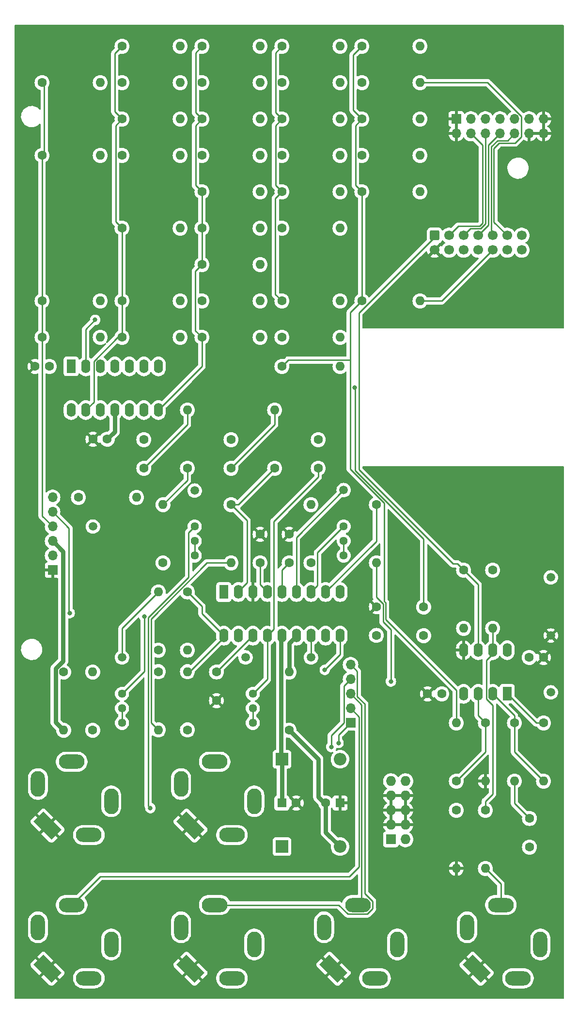
<source format=gtl>
G04 #@! TF.GenerationSoftware,KiCad,Pcbnew,7.0.1-3b83917a11~172~ubuntu22.04.1*
G04 #@! TF.CreationDate,2023-04-02T12:39:39-04:00*
G04 #@! TF.ProjectId,pmf_B1,706d665f-4231-42e6-9b69-6361645f7063,rev?*
G04 #@! TF.SameCoordinates,Original*
G04 #@! TF.FileFunction,Copper,L1,Top*
G04 #@! TF.FilePolarity,Positive*
%FSLAX46Y46*%
G04 Gerber Fmt 4.6, Leading zero omitted, Abs format (unit mm)*
G04 Created by KiCad (PCBNEW 7.0.1-3b83917a11~172~ubuntu22.04.1) date 2023-04-02 12:39:39*
%MOMM*%
%LPD*%
G01*
G04 APERTURE LIST*
G04 Aperture macros list*
%AMRoundRect*
0 Rectangle with rounded corners*
0 $1 Rounding radius*
0 $2 $3 $4 $5 $6 $7 $8 $9 X,Y pos of 4 corners*
0 Add a 4 corners polygon primitive as box body*
4,1,4,$2,$3,$4,$5,$6,$7,$8,$9,$2,$3,0*
0 Add four circle primitives for the rounded corners*
1,1,$1+$1,$2,$3*
1,1,$1+$1,$4,$5*
1,1,$1+$1,$6,$7*
1,1,$1+$1,$8,$9*
0 Add four rect primitives between the rounded corners*
20,1,$1+$1,$2,$3,$4,$5,0*
20,1,$1+$1,$4,$5,$6,$7,0*
20,1,$1+$1,$6,$7,$8,$9,0*
20,1,$1+$1,$8,$9,$2,$3,0*%
%AMRotRect*
0 Rectangle, with rotation*
0 The origin of the aperture is its center*
0 $1 length*
0 $2 width*
0 $3 Rotation angle, in degrees counterclockwise*
0 Add horizontal line*
21,1,$1,$2,0,0,$3*%
G04 Aperture macros list end*
G04 #@! TA.AperFunction,ComponentPad*
%ADD10O,2.500000X4.500001*%
G04 #@! TD*
G04 #@! TA.AperFunction,ComponentPad*
%ADD11O,4.500001X2.500001*%
G04 #@! TD*
G04 #@! TA.AperFunction,ComponentPad*
%ADD12RotRect,4.500001X2.500001X315.000000*%
G04 #@! TD*
G04 #@! TA.AperFunction,ComponentPad*
%ADD13O,4.500000X2.500000*%
G04 #@! TD*
G04 #@! TA.AperFunction,ComponentPad*
%ADD14O,2.500000X4.500000*%
G04 #@! TD*
G04 #@! TA.AperFunction,ComponentPad*
%ADD15R,1.700000X1.700000*%
G04 #@! TD*
G04 #@! TA.AperFunction,ComponentPad*
%ADD16O,1.700000X1.700000*%
G04 #@! TD*
G04 #@! TA.AperFunction,ComponentPad*
%ADD17C,1.600000*%
G04 #@! TD*
G04 #@! TA.AperFunction,ComponentPad*
%ADD18O,1.600000X1.600000*%
G04 #@! TD*
G04 #@! TA.AperFunction,ComponentPad*
%ADD19C,1.500000*%
G04 #@! TD*
G04 #@! TA.AperFunction,ComponentPad*
%ADD20RoundRect,0.250000X-0.600000X0.600000X-0.600000X-0.600000X0.600000X-0.600000X0.600000X0.600000X0*%
G04 #@! TD*
G04 #@! TA.AperFunction,ComponentPad*
%ADD21C,1.700000*%
G04 #@! TD*
G04 #@! TA.AperFunction,ComponentPad*
%ADD22R,1.600000X2.400000*%
G04 #@! TD*
G04 #@! TA.AperFunction,ComponentPad*
%ADD23O,1.600000X2.400000*%
G04 #@! TD*
G04 #@! TA.AperFunction,ComponentPad*
%ADD24R,1.600000X1.600000*%
G04 #@! TD*
G04 #@! TA.AperFunction,ComponentPad*
%ADD25C,1.440000*%
G04 #@! TD*
G04 #@! TA.AperFunction,ComponentPad*
%ADD26R,2.200000X2.200000*%
G04 #@! TD*
G04 #@! TA.AperFunction,ComponentPad*
%ADD27O,2.200000X2.200000*%
G04 #@! TD*
G04 #@! TA.AperFunction,ComponentPad*
%ADD28R,1.727200X1.727200*%
G04 #@! TD*
G04 #@! TA.AperFunction,ComponentPad*
%ADD29O,1.727200X1.727200*%
G04 #@! TD*
G04 #@! TA.AperFunction,ViaPad*
%ADD30C,0.800000*%
G04 #@! TD*
G04 #@! TA.AperFunction,Conductor*
%ADD31C,0.750000*%
G04 #@! TD*
G04 #@! TA.AperFunction,Conductor*
%ADD32C,0.250000*%
G04 #@! TD*
G04 APERTURE END LIST*
D10*
G04 #@! TO.P,J8,R*
G04 #@! TO.N,N/C*
X143900000Y-150500000D03*
D11*
G04 #@! TO.P,J8,RN*
X140000000Y-156400000D03*
D12*
G04 #@! TO.P,J8,S*
G04 #@! TO.N,Board_0-GND*
X132760000Y-154740000D03*
D13*
G04 #@! TO.P,J8,T*
G04 #@! TO.N,Board_0-/Other stuff/FREQ_CV_IN*
X137000000Y-143600000D03*
D14*
G04 #@! TO.P,J8,TN*
G04 #@! TO.N,N/C*
X131100000Y-147500000D03*
G04 #@! TD*
D15*
G04 #@! TO.P,J1,1,Pin_1*
G04 #@! TO.N,Board_0-GND*
X108660000Y-110160000D03*
D16*
G04 #@! TO.P,J1,2,Pin_2*
G04 #@! TO.N,Board_0-+12V*
X108660000Y-107620000D03*
G04 #@! TO.P,J1,3,Pin_3*
G04 #@! TO.N,Board_0--12V*
X108660000Y-105080000D03*
G04 #@! TO.P,J1,4,Pin_4*
G04 #@! TO.N,Board_0-/Filter core/INPUT*
X108660000Y-102540000D03*
G04 #@! TO.P,J1,5,Pin_5*
G04 #@! TO.N,Board_0-/Filter core/FREQ_CV*
X108660000Y-100000000D03*
G04 #@! TO.P,J1,6,Pin_6*
G04 #@! TO.N,Board_0-/Filter core/RES_CV*
X108660000Y-97460000D03*
G04 #@! TD*
D10*
G04 #@! TO.P,J7,R*
G04 #@! TO.N,N/C*
X143900000Y-175500000D03*
D11*
G04 #@! TO.P,J7,RN*
X140000000Y-181400000D03*
D12*
G04 #@! TO.P,J7,S*
G04 #@! TO.N,Board_0-GND*
X132760000Y-179740000D03*
D13*
G04 #@! TO.P,J7,T*
G04 #@! TO.N,Board_0-/Other stuff/V{slash}OCT_IN*
X137000000Y-168600000D03*
D14*
G04 #@! TO.P,J7,TN*
G04 #@! TO.N,N/C*
X131100000Y-172500000D03*
G04 #@! TD*
D10*
G04 #@! TO.P,J5,R*
G04 #@! TO.N,N/C*
X118900000Y-150500000D03*
D11*
G04 #@! TO.P,J5,RN*
X115000000Y-156400000D03*
D12*
G04 #@! TO.P,J5,S*
G04 #@! TO.N,Board_0-GND*
X107760000Y-154740000D03*
D13*
G04 #@! TO.P,J5,T*
G04 #@! TO.N,Board_0-/Other stuff/IN1*
X112000000Y-143600000D03*
D14*
G04 #@! TO.P,J5,TN*
G04 #@! TO.N,N/C*
X106100000Y-147500000D03*
G04 #@! TD*
D10*
G04 #@! TO.P,J9,R*
G04 #@! TO.N,N/C*
X168900000Y-175500000D03*
D11*
G04 #@! TO.P,J9,RN*
X165000000Y-181400000D03*
D12*
G04 #@! TO.P,J9,S*
G04 #@! TO.N,Board_0-GND*
X157760000Y-179740000D03*
D13*
G04 #@! TO.P,J9,T*
G04 #@! TO.N,Board_0-/Other stuff/RES_CV_IN*
X162000000Y-168600000D03*
D14*
G04 #@! TO.P,J9,TN*
G04 #@! TO.N,N/C*
X156100000Y-172500000D03*
G04 #@! TD*
D15*
G04 #@! TO.P,J2,1,Pin_1*
G04 #@! TO.N,Board_0-/Other stuff/IN1*
X160730000Y-136830000D03*
D16*
G04 #@! TO.P,J2,2,Pin_2*
G04 #@! TO.N,Board_0-/Other stuff/IN2*
X160730000Y-134290000D03*
G04 #@! TO.P,J2,3,Pin_3*
G04 #@! TO.N,Board_0-/Other stuff/RES_CV_IN*
X160730000Y-131750000D03*
G04 #@! TO.P,J2,4,Pin_4*
G04 #@! TO.N,Board_0-/Other stuff/FREQ_CV_IN*
X160730000Y-129210000D03*
G04 #@! TO.P,J2,5,Pin_5*
G04 #@! TO.N,Board_0-/Other stuff/V{slash}OCT_IN*
X160730000Y-126670000D03*
G04 #@! TD*
D10*
G04 #@! TO.P,J6,R*
G04 #@! TO.N,N/C*
X118900000Y-175500000D03*
D11*
G04 #@! TO.P,J6,RN*
X115000000Y-181400000D03*
D12*
G04 #@! TO.P,J6,S*
G04 #@! TO.N,Board_0-GND*
X107760000Y-179740000D03*
D13*
G04 #@! TO.P,J6,T*
G04 #@! TO.N,Board_0-/Other stuff/IN2*
X112000000Y-168600000D03*
D14*
G04 #@! TO.P,J6,TN*
G04 #@! TO.N,N/C*
X106100000Y-172500000D03*
G04 #@! TD*
D10*
G04 #@! TO.P,J12,R*
G04 #@! TO.N,N/C*
X193900000Y-175500000D03*
D11*
G04 #@! TO.P,J12,RN*
X190000000Y-181400000D03*
D12*
G04 #@! TO.P,J12,S*
G04 #@! TO.N,Board_0-GND*
X182760000Y-179740000D03*
D13*
G04 #@! TO.P,J12,T*
G04 #@! TO.N,Board_0-/Other stuff/OUT*
X187000000Y-168600000D03*
D14*
G04 #@! TO.P,J12,TN*
G04 #@! TO.N,N/C*
X181100000Y-172500000D03*
G04 #@! TD*
D17*
G04 #@! TO.P,R56,1*
G04 #@! TO.N,Board_0-Net-(R55-Pad2)*
X179210000Y-152070000D03*
D18*
G04 #@! TO.P,R56,2*
G04 #@! TO.N,Board_0-GND*
X179210000Y-162230000D03*
G04 #@! TD*
D17*
G04 #@! TO.P,R44,1*
G04 #@! TO.N,Board_0-Net-(R29-Pad2)*
X120790000Y-25070000D03*
D18*
G04 #@! TO.P,R44,2*
G04 #@! TO.N,Board_0-/Other stuff/M_NTB*
X130950000Y-25070000D03*
G04 #@! TD*
D17*
G04 #@! TO.P,R26,1*
G04 #@! TO.N,Board_0-/Filter core/LP3*
X148730000Y-44120000D03*
D18*
G04 #@! TO.P,R26,2*
G04 #@! TO.N,Board_0-Net-(R26-Pad2)*
X158890000Y-44120000D03*
G04 #@! TD*
D19*
G04 #@! TO.P,TP2,1,1*
G04 #@! TO.N,Board_0-Net-(U5-OUT1)*
X133490000Y-96270000D03*
G04 #@! TD*
D17*
G04 #@! TO.P,R32,1*
G04 #@! TO.N,Board_0-/Filter core/LP2*
X134760000Y-69520000D03*
D18*
G04 #@! TO.P,R32,2*
G04 #@! TO.N,Board_0-/Other stuff/M_HP2*
X144920000Y-69520000D03*
G04 #@! TD*
D17*
G04 #@! TO.P,R11,1*
G04 #@! TO.N,Board_0-Net-(U5-IN3)*
X127140000Y-124130000D03*
D18*
G04 #@! TO.P,R11,2*
G04 #@! TO.N,Board_0-Net-(U5-OUT3)*
X127140000Y-113970000D03*
G04 #@! TD*
D19*
G04 #@! TO.P,TP4,1,1*
G04 #@! TO.N,Board_0-/Filter core/FREQ_CV*
X153810000Y-125400000D03*
G04 #@! TD*
D20*
G04 #@! TO.P,J11,1,Pin_1*
G04 #@! TO.N,Board_0-Net-(J11-Pin_1)*
X175400000Y-51740000D03*
D21*
G04 #@! TO.P,J11,2,Pin_2*
G04 #@! TO.N,Board_0-GND*
X175400000Y-54280000D03*
G04 #@! TO.P,J11,3,Pin_3*
G04 #@! TO.N,Board_0-/Other stuff/LINK4*
X177940000Y-51740000D03*
G04 #@! TO.P,J11,4,Pin_4*
G04 #@! TO.N,Board_0-/Other stuff/M_LP2*
X177940000Y-54280000D03*
G04 #@! TO.P,J11,5,Pin_5*
G04 #@! TO.N,Board_0-/Other stuff/LINK3*
X180480000Y-51740000D03*
G04 #@! TO.P,J11,6,Pin_6*
G04 #@! TO.N,Board_0-/Other stuff/M_LP4*
X180480000Y-54280000D03*
G04 #@! TO.P,J11,7,Pin_7*
G04 #@! TO.N,Board_0-/Other stuff/LINK2*
X183020000Y-51740000D03*
G04 #@! TO.P,J11,8,Pin_8*
G04 #@! TO.N,Board_0-/Other stuff/M_HP2*
X183020000Y-54280000D03*
G04 #@! TO.P,J11,9,Pin_9*
G04 #@! TO.N,Board_0-/Other stuff/LINK1*
X185560000Y-51740000D03*
G04 #@! TO.P,J11,10,Pin_10*
G04 #@! TO.N,Board_0-/Other stuff/M_HP4*
X185560000Y-54280000D03*
G04 #@! TO.P,J11,11,Pin_11*
G04 #@! TO.N,Board_0-/Other stuff/M_NTB*
X188100000Y-51740000D03*
G04 #@! TO.P,J11,12,Pin_12*
G04 #@! TO.N,Board_0-/Other stuff/M_BP2*
X188100000Y-54280000D03*
G04 #@! TO.P,J11,13,Pin_13*
G04 #@! TO.N,Board_0-/Other stuff/M_NTA*
X190640000Y-51740000D03*
G04 #@! TO.P,J11,14,Pin_14*
G04 #@! TO.N,Board_0-/Other stuff/M_BP4*
X190640000Y-54280000D03*
G04 #@! TD*
D19*
G04 #@! TO.P,TP8,1,1*
G04 #@! TO.N,Board_0-GND*
X195720000Y-121590000D03*
G04 #@! TD*
D22*
G04 #@! TO.P,U5,1,IN1*
G04 #@! TO.N,Board_0-Net-(U5-IN1)*
X138580000Y-113980000D03*
D23*
G04 #@! TO.P,U5,2,IN2*
G04 #@! TO.N,Board_0-Net-(U5-IN2)*
X141120000Y-113980000D03*
G04 #@! TO.P,U5,3,GND*
G04 #@! TO.N,Board_0-GND*
X143660000Y-113980000D03*
G04 #@! TO.P,U5,4,CAP2*
G04 #@! TO.N,Board_0-Net-(U5-CAP2)*
X146200000Y-113980000D03*
G04 #@! TO.P,U5,5,CAP1*
G04 #@! TO.N,Board_0-Net-(U5-CAP1)*
X148740000Y-113980000D03*
G04 #@! TO.P,U5,6,OUT2*
G04 #@! TO.N,Board_0-Net-(U5-OUT2)*
X151280000Y-113980000D03*
G04 #@! TO.P,U5,7,OUT1*
G04 #@! TO.N,Board_0-Net-(U5-OUT1)*
X153820000Y-113980000D03*
G04 #@! TO.P,U5,8,VRES*
G04 #@! TO.N,Board_0-Net-(U5-VRES)*
X156360000Y-113980000D03*
G04 #@! TO.P,U5,9,IRES*
G04 #@! TO.N,Board_0-Net-(U5-IRES)*
X158900000Y-113980000D03*
G04 #@! TO.P,U5,10,OUT4*
G04 #@! TO.N,Board_0-Net-(U5-OUT4)*
X158900000Y-121600000D03*
G04 #@! TO.P,U5,11,CAP4*
G04 #@! TO.N,Board_0-Net-(U5-CAP4)*
X156360000Y-121600000D03*
G04 #@! TO.P,U5,12,VCFI*
G04 #@! TO.N,Board_0-/Filter core/FREQ_CV*
X153820000Y-121600000D03*
G04 #@! TO.P,U5,13,VEE*
G04 #@! TO.N,Board_0-Net-(U5-VEE)*
X151280000Y-121600000D03*
G04 #@! TO.P,U5,14,VCC*
G04 #@! TO.N,Board_0-+12V*
X148740000Y-121600000D03*
G04 #@! TO.P,U5,15,OUT3*
G04 #@! TO.N,Board_0-Net-(U5-OUT3)*
X146200000Y-121600000D03*
G04 #@! TO.P,U5,16,CAP3*
G04 #@! TO.N,Board_0-Net-(U5-CAP3)*
X143660000Y-121600000D03*
G04 #@! TO.P,U5,17,IN3*
G04 #@! TO.N,Board_0-Net-(U5-IN3)*
X141120000Y-121600000D03*
G04 #@! TO.P,U5,18,IN4*
G04 #@! TO.N,Board_0-Net-(U5-IN4)*
X138580000Y-121600000D03*
G04 #@! TD*
D24*
G04 #@! TO.P,C11,1*
G04 #@! TO.N,Board_0-GND*
X158890000Y-150800000D03*
D17*
G04 #@! TO.P,C11,2*
G04 #@! TO.N,Board_0--12V*
X156390000Y-150800000D03*
G04 #@! TD*
G04 #@! TO.P,R57,1*
G04 #@! TO.N,Board_0-Net-(R55-Pad2)*
X184290000Y-152070000D03*
D18*
G04 #@! TO.P,R57,2*
G04 #@! TO.N,Board_0-/Other stuff/OUT*
X184290000Y-162230000D03*
G04 #@! TD*
D19*
G04 #@! TO.P,TP5,1,1*
G04 #@! TO.N,Board_0-Net-(U5-OUT3)*
X120790000Y-125390000D03*
G04 #@! TD*
D17*
G04 #@! TO.P,C19,1*
G04 #@! TO.N,Board_0-+12V*
X108090000Y-74600000D03*
G04 #@! TO.P,C19,2*
G04 #@! TO.N,Board_0-GND*
X105590000Y-74600000D03*
G04 #@! TD*
G04 #@! TO.P,R24,1*
G04 #@! TO.N,Board_0-/Filter core/LP1*
X120790000Y-63170000D03*
D18*
G04 #@! TO.P,R24,2*
G04 #@! TO.N,Board_0-/Other stuff/M_HP4*
X130950000Y-63170000D03*
G04 #@! TD*
D17*
G04 #@! TO.P,R21,1*
G04 #@! TO.N,Board_0-/Filter core/INPUT*
X106820000Y-37770000D03*
D18*
G04 #@! TO.P,R21,2*
G04 #@! TO.N,Board_0-/Other stuff/M_NTA*
X116980000Y-37770000D03*
G04 #@! TD*
D22*
G04 #@! TO.P,U1,1*
G04 #@! TO.N,Board_0-/Filter core/LP3*
X111900000Y-74600000D03*
D23*
G04 #@! TO.P,U1,2,-*
X114440000Y-74600000D03*
G04 #@! TO.P,U1,3,+*
G04 #@! TO.N,Board_0-Net-(U1A-+)*
X116980000Y-74600000D03*
G04 #@! TO.P,U1,4,V+*
G04 #@! TO.N,Board_0-+12V*
X119520000Y-74600000D03*
G04 #@! TO.P,U1,5,+*
G04 #@! TO.N,Board_0-Net-(U1B-+)*
X122060000Y-74600000D03*
G04 #@! TO.P,U1,6,-*
G04 #@! TO.N,Board_0-/Filter core/LP4*
X124600000Y-74600000D03*
G04 #@! TO.P,U1,7*
X127140000Y-74600000D03*
G04 #@! TO.P,U1,8*
G04 #@! TO.N,Board_0-/Filter core/LP2*
X127140000Y-82220000D03*
G04 #@! TO.P,U1,9,-*
X124600000Y-82220000D03*
G04 #@! TO.P,U1,10,+*
G04 #@! TO.N,Board_0-Net-(U1C-+)*
X122060000Y-82220000D03*
G04 #@! TO.P,U1,11,V-*
G04 #@! TO.N,Board_0--12V*
X119520000Y-82220000D03*
G04 #@! TO.P,U1,12,+*
G04 #@! TO.N,Board_0-Net-(U1D-+)*
X116980000Y-82220000D03*
G04 #@! TO.P,U1,13,-*
G04 #@! TO.N,Board_0-/Filter core/LP1*
X114440000Y-82220000D03*
G04 #@! TO.P,U1,14*
X111900000Y-82220000D03*
G04 #@! TD*
D17*
G04 #@! TO.P,R22,1*
G04 #@! TO.N,Board_0-/Filter core/INPUT*
X106820000Y-25070000D03*
D18*
G04 #@! TO.P,R22,2*
G04 #@! TO.N,Board_0-/Other stuff/M_NTB*
X116980000Y-25070000D03*
G04 #@! TD*
D17*
G04 #@! TO.P,R49,1*
G04 #@! TO.N,Board_0-/Filter core/LP4*
X162700000Y-44120000D03*
D18*
G04 #@! TO.P,R49,2*
G04 #@! TO.N,Board_0-/Other stuff/M_BP4*
X172860000Y-44120000D03*
G04 #@! TD*
D17*
G04 #@! TO.P,R39,1*
G04 #@! TO.N,Board_0-/Filter core/LP4*
X162700000Y-18720000D03*
D18*
G04 #@! TO.P,R39,2*
G04 #@! TO.N,Board_0-Net-(R39-Pad2)*
X172860000Y-18720000D03*
G04 #@! TD*
D25*
G04 #@! TO.P,RV1,1,1*
G04 #@! TO.N,Board_0-/Filter core/INPUT*
X133490000Y-102540000D03*
G04 #@! TO.P,RV1,2,2*
G04 #@! TO.N,Board_0-Net-(R1-Pad1)*
X133490000Y-105080000D03*
G04 #@! TO.P,RV1,3,3*
X133490000Y-107620000D03*
G04 #@! TD*
D17*
G04 #@! TO.P,R50,1*
G04 #@! TO.N,Board_0-Net-(R36-Pad2)*
X134760000Y-37770000D03*
D18*
G04 #@! TO.P,R50,2*
G04 #@! TO.N,Board_0-/Other stuff/M_NTA*
X144920000Y-37770000D03*
G04 #@! TD*
D17*
G04 #@! TO.P,R16,1*
G04 #@! TO.N,Board_0-Net-(U5-IN4)*
X132220000Y-113960000D03*
D18*
G04 #@! TO.P,R16,2*
G04 #@! TO.N,Board_0-Net-(U5-OUT4)*
X132220000Y-124120000D03*
G04 #@! TD*
D17*
G04 #@! TO.P,R38,1*
G04 #@! TO.N,Board_0-/Filter core/LP2*
X134760000Y-18720000D03*
D18*
G04 #@! TO.P,R38,2*
G04 #@! TO.N,Board_0-Net-(R38-Pad2)*
X144920000Y-18720000D03*
G04 #@! TD*
D17*
G04 #@! TO.P,C20,1*
G04 #@! TO.N,Board_0-GND*
X115710000Y-87300000D03*
G04 #@! TO.P,C20,2*
G04 #@! TO.N,Board_0--12V*
X118210000Y-87300000D03*
G04 #@! TD*
G04 #@! TO.P,R25,1*
G04 #@! TO.N,Board_0-/Filter core/LP1*
X120790000Y-50470000D03*
D18*
G04 #@! TO.P,R25,2*
G04 #@! TO.N,Board_0-/Other stuff/M_BP2*
X130950000Y-50470000D03*
G04 #@! TD*
D17*
G04 #@! TO.P,R48,1*
G04 #@! TO.N,Board_0-/Filter core/LP4*
X162700000Y-63170000D03*
D18*
G04 #@! TO.P,R48,2*
G04 #@! TO.N,Board_0-/Other stuff/M_HP4*
X172860000Y-63170000D03*
G04 #@! TD*
D17*
G04 #@! TO.P,R31,1*
G04 #@! TO.N,Board_0-/Filter core/LP2*
X148730000Y-69520000D03*
D18*
G04 #@! TO.P,R31,2*
G04 #@! TO.N,Board_0-/Other stuff/M_LP2*
X158890000Y-69520000D03*
G04 #@! TD*
D17*
G04 #@! TO.P,C6,1*
G04 #@! TO.N,Board_0-Net-(U5-OUT3)*
X155080000Y-92380000D03*
G04 #@! TO.P,C6,2*
G04 #@! TO.N,Board_0-Net-(U1A-+)*
X155080000Y-87380000D03*
G04 #@! TD*
G04 #@! TO.P,R29,1*
G04 #@! TO.N,Board_0-/Filter core/LP1*
X120790000Y-18720000D03*
D18*
G04 #@! TO.P,R29,2*
G04 #@! TO.N,Board_0-Net-(R29-Pad2)*
X130950000Y-18720000D03*
G04 #@! TD*
D17*
G04 #@! TO.P,C13,1*
G04 #@! TO.N,Board_0-GND*
X174170000Y-131750000D03*
G04 #@! TO.P,C13,2*
G04 #@! TO.N,Board_0--12V*
X176670000Y-131750000D03*
G04 #@! TD*
D22*
G04 #@! TO.P,U2,1*
G04 #@! TO.N,Board_0-Net-(R10-Pad2)*
X188100000Y-131750000D03*
D23*
G04 #@! TO.P,U2,2,-*
G04 #@! TO.N,Board_0-Net-(U2A--)*
X185560000Y-131750000D03*
G04 #@! TO.P,U2,3,+*
G04 #@! TO.N,Board_0-Net-(U2A-+)*
X183020000Y-131750000D03*
G04 #@! TO.P,U2,4,V-*
G04 #@! TO.N,Board_0--12V*
X180480000Y-131750000D03*
G04 #@! TO.P,U2,5,+*
G04 #@! TO.N,Board_0-GND*
X180480000Y-124130000D03*
G04 #@! TO.P,U2,6,-*
G04 #@! TO.N,Board_0-Net-(J11-Pin_1)*
X183020000Y-124130000D03*
G04 #@! TO.P,U2,7*
G04 #@! TO.N,Board_0-Net-(R55-Pad2)*
X185560000Y-124130000D03*
G04 #@! TO.P,U2,8,V+*
G04 #@! TO.N,Board_0-+12V*
X188100000Y-124130000D03*
G04 #@! TD*
D24*
G04 #@! TO.P,C10,1*
G04 #@! TO.N,Board_0-+12V*
X148730000Y-150800000D03*
D17*
G04 #@! TO.P,C10,2*
G04 #@! TO.N,Board_0-GND*
X151230000Y-150800000D03*
G04 #@! TD*
D26*
G04 #@! TO.P,D2,1,K*
G04 #@! TO.N,Board_0-/Other stuff/-12V_IN*
X148730000Y-158420000D03*
D27*
G04 #@! TO.P,D2,2,A*
G04 #@! TO.N,Board_0--12V*
X158890000Y-158420000D03*
G04 #@! TD*
D17*
G04 #@! TO.P,C5,1*
G04 #@! TO.N,Board_0-Net-(U5-CAP3)*
X137300000Y-127930000D03*
G04 #@! TO.P,C5,2*
G04 #@! TO.N,Board_0-GND*
X137300000Y-132930000D03*
G04 #@! TD*
G04 #@! TO.P,R37,1*
G04 #@! TO.N,Board_0-/Filter core/LP4*
X162700000Y-31420000D03*
D18*
G04 #@! TO.P,R37,2*
G04 #@! TO.N,Board_0-Net-(R37-Pad2)*
X172860000Y-31420000D03*
G04 #@! TD*
D17*
G04 #@! TO.P,R28,1*
G04 #@! TO.N,Board_0-/Filter core/LP3*
X148730000Y-31420000D03*
D18*
G04 #@! TO.P,R28,2*
G04 #@! TO.N,Board_0-Net-(R28-Pad2)*
X158890000Y-31420000D03*
G04 #@! TD*
D17*
G04 #@! TO.P,R30,1*
G04 #@! TO.N,Board_0-/Filter core/LP3*
X148730000Y-18720000D03*
D18*
G04 #@! TO.P,R30,2*
G04 #@! TO.N,Board_0-Net-(R30-Pad2)*
X158890000Y-18720000D03*
G04 #@! TD*
D25*
G04 #@! TO.P,RV4,1,1*
G04 #@! TO.N,Board_0-Net-(U5-OUT3)*
X143650000Y-131740000D03*
G04 #@! TO.P,RV4,2,2*
G04 #@! TO.N,Board_0-Net-(R13-Pad1)*
X143650000Y-134280000D03*
G04 #@! TO.P,RV4,3,3*
X143650000Y-136820000D03*
G04 #@! TD*
D17*
G04 #@! TO.P,R4,1*
G04 #@! TO.N,Board_0--12V*
X150000000Y-138100000D03*
D18*
G04 #@! TO.P,R4,2*
G04 #@! TO.N,Board_0-Net-(U5-VEE)*
X150000000Y-127940000D03*
G04 #@! TD*
D25*
G04 #@! TO.P,RV3,1,1*
G04 #@! TO.N,Board_0-Net-(U5-OUT2)*
X120790000Y-131740000D03*
G04 #@! TO.P,RV3,2,2*
G04 #@! TO.N,Board_0-Net-(R8-Pad1)*
X120790000Y-134280000D03*
G04 #@! TO.P,RV3,3,3*
X120790000Y-136820000D03*
G04 #@! TD*
D19*
G04 #@! TO.P,TP6,1,1*
G04 #@! TO.N,Board_0-Net-(U5-OUT4)*
X142380000Y-125390000D03*
G04 #@! TD*
D15*
G04 #@! TO.P,J16,1,Pin_1*
G04 #@! TO.N,Board_0-GND*
X179210000Y-31420000D03*
D16*
G04 #@! TO.P,J16,2,Pin_2*
X179210000Y-33960000D03*
G04 #@! TO.P,J16,3,Pin_3*
G04 #@! TO.N,Board_0-/Filter core/LP4*
X181750000Y-31420000D03*
G04 #@! TO.P,J16,4,Pin_4*
G04 #@! TO.N,Board_0-/Other stuff/LINK4*
X181750000Y-33960000D03*
G04 #@! TO.P,J16,5,Pin_5*
G04 #@! TO.N,Board_0-/Filter core/LP3*
X184290000Y-31420000D03*
G04 #@! TO.P,J16,6,Pin_6*
G04 #@! TO.N,Board_0-/Other stuff/LINK3*
X184290000Y-33960000D03*
G04 #@! TO.P,J16,7,Pin_7*
G04 #@! TO.N,Board_0-/Filter core/LP2*
X186830000Y-31420000D03*
G04 #@! TO.P,J16,8,Pin_8*
G04 #@! TO.N,Board_0-/Other stuff/LINK2*
X186830000Y-33960000D03*
G04 #@! TO.P,J16,9,Pin_9*
G04 #@! TO.N,Board_0-/Filter core/LP1*
X189370000Y-31420000D03*
G04 #@! TO.P,J16,10,Pin_10*
G04 #@! TO.N,Board_0-/Other stuff/LINK1*
X189370000Y-33960000D03*
G04 #@! TO.P,J16,11,Pin_11*
G04 #@! TO.N,Board_0-/Filter core/INPUT*
X191910000Y-31420000D03*
G04 #@! TO.P,J16,12,Pin_12*
G04 #@! TO.N,Board_0-GND*
X191910000Y-33960000D03*
G04 #@! TO.P,J16,13,Pin_13*
X194450000Y-31420000D03*
G04 #@! TO.P,J16,14,Pin_14*
X194450000Y-33960000D03*
G04 #@! TD*
D17*
G04 #@! TO.P,R2,1*
G04 #@! TO.N,Board_0-Net-(U5-IN1)*
X132220000Y-92380000D03*
D18*
G04 #@! TO.P,R2,2*
G04 #@! TO.N,Board_0-Net-(U5-OUT1)*
X132220000Y-82220000D03*
G04 #@! TD*
D17*
G04 #@! TO.P,R17,1*
G04 #@! TO.N,Board_0-Net-(U2A--)*
X189370000Y-136830000D03*
D18*
G04 #@! TO.P,R17,2*
G04 #@! TO.N,Board_0-Net-(C9-Pad1)*
X189370000Y-146990000D03*
G04 #@! TD*
D17*
G04 #@! TO.P,C4,1*
G04 #@! TO.N,Board_0-Net-(U5-OUT2)*
X139840000Y-92380000D03*
G04 #@! TO.P,C4,2*
G04 #@! TO.N,Board_0-Net-(U1C-+)*
X139840000Y-87380000D03*
G04 #@! TD*
G04 #@! TO.P,R47,1*
G04 #@! TO.N,Board_0-Net-(R33-Pad2)*
X134760000Y-63170000D03*
D18*
G04 #@! TO.P,R47,2*
G04 #@! TO.N,Board_0-/Other stuff/M_HP4*
X144920000Y-63170000D03*
G04 #@! TD*
D17*
G04 #@! TO.P,C1,1*
G04 #@! TO.N,Board_0-Net-(U5-CAP1)*
X150000000Y-108890000D03*
G04 #@! TO.P,C1,2*
G04 #@! TO.N,Board_0-GND*
X150000000Y-103890000D03*
G04 #@! TD*
G04 #@! TO.P,R10,1*
G04 #@! TO.N,Board_0-Net-(U5-VRES)*
X165240000Y-98730000D03*
D18*
G04 #@! TO.P,R10,2*
G04 #@! TO.N,Board_0-Net-(R10-Pad2)*
X165240000Y-108890000D03*
G04 #@! TD*
D17*
G04 #@! TO.P,C3,1*
G04 #@! TO.N,Board_0-Net-(U5-CAP2)*
X144920000Y-108890000D03*
G04 #@! TO.P,C3,2*
G04 #@! TO.N,Board_0-GND*
X144920000Y-103890000D03*
G04 #@! TD*
G04 #@! TO.P,R33,1*
G04 #@! TO.N,Board_0-/Filter core/LP2*
X134760000Y-56820000D03*
D18*
G04 #@! TO.P,R33,2*
G04 #@! TO.N,Board_0-Net-(R33-Pad2)*
X144920000Y-56820000D03*
G04 #@! TD*
D17*
G04 #@! TO.P,C7,1*
G04 #@! TO.N,Board_0-Net-(U5-CAP4)*
X165240000Y-121550000D03*
G04 #@! TO.P,C7,2*
G04 #@! TO.N,Board_0-GND*
X165240000Y-116550000D03*
G04 #@! TD*
G04 #@! TO.P,C8,1*
G04 #@! TO.N,Board_0-Net-(U5-OUT4)*
X173495000Y-121590000D03*
G04 #@! TO.P,C8,2*
G04 #@! TO.N,Board_0-Net-(U1B-+)*
X173495000Y-116590000D03*
G04 #@! TD*
G04 #@! TO.P,R55,1*
G04 #@! TO.N,Board_0-Net-(R54-Pad2)*
X185560000Y-110160000D03*
D18*
G04 #@! TO.P,R55,2*
G04 #@! TO.N,Board_0-Net-(R55-Pad2)*
X185560000Y-120320000D03*
G04 #@! TD*
D17*
G04 #@! TO.P,R36,1*
G04 #@! TO.N,Board_0-/Filter core/LP2*
X134760000Y-31420000D03*
D18*
G04 #@! TO.P,R36,2*
G04 #@! TO.N,Board_0-Net-(R36-Pad2)*
X144920000Y-31420000D03*
G04 #@! TD*
D17*
G04 #@! TO.P,C12,1*
G04 #@! TO.N,Board_0-+12V*
X191950000Y-125400000D03*
G04 #@! TO.P,C12,2*
G04 #@! TO.N,Board_0-GND*
X194450000Y-125400000D03*
G04 #@! TD*
G04 #@! TO.P,R40,1*
G04 #@! TO.N,Board_0-/Filter core/LP3*
X148730000Y-63170000D03*
D18*
G04 #@! TO.P,R40,2*
G04 #@! TO.N,Board_0-/Other stuff/M_HP4*
X158890000Y-63170000D03*
G04 #@! TD*
D17*
G04 #@! TO.P,R9,1*
G04 #@! TO.N,Board_0-Net-(U5-IN3)*
X110590000Y-127950000D03*
D18*
G04 #@! TO.P,R9,2*
G04 #@! TO.N,Board_0--12V*
X110590000Y-138110000D03*
G04 #@! TD*
D17*
G04 #@! TO.P,R51,1*
G04 #@! TO.N,Board_0-Net-(R37-Pad2)*
X162700000Y-37770000D03*
D18*
G04 #@! TO.P,R51,2*
G04 #@! TO.N,Board_0-/Other stuff/M_NTA*
X172860000Y-37770000D03*
G04 #@! TD*
D17*
G04 #@! TO.P,R13,1*
G04 #@! TO.N,Board_0-Net-(R13-Pad1)*
X132220000Y-138050000D03*
D18*
G04 #@! TO.P,R13,2*
G04 #@! TO.N,Board_0-Net-(U5-IN4)*
X132220000Y-127890000D03*
G04 #@! TD*
D17*
G04 #@! TO.P,R18,1*
G04 #@! TO.N,Board_0-Net-(U2A-+)*
X179210000Y-146990000D03*
D18*
G04 #@! TO.P,R18,2*
G04 #@! TO.N,Board_0-/Filter core/LP4*
X179210000Y-136830000D03*
G04 #@! TD*
D17*
G04 #@! TO.P,R43,1*
G04 #@! TO.N,Board_0-Net-(R28-Pad2)*
X148730000Y-37770000D03*
D18*
G04 #@! TO.P,R43,2*
G04 #@! TO.N,Board_0-/Other stuff/M_NTA*
X158890000Y-37770000D03*
G04 #@! TD*
D19*
G04 #@! TO.P,TP9,1,1*
G04 #@! TO.N,Board_0--12V*
X195720000Y-131490000D03*
G04 #@! TD*
D17*
G04 #@! TO.P,R20,1*
G04 #@! TO.N,Board_0-/Filter core/INPUT*
X106820000Y-63170000D03*
D18*
G04 #@! TO.P,R20,2*
G04 #@! TO.N,Board_0-/Other stuff/M_HP4*
X116980000Y-63170000D03*
G04 #@! TD*
D19*
G04 #@! TO.P,TP1,1,1*
G04 #@! TO.N,Board_0-/Filter core/INPUT*
X115710000Y-102550000D03*
G04 #@! TD*
D17*
G04 #@! TO.P,R7,1*
G04 #@! TO.N,Board_0-/Filter core/RES_CV*
X113170000Y-97460000D03*
D18*
G04 #@! TO.P,R7,2*
G04 #@! TO.N,Board_0-Net-(U5-IRES)*
X123330000Y-97460000D03*
G04 #@! TD*
D17*
G04 #@! TO.P,R27,1*
G04 #@! TO.N,Board_0-/Filter core/LP1*
X120790000Y-31420000D03*
D18*
G04 #@! TO.P,R27,2*
G04 #@! TO.N,Board_0-Net-(R27-Pad2)*
X130950000Y-31420000D03*
G04 #@! TD*
D17*
G04 #@! TO.P,C9,1*
G04 #@! TO.N,Board_0-Net-(C9-Pad1)*
X192000000Y-153500000D03*
G04 #@! TO.P,C9,2*
G04 #@! TO.N,Board_0-/Filter core/INPUT*
X192000000Y-158500000D03*
G04 #@! TD*
G04 #@! TO.P,R23,1*
G04 #@! TO.N,Board_0-/Filter core/LP1*
X120790000Y-69520000D03*
D18*
G04 #@! TO.P,R23,2*
G04 #@! TO.N,Board_0-/Other stuff/M_HP2*
X130950000Y-69520000D03*
G04 #@! TD*
D17*
G04 #@! TO.P,R41,1*
G04 #@! TO.N,Board_0-Net-(R26-Pad2)*
X148730000Y-50470000D03*
D18*
G04 #@! TO.P,R41,2*
G04 #@! TO.N,Board_0-/Other stuff/M_BP4*
X158890000Y-50470000D03*
G04 #@! TD*
D17*
G04 #@! TO.P,R46,1*
G04 #@! TO.N,Board_0-/Filter core/LP4*
X148730000Y-74600000D03*
D18*
G04 #@! TO.P,R46,2*
G04 #@! TO.N,Board_0-/Other stuff/M_LP4*
X158890000Y-74600000D03*
G04 #@! TD*
D17*
G04 #@! TO.P,R19,1*
G04 #@! TO.N,Board_0-/Filter core/INPUT*
X106820000Y-69520000D03*
D18*
G04 #@! TO.P,R19,2*
G04 #@! TO.N,Board_0-/Other stuff/M_HP2*
X116980000Y-69520000D03*
G04 #@! TD*
D17*
G04 #@! TO.P,R42,1*
G04 #@! TO.N,Board_0-Net-(R27-Pad2)*
X120790000Y-37770000D03*
D18*
G04 #@! TO.P,R42,2*
G04 #@! TO.N,Board_0-/Other stuff/M_NTA*
X130950000Y-37770000D03*
G04 #@! TD*
D17*
G04 #@! TO.P,R12,1*
G04 #@! TO.N,Board_0-Net-(R10-Pad2)*
X194450000Y-136830000D03*
D18*
G04 #@! TO.P,R12,2*
G04 #@! TO.N,Board_0-Net-(U2A--)*
X194450000Y-146990000D03*
G04 #@! TD*
D26*
G04 #@! TO.P,D1,1,K*
G04 #@! TO.N,Board_0-+12V*
X148730000Y-143180000D03*
D27*
G04 #@! TO.P,D1,2,A*
G04 #@! TO.N,Board_0-/Other stuff/+12V_IN*
X158890000Y-143180000D03*
G04 #@! TD*
D17*
G04 #@! TO.P,R34,1*
G04 #@! TO.N,Board_0-/Filter core/LP2*
X134760000Y-50470000D03*
D18*
G04 #@! TO.P,R34,2*
G04 #@! TO.N,Board_0-/Other stuff/M_BP2*
X144920000Y-50470000D03*
G04 #@! TD*
D17*
G04 #@! TO.P,R35,1*
G04 #@! TO.N,Board_0-/Filter core/LP2*
X134760000Y-44120000D03*
D18*
G04 #@! TO.P,R35,2*
G04 #@! TO.N,Board_0-/Other stuff/M_BP4*
X144920000Y-44120000D03*
G04 #@! TD*
D17*
G04 #@! TO.P,R45,1*
G04 #@! TO.N,Board_0-Net-(R30-Pad2)*
X148730000Y-25070000D03*
D18*
G04 #@! TO.P,R45,2*
G04 #@! TO.N,Board_0-/Other stuff/M_NTB*
X158890000Y-25070000D03*
G04 #@! TD*
D17*
G04 #@! TO.P,R54,1*
G04 #@! TO.N,Board_0-Net-(J11-Pin_1)*
X180480000Y-110160000D03*
D18*
G04 #@! TO.P,R54,2*
G04 #@! TO.N,Board_0-Net-(R54-Pad2)*
X180480000Y-120320000D03*
G04 #@! TD*
D17*
G04 #@! TO.P,R3,1*
G04 #@! TO.N,Board_0-Net-(R3-Pad1)*
X153810000Y-108890000D03*
D18*
G04 #@! TO.P,R3,2*
G04 #@! TO.N,Board_0-Net-(U5-IN2)*
X153810000Y-98730000D03*
G04 #@! TD*
D17*
G04 #@! TO.P,R6,1*
G04 #@! TO.N,Board_0-Net-(U5-IN2)*
X147460000Y-92380000D03*
D18*
G04 #@! TO.P,R6,2*
G04 #@! TO.N,Board_0-Net-(U5-OUT2)*
X147460000Y-82220000D03*
G04 #@! TD*
D19*
G04 #@! TO.P,TP7,1,1*
G04 #@! TO.N,Board_0-+12V*
X195720000Y-111430000D03*
G04 #@! TD*
D28*
G04 #@! TO.P,J10,1,-12V*
G04 #@! TO.N,Board_0-/Other stuff/-12V_IN*
X167780000Y-157150000D03*
D29*
G04 #@! TO.P,J10,2,-12V*
X170320000Y-157150000D03*
G04 #@! TO.P,J10,3,GND*
G04 #@! TO.N,Board_0-GND*
X167780000Y-154610000D03*
G04 #@! TO.P,J10,4,GND*
X170320000Y-154610000D03*
G04 #@! TO.P,J10,5,GND*
X167780000Y-152070000D03*
G04 #@! TO.P,J10,6,GND*
X170320000Y-152070000D03*
G04 #@! TO.P,J10,7,GND*
X167780000Y-149530000D03*
G04 #@! TO.P,J10,8,GND*
X170320000Y-149530000D03*
G04 #@! TO.P,J10,9,+12V*
G04 #@! TO.N,Board_0-/Other stuff/+12V_IN*
X167780000Y-146990000D03*
G04 #@! TO.P,J10,10,+12V*
X170320000Y-146990000D03*
G04 #@! TD*
D17*
G04 #@! TO.P,R1,1*
G04 #@! TO.N,Board_0-Net-(R1-Pad1)*
X127950000Y-108900000D03*
D18*
G04 #@! TO.P,R1,2*
G04 #@! TO.N,Board_0-Net-(U5-IN1)*
X127950000Y-98740000D03*
G04 #@! TD*
D17*
G04 #@! TO.P,R15,1*
G04 #@! TO.N,Board_0-Net-(U2A-+)*
X184290000Y-136830000D03*
D18*
G04 #@! TO.P,R15,2*
G04 #@! TO.N,Board_0-GND*
X184290000Y-146990000D03*
G04 #@! TD*
D17*
G04 #@! TO.P,C2,1*
G04 #@! TO.N,Board_0-Net-(U5-OUT1)*
X124600000Y-92380000D03*
G04 #@! TO.P,C2,2*
G04 #@! TO.N,Board_0-Net-(U1D-+)*
X124600000Y-87380000D03*
G04 #@! TD*
G04 #@! TO.P,R14,1*
G04 #@! TO.N,Board_0-Net-(U5-IN4)*
X127140000Y-127890000D03*
D18*
G04 #@! TO.P,R14,2*
G04 #@! TO.N,Board_0--12V*
X127140000Y-138050000D03*
G04 #@! TD*
D25*
G04 #@! TO.P,RV2,1,1*
G04 #@! TO.N,Board_0-Net-(U5-OUT1)*
X159525000Y-102530000D03*
G04 #@! TO.P,RV2,2,2*
G04 #@! TO.N,Board_0-Net-(R3-Pad1)*
X159525000Y-105070000D03*
G04 #@! TO.P,RV2,3,3*
X159525000Y-107610000D03*
G04 #@! TD*
D19*
G04 #@! TO.P,TP3,1,1*
G04 #@! TO.N,Board_0-Net-(U5-OUT2)*
X159525000Y-96190000D03*
G04 #@! TD*
D17*
G04 #@! TO.P,R5,1*
G04 #@! TO.N,Board_0-Net-(U5-IN2)*
X139840000Y-98730000D03*
D18*
G04 #@! TO.P,R5,2*
G04 #@! TO.N,Board_0--12V*
X139840000Y-108890000D03*
G04 #@! TD*
D17*
G04 #@! TO.P,R53,1*
G04 #@! TO.N,Board_0-Net-(R39-Pad2)*
X162700000Y-25070000D03*
D18*
G04 #@! TO.P,R53,2*
G04 #@! TO.N,Board_0-/Other stuff/M_NTB*
X172860000Y-25070000D03*
G04 #@! TD*
D17*
G04 #@! TO.P,R52,1*
G04 #@! TO.N,Board_0-Net-(R38-Pad2)*
X134760000Y-25070000D03*
D18*
G04 #@! TO.P,R52,2*
G04 #@! TO.N,Board_0-/Other stuff/M_NTB*
X144920000Y-25070000D03*
G04 #@! TD*
D17*
G04 #@! TO.P,R8,1*
G04 #@! TO.N,Board_0-Net-(R8-Pad1)*
X115670000Y-138110000D03*
D18*
G04 #@! TO.P,R8,2*
G04 #@! TO.N,Board_0-Net-(U5-IN3)*
X115670000Y-127950000D03*
G04 #@! TD*
D30*
G04 #@! TO.N,Board_0-/Filter core/FREQ_CV*
X111646000Y-117653000D03*
G04 #@! TO.N,Board_0-/Filter core/INPUT*
X125743000Y-151689000D03*
G04 #@! TO.N,Board_0-/Filter core/LP3*
X116091000Y-66472000D03*
G04 #@! TO.N,Board_0-/Other stuff/FREQ_CV_IN*
X157366000Y-141021000D03*
G04 #@! TO.N,Board_0-/Other stuff/IN1*
X158624228Y-140329500D03*
G04 #@! TO.N,Board_0-Net-(R10-Pad2)*
X167780000Y-129591000D03*
G04 #@! TO.N,Board_0-Net-(U1B-+)*
X161467500Y-78283000D03*
G04 #@! TO.N,Board_0-Net-(U5-OUT2)*
X124671368Y-118251354D03*
G04 #@! TO.N,Board_0-Net-(U5-OUT4)*
X156223000Y-127559000D03*
G04 #@! TD*
D31*
G04 #@! TO.N,Board_0-+12V*
X148730000Y-143180000D02*
X148730000Y-150800000D01*
X148575000Y-143025000D02*
X148575000Y-121765000D01*
X148730000Y-143180000D02*
X148575000Y-143025000D01*
X148575000Y-121765000D02*
X148740000Y-121600000D01*
G04 #@! TO.N,Board_0--12V*
X109165000Y-127359745D02*
X109165000Y-136685000D01*
X156390000Y-155920000D02*
X158890000Y-158420000D01*
X156096000Y-150800000D02*
X155080000Y-149784000D01*
D32*
X135628299Y-108890000D02*
X139840000Y-108890000D01*
D31*
X108660000Y-105080000D02*
X110503000Y-106923000D01*
X110503000Y-106923000D02*
X110503000Y-126021745D01*
X110503000Y-126021745D02*
X109165000Y-127359745D01*
X156390000Y-150800000D02*
X156096000Y-150800000D01*
X109165000Y-136685000D02*
X110590000Y-138110000D01*
D32*
X125870000Y-136780000D02*
X125870000Y-118648299D01*
D31*
X155080000Y-143180000D02*
X150000000Y-138100000D01*
D32*
X127140000Y-138050000D02*
X125870000Y-136780000D01*
D31*
X119520000Y-82220000D02*
X119520000Y-85990000D01*
X155080000Y-149784000D02*
X155080000Y-143180000D01*
X156390000Y-150800000D02*
X156390000Y-155920000D01*
X119520000Y-85990000D02*
X118210000Y-87300000D01*
D32*
X125870000Y-118648299D02*
X135628299Y-108890000D01*
G04 #@! TO.N,Board_0-/Filter core/FREQ_CV*
X111519000Y-117526000D02*
X111646000Y-117653000D01*
X153810000Y-121610000D02*
X153820000Y-121600000D01*
X153810000Y-125400000D02*
X153810000Y-121610000D01*
X111519000Y-102859000D02*
X111519000Y-117526000D01*
X108660000Y-100000000D02*
X111519000Y-102859000D01*
G04 #@! TO.N,Board_0-/Filter core/INPUT*
X132445000Y-103585000D02*
X132445000Y-111366898D01*
X106820000Y-100700000D02*
X108660000Y-102540000D01*
X132445000Y-111366898D02*
X125370499Y-118441399D01*
X133490000Y-102540000D02*
X132445000Y-103585000D01*
X106820000Y-37770000D02*
X106820000Y-63170000D01*
X125370499Y-118441399D02*
X125370499Y-151316499D01*
X107201000Y-37389000D02*
X106820000Y-37770000D01*
X106820000Y-69520000D02*
X106820000Y-100700000D01*
X106820000Y-63170000D02*
X106820000Y-69520000D01*
X107201000Y-25451000D02*
X107201000Y-37389000D01*
X106820000Y-25070000D02*
X107201000Y-25451000D01*
X125370499Y-151316499D02*
X125743000Y-151689000D01*
G04 #@! TO.N,Board_0-/Filter core/LP1*
X120790000Y-18720000D02*
X119520000Y-19990000D01*
X115855000Y-80805000D02*
X115855000Y-73734010D01*
X119520000Y-30150000D02*
X120790000Y-31420000D01*
X119520000Y-19990000D02*
X119520000Y-30150000D01*
X115855000Y-73734010D02*
X120069010Y-69520000D01*
X120790000Y-31420000D02*
X119665000Y-32545000D01*
X114440000Y-82220000D02*
X115855000Y-80805000D01*
X119665000Y-49345000D02*
X120790000Y-50470000D01*
X119665000Y-32545000D02*
X119665000Y-49345000D01*
X120790000Y-50470000D02*
X120790000Y-69520000D01*
X120069010Y-69520000D02*
X120790000Y-69520000D01*
G04 #@! TO.N,Board_0-/Filter core/LP2*
X133617000Y-57963000D02*
X133617000Y-68377000D01*
X134760000Y-50470000D02*
X134760000Y-56820000D01*
X133635000Y-42995000D02*
X134760000Y-44120000D01*
X134760000Y-44120000D02*
X134760000Y-50470000D01*
X133617000Y-68377000D02*
X134760000Y-69520000D01*
X134760000Y-31420000D02*
X133635000Y-32545000D01*
X134760000Y-74600000D02*
X127140000Y-82220000D01*
X133635000Y-19845000D02*
X133635000Y-30295000D01*
X134760000Y-56820000D02*
X133617000Y-57963000D01*
X133635000Y-32545000D02*
X133635000Y-42995000D01*
X133635000Y-30295000D02*
X134760000Y-31420000D01*
X134760000Y-69520000D02*
X134760000Y-74600000D01*
X134760000Y-18720000D02*
X133635000Y-19845000D01*
G04 #@! TO.N,Board_0-/Filter core/LP3*
X147605000Y-30295000D02*
X148730000Y-31420000D01*
X114440000Y-68123000D02*
X114440000Y-74600000D01*
X116091000Y-66472000D02*
X114440000Y-68123000D01*
X148730000Y-18720000D02*
X147605000Y-19845000D01*
X147587000Y-45263000D02*
X147587000Y-62027000D01*
X147605000Y-19845000D02*
X147605000Y-30295000D01*
X147605000Y-42995000D02*
X148730000Y-44120000D01*
X148730000Y-44120000D02*
X147587000Y-45263000D01*
X148730000Y-31420000D02*
X147605000Y-32545000D01*
X147587000Y-62027000D02*
X148730000Y-63170000D01*
X147605000Y-32545000D02*
X147605000Y-42995000D01*
G04 #@! TO.N,Board_0-/Filter core/LP4*
X166568499Y-115581108D02*
X166864501Y-115877110D01*
X161575000Y-32545000D02*
X161575000Y-42995000D01*
X160650000Y-73475000D02*
X149855000Y-73475000D01*
X162700000Y-18720000D02*
X161176000Y-20244000D01*
X160668000Y-65202000D02*
X160668000Y-92507690D01*
X161176000Y-29896000D02*
X162700000Y-31420000D01*
X162700000Y-31420000D02*
X161575000Y-32545000D01*
X162700000Y-44120000D02*
X162700000Y-63170000D01*
X166864501Y-118769501D02*
X179210000Y-131115000D01*
X161176000Y-20244000D02*
X161176000Y-29896000D01*
X161575000Y-42995000D02*
X162700000Y-44120000D01*
X160668000Y-73457000D02*
X160650000Y-73475000D01*
X166864501Y-115877110D02*
X166864501Y-118769501D01*
X160668000Y-92507690D02*
X166568499Y-98408189D01*
X149855000Y-73475000D02*
X148730000Y-74600000D01*
X166568499Y-98408189D02*
X166568499Y-115581108D01*
X179210000Y-131115000D02*
X179210000Y-136830000D01*
X162700000Y-63170000D02*
X160668000Y-65202000D01*
G04 #@! TO.N,Board_0-/Other stuff/FREQ_CV_IN*
X157366000Y-138989000D02*
X159555000Y-136800000D01*
X159555000Y-130385000D02*
X160730000Y-129210000D01*
X159555000Y-136800000D02*
X159555000Y-130385000D01*
X157366000Y-141021000D02*
X157366000Y-138989000D01*
G04 #@! TO.N,Board_0-/Other stuff/IN1*
X158624228Y-138935772D02*
X158624228Y-140329500D01*
X160730000Y-136830000D02*
X158624228Y-138935772D01*
G04 #@! TO.N,Board_0-/Other stuff/IN2*
X160541000Y-163627000D02*
X162192000Y-161976000D01*
X112000000Y-168600000D02*
X116973000Y-163627000D01*
X162192000Y-135752000D02*
X160730000Y-134290000D01*
X116973000Y-163627000D02*
X160541000Y-163627000D01*
X162192000Y-161976000D02*
X162192000Y-135752000D01*
G04 #@! TO.N,Board_0-/Other stuff/LINK1*
X186390501Y-35161499D02*
X185306000Y-36246000D01*
X189370000Y-33960000D02*
X188168501Y-35161499D01*
X188168501Y-35161499D02*
X186390501Y-35161499D01*
X185306000Y-51486000D02*
X185560000Y-51740000D01*
X185306000Y-38024000D02*
X185306000Y-51486000D01*
X185306000Y-36246000D02*
X185306000Y-38024000D01*
G04 #@! TO.N,Board_0-/Other stuff/LINK2*
X184798000Y-49962000D02*
X183020000Y-51740000D01*
X184798000Y-35992000D02*
X184798000Y-49962000D01*
X186830000Y-33960000D02*
X184798000Y-35992000D01*
G04 #@! TO.N,Board_0-/Other stuff/LINK3*
X184290000Y-49708690D02*
X183433690Y-50565000D01*
X184290000Y-33960000D02*
X184290000Y-47930000D01*
X184290000Y-47930000D02*
X184290000Y-49708690D01*
X183433690Y-50565000D02*
X181655000Y-50565000D01*
X181655000Y-50565000D02*
X180480000Y-51740000D01*
G04 #@! TO.N,Board_0-/Other stuff/LINK4*
X179564501Y-50115499D02*
X177940000Y-51740000D01*
X181750000Y-33960000D02*
X183782000Y-35992000D01*
X183782000Y-35992000D02*
X183782000Y-45898000D01*
X183247501Y-50115499D02*
X179564501Y-50115499D01*
X183782000Y-49581000D02*
X183247501Y-50115499D01*
X183782000Y-45898000D02*
X183782000Y-49581000D01*
G04 #@! TO.N,Board_0-/Other stuff/M_HP4*
X185560000Y-54280000D02*
X176670000Y-63170000D01*
X176670000Y-63170000D02*
X172860000Y-63170000D01*
G04 #@! TO.N,Board_0-/Other stuff/M_NTB*
X186703000Y-35611000D02*
X189497000Y-35611000D01*
X184681701Y-25070000D02*
X172860000Y-25070000D01*
X188100000Y-51740000D02*
X185756000Y-49396000D01*
X190545000Y-30933299D02*
X184681701Y-25070000D01*
X185756000Y-49396000D02*
X185756000Y-36558000D01*
X190545000Y-34563000D02*
X190545000Y-30933299D01*
X189497000Y-35611000D02*
X190545000Y-34563000D01*
X185756000Y-36558000D02*
X186703000Y-35611000D01*
G04 #@! TO.N,Board_0-/Other stuff/OUT*
X184290000Y-162230000D02*
X187000000Y-164940000D01*
X187000000Y-164940000D02*
X187000000Y-168600000D01*
G04 #@! TO.N,Board_0-/Other stuff/RES_CV_IN*
X162641501Y-133661501D02*
X160730000Y-131750000D01*
X162641501Y-167958499D02*
X162641501Y-133661501D01*
X162000000Y-168600000D02*
X162641501Y-167958499D01*
G04 #@! TO.N,Board_0-/Other stuff/V{slash}OCT_IN*
X163652386Y-170175000D02*
X164575000Y-169252386D01*
X163208000Y-133528000D02*
X161910000Y-132230000D01*
X137000000Y-168600000D02*
X158656000Y-168600000D01*
X164575000Y-167947614D02*
X163208000Y-166580614D01*
X164575000Y-169252386D02*
X164575000Y-167947614D01*
X161910000Y-127850000D02*
X160730000Y-126670000D01*
X158656000Y-168600000D02*
X160231000Y-170175000D01*
X163208000Y-166580614D02*
X163208000Y-133528000D01*
X160231000Y-170175000D02*
X163652386Y-170175000D01*
X161910000Y-132230000D02*
X161910000Y-127850000D01*
G04 #@! TO.N,Board_0-Net-(C9-Pad1)*
X191990000Y-153500000D02*
X192000000Y-153500000D01*
X189370000Y-150880000D02*
X191990000Y-153500000D01*
X189370000Y-146990000D02*
X189370000Y-150880000D01*
G04 #@! TO.N,Board_0-Net-(J11-Pin_1)*
X178593000Y-109035000D02*
X162192000Y-92634000D01*
X175400000Y-52060991D02*
X175400000Y-51740000D01*
X162192000Y-65268991D02*
X175400000Y-52060991D01*
X183020000Y-112700000D02*
X180480000Y-110160000D01*
X179355000Y-109035000D02*
X178593000Y-109035000D01*
X162192000Y-92634000D02*
X162192000Y-65268991D01*
X180480000Y-110160000D02*
X179355000Y-109035000D01*
X183020000Y-124130000D02*
X183020000Y-112700000D01*
G04 #@! TO.N,Board_0-Net-(R1-Pad1)*
X133490000Y-107620000D02*
X133490000Y-105080000D01*
G04 #@! TO.N,Board_0-Net-(R10-Pad2)*
X165240000Y-114888299D02*
X166415000Y-116063299D01*
X166415000Y-116063299D02*
X166415000Y-119209690D01*
X165240000Y-108890000D02*
X165240000Y-114888299D01*
X167780000Y-120574690D02*
X167780000Y-129591000D01*
X193180000Y-136830000D02*
X188100000Y-131750000D01*
X194450000Y-136830000D02*
X193180000Y-136830000D01*
X166415000Y-119209690D02*
X167780000Y-120574690D01*
G04 #@! TO.N,Board_0-Net-(R13-Pad1)*
X143650000Y-134290000D02*
X143650000Y-136830000D01*
G04 #@! TO.N,Board_0-Net-(R3-Pad1)*
X159525000Y-107620000D02*
X159525000Y-105080000D01*
G04 #@! TO.N,Board_0-Net-(R55-Pad2)*
X185560000Y-124780000D02*
X184435000Y-125905000D01*
X184435000Y-125905000D02*
X184435000Y-132615990D01*
X185560000Y-133740990D02*
X185560000Y-149209009D01*
X184435000Y-132615990D02*
X185560000Y-133740990D01*
X184290000Y-150479009D02*
X184290000Y-152070000D01*
X185560000Y-124130000D02*
X185560000Y-124780000D01*
X185560000Y-149209009D02*
X184290000Y-150479009D01*
X185560000Y-124130000D02*
X185560000Y-120320000D01*
G04 #@! TO.N,Board_0-Net-(R8-Pad1)*
X120790000Y-134290000D02*
X120790000Y-136830000D01*
G04 #@! TO.N,Board_0-Net-(U1B-+)*
X173495000Y-104699000D02*
X161557000Y-92761000D01*
X173495000Y-116590000D02*
X173495000Y-104699000D01*
X161557000Y-78372500D02*
X161467500Y-78283000D01*
X161557000Y-92761000D02*
X161557000Y-78372500D01*
G04 #@! TO.N,Board_0-Net-(U2A-+)*
X184290000Y-136830000D02*
X183020000Y-135560000D01*
X184290000Y-141910000D02*
X179210000Y-146990000D01*
X183020000Y-135560000D02*
X183020000Y-131750000D01*
X184290000Y-136830000D02*
X184290000Y-141910000D01*
G04 #@! TO.N,Board_0-Net-(U2A--)*
X189370000Y-136830000D02*
X189370000Y-141910000D01*
X189370000Y-141910000D02*
X194450000Y-146990000D01*
X189370000Y-135560000D02*
X185560000Y-131750000D01*
X189370000Y-136830000D02*
X189370000Y-135560000D01*
G04 #@! TO.N,Board_0-Net-(U5-CAP1)*
X148730000Y-110160000D02*
X148730000Y-113970000D01*
X148730000Y-113970000D02*
X148740000Y-113980000D01*
X150000000Y-108890000D02*
X148730000Y-110160000D01*
G04 #@! TO.N,Board_0-Net-(U5-CAP2)*
X144920000Y-112700000D02*
X146200000Y-113980000D01*
X144920000Y-108890000D02*
X144920000Y-112700000D01*
G04 #@! TO.N,Board_0-Net-(U5-CAP3)*
X143660000Y-121600000D02*
X143630000Y-121600000D01*
X143630000Y-121600000D02*
X137300000Y-127930000D01*
G04 #@! TO.N,Board_0-Net-(U5-IN1)*
X132220000Y-94470000D02*
X127950000Y-98740000D01*
X132220000Y-92380000D02*
X132220000Y-94470000D01*
G04 #@! TO.N,Board_0-Net-(U5-IN2)*
X141110000Y-98730000D02*
X147460000Y-92380000D01*
X142634000Y-101524000D02*
X139840000Y-98730000D01*
X142634000Y-112308609D02*
X142634000Y-101524000D01*
X141120000Y-113822609D02*
X142634000Y-112308609D01*
X139840000Y-98730000D02*
X141110000Y-98730000D01*
X141120000Y-113980000D02*
X141120000Y-113822609D01*
G04 #@! TO.N,Board_0-Net-(U5-IN4)*
X132220000Y-113960000D02*
X134760000Y-116500000D01*
X134760000Y-116500000D02*
X134760000Y-117780000D01*
X138580000Y-121900991D02*
X138580000Y-121600000D01*
X134760000Y-117780000D02*
X138580000Y-121600000D01*
X132220000Y-127890000D02*
X132590991Y-127890000D01*
X138150000Y-122030000D02*
X138580000Y-121600000D01*
X132590991Y-127890000D02*
X138580000Y-121900991D01*
G04 #@! TO.N,Board_0-Net-(U5-OUT1)*
X154935000Y-107120000D02*
X154935000Y-112865000D01*
X154935000Y-112865000D02*
X153820000Y-113980000D01*
X132220000Y-82220000D02*
X132220000Y-84760000D01*
X159525000Y-102530000D02*
X154935000Y-107120000D01*
X132220000Y-84760000D02*
X124600000Y-92380000D01*
G04 #@! TO.N,Board_0-Net-(U5-OUT2)*
X151280000Y-104435000D02*
X151280000Y-113980000D01*
X147460000Y-84760000D02*
X139840000Y-92380000D01*
X159525000Y-96190000D02*
X151280000Y-104435000D01*
X147460000Y-82220000D02*
X147460000Y-84760000D01*
X120790000Y-131740000D02*
X124671368Y-127858632D01*
X124671368Y-127858632D02*
X124671368Y-118251354D01*
G04 #@! TO.N,Board_0-Net-(U5-OUT3)*
X147325000Y-120475000D02*
X147325000Y-101659000D01*
X146200000Y-129190000D02*
X143650000Y-131740000D01*
X146200000Y-121600000D02*
X147325000Y-120475000D01*
X127140000Y-113970000D02*
X120790000Y-120320000D01*
X146200000Y-121600000D02*
X146200000Y-129190000D01*
X155080000Y-93904000D02*
X155080000Y-92380000D01*
X120790000Y-120320000D02*
X120790000Y-125390000D01*
X147325000Y-101659000D02*
X155080000Y-93904000D01*
G04 #@! TO.N,Board_0-Net-(U5-OUT4)*
X158900000Y-124882000D02*
X156223000Y-127559000D01*
X158900000Y-121600000D02*
X158900000Y-124882000D01*
D31*
G04 #@! TO.N,Board_0-Net-(U5-VEE)*
X150000000Y-127940000D02*
X150000000Y-122880000D01*
X150000000Y-122880000D02*
X151280000Y-121600000D01*
D32*
G04 #@! TO.N,Board_0-Net-(U5-VRES)*
X156360000Y-113980000D02*
X165240000Y-105100000D01*
X165240000Y-105100000D02*
X165240000Y-98730000D01*
G04 #@! TD*
G04 #@! TA.AperFunction,Conductor*
G04 #@! TO.N,Board_0-GND*
G36*
X197936500Y-15017381D02*
G01*
X197982619Y-15063500D01*
X197999500Y-15126500D01*
X197999500Y-67873500D01*
X197982619Y-67936500D01*
X197936500Y-67982619D01*
X197873500Y-67999500D01*
X163025158Y-67999500D01*
X163024952Y-67999459D01*
X162999998Y-67999459D01*
X162999834Y-67999527D01*
X162939244Y-68008568D01*
X162881550Y-67987966D01*
X162840393Y-67942590D01*
X162825500Y-67883166D01*
X162825500Y-65583585D01*
X162835091Y-65535367D01*
X162862405Y-65494490D01*
X165600142Y-62756753D01*
X172951995Y-55404899D01*
X174634310Y-55404899D01*
X174654697Y-55420767D01*
X174852628Y-55527882D01*
X175065491Y-55600957D01*
X175287470Y-55638000D01*
X175512530Y-55638000D01*
X175734508Y-55600957D01*
X175947368Y-55527883D01*
X176145305Y-55420764D01*
X176165688Y-55404899D01*
X176165689Y-55404898D01*
X175400001Y-54639210D01*
X175400000Y-54639210D01*
X174634310Y-55404899D01*
X172951995Y-55404899D01*
X173858048Y-54498846D01*
X173914947Y-54466126D01*
X173980588Y-54466465D01*
X174037150Y-54499774D01*
X174069283Y-54557013D01*
X174111177Y-54722451D01*
X174201580Y-54928548D01*
X174276922Y-55043866D01*
X174276923Y-55043866D01*
X175400000Y-53920790D01*
X175399999Y-53920790D01*
X176172845Y-53147943D01*
X176175929Y-53128437D01*
X176206563Y-53083118D01*
X176253509Y-53055054D01*
X176322738Y-53032115D01*
X176473652Y-52939030D01*
X176599030Y-52813652D01*
X176692115Y-52662738D01*
X176692115Y-52662735D01*
X176699846Y-52650203D01*
X176700835Y-52650813D01*
X176726619Y-52611426D01*
X176784262Y-52582017D01*
X176848900Y-52585098D01*
X176903482Y-52619855D01*
X177016760Y-52742906D01*
X177016762Y-52742908D01*
X177194418Y-52881185D01*
X177194420Y-52881186D01*
X177194424Y-52881189D01*
X177227682Y-52899187D01*
X177275952Y-52945503D01*
X177293711Y-53010000D01*
X177275952Y-53074497D01*
X177227682Y-53120812D01*
X177213594Y-53128437D01*
X177194418Y-53138814D01*
X177016762Y-53277091D01*
X176864278Y-53442731D01*
X176775183Y-53579102D01*
X176729669Y-53621000D01*
X176669700Y-53636186D01*
X176609731Y-53621000D01*
X176564218Y-53579102D01*
X176523076Y-53516132D01*
X175759210Y-54280000D01*
X175759210Y-54280001D01*
X176523076Y-55043867D01*
X176523077Y-55043866D01*
X176564218Y-54980898D01*
X176609731Y-54939000D01*
X176669700Y-54923814D01*
X176729669Y-54939000D01*
X176775183Y-54980898D01*
X176864278Y-55117268D01*
X177016762Y-55282908D01*
X177194421Y-55421187D01*
X177194424Y-55421189D01*
X177392426Y-55528342D01*
X177605365Y-55601444D01*
X177827431Y-55638500D01*
X178052566Y-55638500D01*
X178052569Y-55638500D01*
X178274635Y-55601444D01*
X178487574Y-55528342D01*
X178685576Y-55421189D01*
X178863240Y-55282906D01*
X179015722Y-55117268D01*
X179104518Y-54981354D01*
X179150031Y-54939458D01*
X179210000Y-54924272D01*
X179269969Y-54939458D01*
X179315481Y-54981354D01*
X179356322Y-55043866D01*
X179404278Y-55117268D01*
X179556762Y-55282908D01*
X179734421Y-55421187D01*
X179734424Y-55421189D01*
X179932426Y-55528342D01*
X180145365Y-55601444D01*
X180367431Y-55638500D01*
X180592566Y-55638500D01*
X180592569Y-55638500D01*
X180814635Y-55601444D01*
X181027574Y-55528342D01*
X181225576Y-55421189D01*
X181403240Y-55282906D01*
X181555722Y-55117268D01*
X181644518Y-54981354D01*
X181690031Y-54939458D01*
X181750000Y-54924272D01*
X181809969Y-54939458D01*
X181855481Y-54981354D01*
X181896322Y-55043866D01*
X181944278Y-55117268D01*
X182096762Y-55282908D01*
X182274421Y-55421187D01*
X182274424Y-55421189D01*
X182472426Y-55528342D01*
X182685365Y-55601444D01*
X182907431Y-55638500D01*
X182907434Y-55638500D01*
X183001405Y-55638500D01*
X183058608Y-55652233D01*
X183103341Y-55690439D01*
X183125854Y-55744789D01*
X183121238Y-55803436D01*
X183090500Y-55853595D01*
X176444500Y-62499595D01*
X176403623Y-62526909D01*
X176355405Y-62536500D01*
X174079393Y-62536500D01*
X174021213Y-62522263D01*
X173976181Y-62482772D01*
X173866198Y-62325700D01*
X173866197Y-62325699D01*
X173866195Y-62325696D01*
X173704303Y-62163804D01*
X173516750Y-62032477D01*
X173309243Y-61935715D01*
X173088087Y-61876457D01*
X172860000Y-61856502D01*
X172631912Y-61876457D01*
X172410756Y-61935715D01*
X172203249Y-62032477D01*
X172015696Y-62163804D01*
X171853804Y-62325696D01*
X171722477Y-62513249D01*
X171625715Y-62720756D01*
X171566457Y-62941912D01*
X171546502Y-63169999D01*
X171566457Y-63398087D01*
X171625715Y-63619243D01*
X171722477Y-63826750D01*
X171853804Y-64014303D01*
X172015696Y-64176195D01*
X172203249Y-64307522D01*
X172410756Y-64404284D01*
X172470014Y-64420162D01*
X172631913Y-64463543D01*
X172860000Y-64483498D01*
X173088087Y-64463543D01*
X173309243Y-64404284D01*
X173516749Y-64307523D01*
X173704300Y-64176198D01*
X173866198Y-64014300D01*
X173976181Y-63857227D01*
X174021213Y-63817737D01*
X174079393Y-63803500D01*
X176586147Y-63803500D01*
X176606935Y-63805795D01*
X176609907Y-63805701D01*
X176609909Y-63805702D01*
X176677985Y-63803562D01*
X176681945Y-63803500D01*
X176709852Y-63803500D01*
X176709856Y-63803500D01*
X176713865Y-63802993D01*
X176725699Y-63802061D01*
X176769889Y-63800673D01*
X176789338Y-63795021D01*
X176808698Y-63791012D01*
X176828797Y-63788474D01*
X176869915Y-63772193D01*
X176881117Y-63768357D01*
X176923593Y-63756018D01*
X176941039Y-63745699D01*
X176958780Y-63737009D01*
X176977617Y-63729552D01*
X177013392Y-63703558D01*
X177023303Y-63697048D01*
X177061362Y-63674542D01*
X177075691Y-63660212D01*
X177090719Y-63647377D01*
X177107107Y-63635472D01*
X177135303Y-63601386D01*
X177143272Y-63592630D01*
X185102076Y-55633826D01*
X185162766Y-55600166D01*
X185214545Y-55602842D01*
X185215066Y-55599725D01*
X185225362Y-55601443D01*
X185225365Y-55601444D01*
X185447431Y-55638500D01*
X185672566Y-55638500D01*
X185672569Y-55638500D01*
X185894635Y-55601444D01*
X186107574Y-55528342D01*
X186305576Y-55421189D01*
X186483240Y-55282906D01*
X186635722Y-55117268D01*
X186724518Y-54981354D01*
X186770031Y-54939458D01*
X186830000Y-54924272D01*
X186889969Y-54939458D01*
X186935481Y-54981354D01*
X186976322Y-55043866D01*
X187024278Y-55117268D01*
X187176762Y-55282908D01*
X187354421Y-55421187D01*
X187354424Y-55421189D01*
X187552426Y-55528342D01*
X187765365Y-55601444D01*
X187987431Y-55638500D01*
X188212566Y-55638500D01*
X188212569Y-55638500D01*
X188434635Y-55601444D01*
X188647574Y-55528342D01*
X188845576Y-55421189D01*
X189023240Y-55282906D01*
X189175722Y-55117268D01*
X189264518Y-54981354D01*
X189310031Y-54939458D01*
X189370000Y-54924272D01*
X189429969Y-54939458D01*
X189475481Y-54981354D01*
X189516322Y-55043866D01*
X189564278Y-55117268D01*
X189716762Y-55282908D01*
X189894421Y-55421187D01*
X189894424Y-55421189D01*
X190092426Y-55528342D01*
X190305365Y-55601444D01*
X190527431Y-55638500D01*
X190752566Y-55638500D01*
X190752569Y-55638500D01*
X190974635Y-55601444D01*
X191187574Y-55528342D01*
X191385576Y-55421189D01*
X191563240Y-55282906D01*
X191715722Y-55117268D01*
X191838860Y-54928791D01*
X191929296Y-54722616D01*
X191984564Y-54504368D01*
X192003156Y-54280000D01*
X191984564Y-54055632D01*
X191929296Y-53837384D01*
X191838860Y-53631209D01*
X191715722Y-53442732D01*
X191563240Y-53277094D01*
X191563239Y-53277093D01*
X191563237Y-53277091D01*
X191385578Y-53138812D01*
X191352317Y-53120812D01*
X191304046Y-53074495D01*
X191286288Y-53009997D01*
X191304049Y-52945499D01*
X191352317Y-52899187D01*
X191385576Y-52881189D01*
X191563240Y-52742906D01*
X191715722Y-52577268D01*
X191838860Y-52388791D01*
X191929296Y-52182616D01*
X191984564Y-51964368D01*
X192003156Y-51740000D01*
X191984564Y-51515632D01*
X191929296Y-51297384D01*
X191838860Y-51091209D01*
X191715722Y-50902732D01*
X191563240Y-50737094D01*
X191563239Y-50737093D01*
X191563237Y-50737091D01*
X191385578Y-50598812D01*
X191187573Y-50491657D01*
X191042305Y-50441787D01*
X190974635Y-50418556D01*
X190752569Y-50381500D01*
X190527431Y-50381500D01*
X190305365Y-50418556D01*
X190305362Y-50418556D01*
X190305362Y-50418557D01*
X190092426Y-50491657D01*
X189894421Y-50598812D01*
X189716762Y-50737091D01*
X189564278Y-50902731D01*
X189475483Y-51038643D01*
X189429969Y-51080541D01*
X189370000Y-51095727D01*
X189310031Y-51080541D01*
X189264517Y-51038643D01*
X189175721Y-50902731D01*
X189108017Y-50829186D01*
X189023240Y-50737094D01*
X189023239Y-50737093D01*
X189023237Y-50737091D01*
X188845578Y-50598812D01*
X188647573Y-50491657D01*
X188502305Y-50441787D01*
X188434635Y-50418556D01*
X188212569Y-50381500D01*
X187987431Y-50381500D01*
X187765365Y-50418556D01*
X187765361Y-50418557D01*
X187755067Y-50420275D01*
X187754547Y-50417162D01*
X187702750Y-50419829D01*
X187642075Y-50386171D01*
X187038011Y-49782107D01*
X186426405Y-49170500D01*
X186399091Y-49129623D01*
X186389500Y-49081405D01*
X186389500Y-40067766D01*
X188145787Y-40067766D01*
X188175413Y-40337015D01*
X188175414Y-40337018D01*
X188243928Y-40599088D01*
X188349870Y-40848390D01*
X188490982Y-41079610D01*
X188664255Y-41287820D01*
X188664256Y-41287821D01*
X188664258Y-41287823D01*
X188865993Y-41468578D01*
X188865995Y-41468579D01*
X188865998Y-41468582D01*
X189091910Y-41618044D01*
X189224104Y-41680014D01*
X189337171Y-41733018D01*
X189337173Y-41733018D01*
X189337176Y-41733020D01*
X189596569Y-41811060D01*
X189596572Y-41811060D01*
X189596574Y-41811061D01*
X189864558Y-41850500D01*
X189864561Y-41850500D01*
X190067630Y-41850500D01*
X190067631Y-41850500D01*
X190270156Y-41835677D01*
X190534553Y-41776780D01*
X190787558Y-41680014D01*
X191023777Y-41547441D01*
X191238177Y-41381888D01*
X191426186Y-41186881D01*
X191583799Y-40966579D01*
X191707656Y-40725675D01*
X191795118Y-40469305D01*
X191844319Y-40202933D01*
X191854212Y-39932235D01*
X191824586Y-39662982D01*
X191756072Y-39400912D01*
X191650130Y-39151610D01*
X191509018Y-38920390D01*
X191335745Y-38712180D01*
X191230759Y-38618112D01*
X191134006Y-38531421D01*
X191134003Y-38531419D01*
X191134002Y-38531418D01*
X190908090Y-38381956D01*
X190908086Y-38381954D01*
X190662828Y-38266981D01*
X190403425Y-38188938D01*
X190135442Y-38149500D01*
X190135439Y-38149500D01*
X189932369Y-38149500D01*
X189898614Y-38151970D01*
X189729839Y-38164323D01*
X189465449Y-38223219D01*
X189212441Y-38319985D01*
X188976225Y-38452557D01*
X188761820Y-38618114D01*
X188573815Y-38813117D01*
X188416200Y-39033422D01*
X188292342Y-39274328D01*
X188204882Y-39530693D01*
X188155681Y-39797065D01*
X188145787Y-40067766D01*
X186389500Y-40067766D01*
X186389500Y-36872594D01*
X186399091Y-36824376D01*
X186426405Y-36783499D01*
X186928499Y-36281405D01*
X186969376Y-36254091D01*
X187017594Y-36244500D01*
X189413147Y-36244500D01*
X189433935Y-36246795D01*
X189436907Y-36246701D01*
X189436909Y-36246702D01*
X189504985Y-36244562D01*
X189508945Y-36244500D01*
X189536852Y-36244500D01*
X189536856Y-36244500D01*
X189540865Y-36243993D01*
X189552699Y-36243061D01*
X189596889Y-36241673D01*
X189616338Y-36236021D01*
X189635698Y-36232012D01*
X189655797Y-36229474D01*
X189696915Y-36213193D01*
X189708117Y-36209357D01*
X189750593Y-36197018D01*
X189768039Y-36186699D01*
X189785780Y-36178009D01*
X189804617Y-36170552D01*
X189840392Y-36144558D01*
X189850303Y-36138048D01*
X189888362Y-36115542D01*
X189902691Y-36101212D01*
X189917719Y-36088377D01*
X189934107Y-36076472D01*
X189962303Y-36042386D01*
X189970272Y-36033630D01*
X190933657Y-35070245D01*
X190955243Y-35052954D01*
X190961894Y-35048734D01*
X191009764Y-35030664D01*
X191060872Y-35033119D01*
X191106790Y-35055694D01*
X191164697Y-35100766D01*
X191362631Y-35207883D01*
X191575485Y-35280955D01*
X191656000Y-35294391D01*
X191656000Y-34214000D01*
X192164000Y-34214000D01*
X192164000Y-35294391D01*
X192244514Y-35280955D01*
X192457368Y-35207883D01*
X192655302Y-35100766D01*
X192832903Y-34962533D01*
X192985323Y-34796960D01*
X193074517Y-34660440D01*
X193120031Y-34618541D01*
X193180000Y-34603355D01*
X193239969Y-34618541D01*
X193285483Y-34660440D01*
X193374676Y-34796960D01*
X193527096Y-34962533D01*
X193704697Y-35100766D01*
X193902631Y-35207883D01*
X194115485Y-35280955D01*
X194196000Y-35294391D01*
X194196000Y-34214000D01*
X194704000Y-34214000D01*
X194704000Y-35294391D01*
X194784514Y-35280955D01*
X194997368Y-35207883D01*
X195195302Y-35100766D01*
X195372903Y-34962533D01*
X195525321Y-34796962D01*
X195648419Y-34608548D01*
X195738822Y-34402451D01*
X195786544Y-34214000D01*
X194704000Y-34214000D01*
X194196000Y-34214000D01*
X192164000Y-34214000D01*
X191656000Y-34214000D01*
X191656000Y-33832000D01*
X191672881Y-33769000D01*
X191719000Y-33722881D01*
X191782000Y-33706000D01*
X194196000Y-33706000D01*
X194196000Y-31674000D01*
X194704000Y-31674000D01*
X194704000Y-33706000D01*
X195786544Y-33706000D01*
X195786544Y-33705999D01*
X195738822Y-33517548D01*
X195648419Y-33311451D01*
X195525321Y-33123037D01*
X195372903Y-32957466D01*
X195195300Y-32819232D01*
X195161266Y-32800814D01*
X195112994Y-32754498D01*
X195095235Y-32690000D01*
X195112994Y-32625502D01*
X195161266Y-32579186D01*
X195195300Y-32560767D01*
X195372903Y-32422533D01*
X195525321Y-32256962D01*
X195648419Y-32068548D01*
X195738822Y-31862451D01*
X195786544Y-31674000D01*
X194704000Y-31674000D01*
X194196000Y-31674000D01*
X194196000Y-30085609D01*
X194704000Y-30085609D01*
X194704000Y-31166000D01*
X195786544Y-31166000D01*
X195786544Y-31165999D01*
X195738822Y-30977548D01*
X195648419Y-30771451D01*
X195525321Y-30583037D01*
X195372903Y-30417466D01*
X195195302Y-30279233D01*
X194997368Y-30172116D01*
X194784514Y-30099044D01*
X194704000Y-30085609D01*
X194196000Y-30085609D01*
X194115485Y-30099044D01*
X193902631Y-30172116D01*
X193704697Y-30279233D01*
X193527096Y-30417466D01*
X193374678Y-30583037D01*
X193285782Y-30719102D01*
X193240268Y-30761000D01*
X193180299Y-30776186D01*
X193120329Y-30761000D01*
X193074816Y-30719101D01*
X193074517Y-30718643D01*
X192985722Y-30582732D01*
X192833240Y-30417094D01*
X192833239Y-30417093D01*
X192833237Y-30417091D01*
X192655578Y-30278812D01*
X192457573Y-30171657D01*
X192269610Y-30107130D01*
X192244635Y-30098556D01*
X192022569Y-30061500D01*
X191797431Y-30061500D01*
X191575365Y-30098556D01*
X191575362Y-30098556D01*
X191575362Y-30098557D01*
X191362426Y-30171657D01*
X191164421Y-30278812D01*
X191039666Y-30375913D01*
X190984725Y-30400465D01*
X190924663Y-30396736D01*
X190873181Y-30365576D01*
X185188945Y-24681339D01*
X185175872Y-24665021D01*
X185128734Y-24620756D01*
X185124049Y-24616356D01*
X185121238Y-24613632D01*
X185101471Y-24593865D01*
X185098276Y-24591386D01*
X185089254Y-24583681D01*
X185057021Y-24553413D01*
X185039268Y-24543653D01*
X185022742Y-24532797D01*
X185006742Y-24520386D01*
X184966167Y-24502828D01*
X184955505Y-24497604D01*
X184916764Y-24476305D01*
X184903014Y-24472775D01*
X184897138Y-24471266D01*
X184878432Y-24464862D01*
X184859846Y-24456819D01*
X184816176Y-24449902D01*
X184804554Y-24447495D01*
X184761731Y-24436500D01*
X184761730Y-24436500D01*
X184741477Y-24436500D01*
X184721767Y-24434949D01*
X184701758Y-24431779D01*
X184657740Y-24435941D01*
X184645882Y-24436500D01*
X174079393Y-24436500D01*
X174021213Y-24422263D01*
X173976181Y-24382772D01*
X173866198Y-24225700D01*
X173866197Y-24225699D01*
X173866195Y-24225696D01*
X173704303Y-24063804D01*
X173516750Y-23932477D01*
X173309243Y-23835715D01*
X173088087Y-23776457D01*
X172860000Y-23756502D01*
X172631912Y-23776457D01*
X172410756Y-23835715D01*
X172203249Y-23932477D01*
X172015696Y-24063804D01*
X171853804Y-24225696D01*
X171722477Y-24413249D01*
X171625715Y-24620756D01*
X171566457Y-24841912D01*
X171546502Y-25069999D01*
X171566457Y-25298087D01*
X171625715Y-25519243D01*
X171722477Y-25726750D01*
X171853804Y-25914303D01*
X172015696Y-26076195D01*
X172203249Y-26207522D01*
X172410756Y-26304284D01*
X172426405Y-26308477D01*
X172631913Y-26363543D01*
X172860000Y-26383498D01*
X173088087Y-26363543D01*
X173309243Y-26304284D01*
X173516749Y-26207523D01*
X173704300Y-26076198D01*
X173866198Y-25914300D01*
X173976181Y-25757227D01*
X174021213Y-25717737D01*
X174079393Y-25703500D01*
X184367107Y-25703500D01*
X184415325Y-25713091D01*
X184456202Y-25740405D01*
X188745135Y-30029339D01*
X188775629Y-30078756D01*
X188780724Y-30136600D01*
X188759336Y-30190586D01*
X188716009Y-30229248D01*
X188624421Y-30278812D01*
X188446762Y-30417091D01*
X188294278Y-30582731D01*
X188205483Y-30718643D01*
X188159969Y-30760541D01*
X188100000Y-30775727D01*
X188040031Y-30760541D01*
X187994517Y-30718643D01*
X187945222Y-30643191D01*
X187905722Y-30582732D01*
X187753240Y-30417094D01*
X187753239Y-30417093D01*
X187753237Y-30417091D01*
X187575578Y-30278812D01*
X187377573Y-30171657D01*
X187189610Y-30107130D01*
X187164635Y-30098556D01*
X186942569Y-30061500D01*
X186717431Y-30061500D01*
X186495365Y-30098556D01*
X186495362Y-30098556D01*
X186495362Y-30098557D01*
X186282426Y-30171657D01*
X186084421Y-30278812D01*
X185906762Y-30417091D01*
X185754278Y-30582731D01*
X185665483Y-30718643D01*
X185619969Y-30760541D01*
X185560000Y-30775727D01*
X185500031Y-30760541D01*
X185454517Y-30718643D01*
X185405222Y-30643191D01*
X185365722Y-30582732D01*
X185213240Y-30417094D01*
X185213239Y-30417093D01*
X185213237Y-30417091D01*
X185035578Y-30278812D01*
X184837573Y-30171657D01*
X184649610Y-30107130D01*
X184624635Y-30098556D01*
X184402569Y-30061500D01*
X184177431Y-30061500D01*
X183955365Y-30098556D01*
X183955362Y-30098556D01*
X183955362Y-30098557D01*
X183742426Y-30171657D01*
X183544421Y-30278812D01*
X183366762Y-30417091D01*
X183214278Y-30582731D01*
X183125483Y-30718643D01*
X183079969Y-30760541D01*
X183020000Y-30775727D01*
X182960031Y-30760541D01*
X182914517Y-30718643D01*
X182865222Y-30643191D01*
X182825722Y-30582732D01*
X182673240Y-30417094D01*
X182673239Y-30417093D01*
X182673237Y-30417091D01*
X182495578Y-30278812D01*
X182297573Y-30171657D01*
X182109610Y-30107130D01*
X182084635Y-30098556D01*
X181862569Y-30061500D01*
X181637431Y-30061500D01*
X181415365Y-30098556D01*
X181415362Y-30098556D01*
X181415362Y-30098557D01*
X181202426Y-30171657D01*
X181004421Y-30278812D01*
X180826762Y-30417091D01*
X180765375Y-30483775D01*
X180711902Y-30518175D01*
X180648440Y-30522085D01*
X180591150Y-30494509D01*
X180554618Y-30442469D01*
X180510445Y-30324037D01*
X180422904Y-30207095D01*
X180305962Y-30119554D01*
X180169093Y-30068505D01*
X180108589Y-30062000D01*
X179464000Y-30062000D01*
X179464000Y-35294391D01*
X179544514Y-35280955D01*
X179757368Y-35207883D01*
X179955302Y-35100766D01*
X180132903Y-34962533D01*
X180285323Y-34796960D01*
X180374217Y-34660899D01*
X180419730Y-34619000D01*
X180479700Y-34603814D01*
X180539669Y-34619000D01*
X180585183Y-34660898D01*
X180674278Y-34797268D01*
X180826762Y-34962908D01*
X181004421Y-35101187D01*
X181004424Y-35101189D01*
X181202426Y-35208342D01*
X181415365Y-35281444D01*
X181637431Y-35318500D01*
X181862566Y-35318500D01*
X181862569Y-35318500D01*
X182084635Y-35281444D01*
X182084637Y-35281443D01*
X182094934Y-35279725D01*
X182095454Y-35282846D01*
X182147220Y-35280163D01*
X182207922Y-35313826D01*
X183111597Y-36217502D01*
X183138909Y-36258377D01*
X183148500Y-36306595D01*
X183148500Y-49266405D01*
X183138909Y-49314623D01*
X183111595Y-49355501D01*
X183022000Y-49445095D01*
X182981123Y-49472408D01*
X182932905Y-49481999D01*
X179648350Y-49481999D01*
X179627565Y-49479704D01*
X179556534Y-49481937D01*
X179552576Y-49481999D01*
X179524641Y-49481999D01*
X179520615Y-49482507D01*
X179508803Y-49483436D01*
X179464611Y-49484825D01*
X179445158Y-49490477D01*
X179425804Y-49494485D01*
X179405705Y-49497024D01*
X179364597Y-49513300D01*
X179353371Y-49517143D01*
X179310909Y-49529480D01*
X179293465Y-49539796D01*
X179275716Y-49548490D01*
X179256885Y-49555945D01*
X179221126Y-49581926D01*
X179211207Y-49588442D01*
X179173137Y-49610956D01*
X179158810Y-49625284D01*
X179143780Y-49638121D01*
X179127395Y-49650025D01*
X179099212Y-49684092D01*
X179091224Y-49692869D01*
X178397922Y-50386171D01*
X178337235Y-50419832D01*
X178285452Y-50417158D01*
X178284932Y-50420275D01*
X178274639Y-50418557D01*
X178274635Y-50418556D01*
X178052569Y-50381500D01*
X177827431Y-50381500D01*
X177605365Y-50418556D01*
X177605362Y-50418556D01*
X177605362Y-50418557D01*
X177392426Y-50491657D01*
X177194421Y-50598812D01*
X177016762Y-50737091D01*
X176903484Y-50860143D01*
X176848900Y-50894901D01*
X176784263Y-50897983D01*
X176726621Y-50868575D01*
X176700835Y-50829186D01*
X176699846Y-50829797D01*
X176692115Y-50817264D01*
X176692115Y-50817262D01*
X176599030Y-50666348D01*
X176599028Y-50666346D01*
X176599027Y-50666344D01*
X176473655Y-50540972D01*
X176473652Y-50540970D01*
X176322738Y-50447885D01*
X176154426Y-50392113D01*
X176050545Y-50381500D01*
X176050540Y-50381500D01*
X174749459Y-50381500D01*
X174645573Y-50392113D01*
X174477262Y-50447885D01*
X174326344Y-50540972D01*
X174200972Y-50666344D01*
X174200970Y-50666348D01*
X174107885Y-50817262D01*
X174052113Y-50985573D01*
X174052113Y-50985574D01*
X174041500Y-51089459D01*
X174041500Y-52390543D01*
X174047747Y-52451693D01*
X174041110Y-52506730D01*
X174011494Y-52553591D01*
X164031964Y-62533121D01*
X163985964Y-62562427D01*
X163931888Y-62569547D01*
X163879869Y-62553145D01*
X163839656Y-62516297D01*
X163779846Y-62430880D01*
X163706198Y-62325700D01*
X163706197Y-62325699D01*
X163706195Y-62325696D01*
X163544303Y-62163804D01*
X163491583Y-62126889D01*
X163387227Y-62053818D01*
X163347737Y-62008787D01*
X163333500Y-61950607D01*
X163333500Y-45339393D01*
X163347737Y-45281213D01*
X163387227Y-45236181D01*
X163544300Y-45126198D01*
X163706198Y-44964300D01*
X163837523Y-44776749D01*
X163934284Y-44569243D01*
X163993543Y-44348087D01*
X164013498Y-44120000D01*
X164013498Y-44119999D01*
X171546502Y-44119999D01*
X171566457Y-44348087D01*
X171625715Y-44569243D01*
X171722477Y-44776750D01*
X171853804Y-44964303D01*
X172015696Y-45126195D01*
X172203249Y-45257522D01*
X172410756Y-45354284D01*
X172470014Y-45370162D01*
X172631913Y-45413543D01*
X172860000Y-45433498D01*
X173088087Y-45413543D01*
X173309243Y-45354284D01*
X173516749Y-45257523D01*
X173704300Y-45126198D01*
X173866198Y-44964300D01*
X173997523Y-44776749D01*
X174094284Y-44569243D01*
X174153543Y-44348087D01*
X174173498Y-44120000D01*
X174153543Y-43891913D01*
X174094284Y-43670757D01*
X173997523Y-43463251D01*
X173975714Y-43432105D01*
X173885047Y-43302619D01*
X173866198Y-43275700D01*
X173866197Y-43275699D01*
X173866195Y-43275696D01*
X173704303Y-43113804D01*
X173516750Y-42982477D01*
X173309243Y-42885715D01*
X173088087Y-42826457D01*
X172860000Y-42806502D01*
X172631912Y-42826457D01*
X172410756Y-42885715D01*
X172203249Y-42982477D01*
X172015696Y-43113804D01*
X171853804Y-43275696D01*
X171722477Y-43463249D01*
X171625715Y-43670756D01*
X171566457Y-43891912D01*
X171546502Y-44119999D01*
X164013498Y-44119999D01*
X163993543Y-43891913D01*
X163934284Y-43670757D01*
X163837523Y-43463251D01*
X163815714Y-43432105D01*
X163725047Y-43302619D01*
X163706198Y-43275700D01*
X163706197Y-43275699D01*
X163706195Y-43275696D01*
X163544303Y-43113804D01*
X163356750Y-42982477D01*
X163149243Y-42885715D01*
X162928087Y-42826457D01*
X162700000Y-42806502D01*
X162471910Y-42826457D01*
X162408457Y-42843459D01*
X162343235Y-42843458D01*
X162286752Y-42810847D01*
X162245405Y-42769500D01*
X162218091Y-42728623D01*
X162208500Y-42680405D01*
X162208500Y-39157168D01*
X162221494Y-39101440D01*
X162257796Y-39057205D01*
X162309919Y-39033589D01*
X162367110Y-39035460D01*
X162471913Y-39063543D01*
X162700000Y-39083498D01*
X162928087Y-39063543D01*
X163149243Y-39004284D01*
X163356749Y-38907523D01*
X163544300Y-38776198D01*
X163706198Y-38614300D01*
X163837523Y-38426749D01*
X163934284Y-38219243D01*
X163993543Y-37998087D01*
X164013498Y-37770000D01*
X164013498Y-37769999D01*
X171546502Y-37769999D01*
X171566457Y-37998087D01*
X171625715Y-38219243D01*
X171722477Y-38426750D01*
X171853804Y-38614303D01*
X172015696Y-38776195D01*
X172203249Y-38907522D01*
X172410756Y-39004284D01*
X172470014Y-39020162D01*
X172631913Y-39063543D01*
X172860000Y-39083498D01*
X173088087Y-39063543D01*
X173309243Y-39004284D01*
X173516749Y-38907523D01*
X173704300Y-38776198D01*
X173866198Y-38614300D01*
X173997523Y-38426749D01*
X174094284Y-38219243D01*
X174153543Y-37998087D01*
X174173498Y-37770000D01*
X174153543Y-37541913D01*
X174094284Y-37320757D01*
X173997523Y-37113251D01*
X173866198Y-36925700D01*
X173866197Y-36925699D01*
X173866195Y-36925696D01*
X173704303Y-36763804D01*
X173516750Y-36632477D01*
X173309243Y-36535715D01*
X173088087Y-36476457D01*
X172860000Y-36456502D01*
X172631912Y-36476457D01*
X172410756Y-36535715D01*
X172203249Y-36632477D01*
X172015696Y-36763804D01*
X171853804Y-36925696D01*
X171722477Y-37113249D01*
X171625715Y-37320756D01*
X171566457Y-37541912D01*
X171546502Y-37769999D01*
X164013498Y-37769999D01*
X163993543Y-37541913D01*
X163934284Y-37320757D01*
X163837523Y-37113251D01*
X163706198Y-36925700D01*
X163706197Y-36925699D01*
X163706195Y-36925696D01*
X163544303Y-36763804D01*
X163356750Y-36632477D01*
X163149243Y-36535715D01*
X162928087Y-36476457D01*
X162700000Y-36456502D01*
X162471912Y-36476457D01*
X162410014Y-36493042D01*
X162367110Y-36504539D01*
X162309919Y-36506411D01*
X162257796Y-36482795D01*
X162221494Y-36438560D01*
X162208500Y-36382832D01*
X162208500Y-34214000D01*
X177873455Y-34214000D01*
X177921177Y-34402451D01*
X178011580Y-34608548D01*
X178134678Y-34796962D01*
X178287096Y-34962533D01*
X178464697Y-35100766D01*
X178662631Y-35207883D01*
X178875485Y-35280955D01*
X178956000Y-35294391D01*
X178956000Y-34214000D01*
X177873455Y-34214000D01*
X162208500Y-34214000D01*
X162208500Y-32859595D01*
X162218091Y-32811378D01*
X162245403Y-32770501D01*
X162286750Y-32729153D01*
X162343235Y-32696541D01*
X162408457Y-32696540D01*
X162471913Y-32713543D01*
X162700000Y-32733498D01*
X162928087Y-32713543D01*
X163149243Y-32654284D01*
X163356749Y-32557523D01*
X163544300Y-32426198D01*
X163706198Y-32264300D01*
X163837523Y-32076749D01*
X163934284Y-31869243D01*
X163993543Y-31648087D01*
X164013498Y-31420000D01*
X164013498Y-31419999D01*
X171546502Y-31419999D01*
X171566457Y-31648087D01*
X171625715Y-31869243D01*
X171722477Y-32076750D01*
X171853804Y-32264303D01*
X172015696Y-32426195D01*
X172203249Y-32557522D01*
X172410756Y-32654284D01*
X172463222Y-32668342D01*
X172631913Y-32713543D01*
X172860000Y-32733498D01*
X173088087Y-32713543D01*
X173309243Y-32654284D01*
X173516749Y-32557523D01*
X173704300Y-32426198D01*
X173866198Y-32264300D01*
X173997523Y-32076749D01*
X174094284Y-31869243D01*
X174146600Y-31674000D01*
X177852000Y-31674000D01*
X177852000Y-32318589D01*
X177858505Y-32379093D01*
X177909554Y-32515962D01*
X177997095Y-32632904D01*
X178114037Y-32720445D01*
X178229678Y-32763577D01*
X178280012Y-32798141D01*
X178308187Y-32852311D01*
X178307585Y-32913366D01*
X178278348Y-32966970D01*
X178134675Y-33123040D01*
X178011580Y-33311451D01*
X177921177Y-33517548D01*
X177873455Y-33705999D01*
X177873456Y-33706000D01*
X178956000Y-33706000D01*
X178956000Y-31674000D01*
X177852000Y-31674000D01*
X174146600Y-31674000D01*
X174153543Y-31648087D01*
X174173498Y-31420000D01*
X174153543Y-31191913D01*
X174146600Y-31166000D01*
X177852000Y-31166000D01*
X178956000Y-31166000D01*
X178956000Y-30062000D01*
X178311411Y-30062000D01*
X178250906Y-30068505D01*
X178114037Y-30119554D01*
X177997095Y-30207095D01*
X177909554Y-30324037D01*
X177858505Y-30460906D01*
X177852000Y-30521411D01*
X177852000Y-31166000D01*
X174146600Y-31166000D01*
X174094284Y-30970757D01*
X173997523Y-30763251D01*
X173995625Y-30760541D01*
X173885047Y-30602619D01*
X173866198Y-30575700D01*
X173866197Y-30575699D01*
X173866195Y-30575696D01*
X173704303Y-30413804D01*
X173516750Y-30282477D01*
X173309243Y-30185715D01*
X173088087Y-30126457D01*
X172860000Y-30106502D01*
X172631912Y-30126457D01*
X172410756Y-30185715D01*
X172203249Y-30282477D01*
X172015696Y-30413804D01*
X171853804Y-30575696D01*
X171722477Y-30763249D01*
X171625715Y-30970756D01*
X171566457Y-31191912D01*
X171546502Y-31419999D01*
X164013498Y-31419999D01*
X163993543Y-31191913D01*
X163934284Y-30970757D01*
X163837523Y-30763251D01*
X163835625Y-30760541D01*
X163725047Y-30602619D01*
X163706198Y-30575700D01*
X163706197Y-30575699D01*
X163706195Y-30575696D01*
X163544303Y-30413804D01*
X163356750Y-30282477D01*
X163149243Y-30185715D01*
X162928087Y-30126457D01*
X162700000Y-30106502D01*
X162471910Y-30126457D01*
X162408457Y-30143459D01*
X162343235Y-30143458D01*
X162286752Y-30110847D01*
X161846405Y-29670500D01*
X161819091Y-29629623D01*
X161809500Y-29581405D01*
X161809500Y-26285893D01*
X161827781Y-26220528D01*
X161877319Y-26174130D01*
X161943740Y-26160163D01*
X162007770Y-26182680D01*
X162043246Y-26207520D01*
X162043248Y-26207520D01*
X162043251Y-26207523D01*
X162165485Y-26264521D01*
X162250756Y-26304284D01*
X162266405Y-26308477D01*
X162471913Y-26363543D01*
X162700000Y-26383498D01*
X162928087Y-26363543D01*
X163149243Y-26304284D01*
X163356749Y-26207523D01*
X163544300Y-26076198D01*
X163706198Y-25914300D01*
X163837523Y-25726749D01*
X163934284Y-25519243D01*
X163993543Y-25298087D01*
X164013498Y-25070000D01*
X163993543Y-24841913D01*
X163934284Y-24620757D01*
X163932232Y-24616357D01*
X163837522Y-24413249D01*
X163706195Y-24225696D01*
X163544303Y-24063804D01*
X163356750Y-23932477D01*
X163149243Y-23835715D01*
X162928087Y-23776457D01*
X162700000Y-23756502D01*
X162471912Y-23776457D01*
X162250756Y-23835715D01*
X162043246Y-23932479D01*
X162007770Y-23957320D01*
X161943740Y-23979837D01*
X161877319Y-23965870D01*
X161827781Y-23919472D01*
X161809500Y-23854107D01*
X161809500Y-20558595D01*
X161819091Y-20510377D01*
X161846404Y-20469500D01*
X162286751Y-20029152D01*
X162343236Y-19996540D01*
X162408457Y-19996540D01*
X162471913Y-20013543D01*
X162700000Y-20033498D01*
X162928087Y-20013543D01*
X163149243Y-19954284D01*
X163356749Y-19857523D01*
X163544300Y-19726198D01*
X163706198Y-19564300D01*
X163837523Y-19376749D01*
X163934284Y-19169243D01*
X163993543Y-18948087D01*
X164013498Y-18720000D01*
X164013498Y-18719999D01*
X171546502Y-18719999D01*
X171566457Y-18948087D01*
X171625715Y-19169243D01*
X171722477Y-19376750D01*
X171853804Y-19564303D01*
X172015696Y-19726195D01*
X172203249Y-19857522D01*
X172410756Y-19954284D01*
X172450708Y-19964989D01*
X172631913Y-20013543D01*
X172860000Y-20033498D01*
X173088087Y-20013543D01*
X173309243Y-19954284D01*
X173516749Y-19857523D01*
X173704300Y-19726198D01*
X173866198Y-19564300D01*
X173997523Y-19376749D01*
X174094284Y-19169243D01*
X174153543Y-18948087D01*
X174173498Y-18720000D01*
X174153543Y-18491913D01*
X174094284Y-18270757D01*
X173997523Y-18063251D01*
X173866198Y-17875700D01*
X173866197Y-17875699D01*
X173866195Y-17875696D01*
X173704303Y-17713804D01*
X173516750Y-17582477D01*
X173309243Y-17485715D01*
X173088087Y-17426457D01*
X172860000Y-17406502D01*
X172631912Y-17426457D01*
X172410756Y-17485715D01*
X172203249Y-17582477D01*
X172015696Y-17713804D01*
X171853804Y-17875696D01*
X171722477Y-18063249D01*
X171625715Y-18270756D01*
X171566457Y-18491912D01*
X171546502Y-18719999D01*
X164013498Y-18719999D01*
X163993543Y-18491913D01*
X163934284Y-18270757D01*
X163837523Y-18063251D01*
X163706198Y-17875700D01*
X163706197Y-17875699D01*
X163706195Y-17875696D01*
X163544303Y-17713804D01*
X163356750Y-17582477D01*
X163149243Y-17485715D01*
X162928087Y-17426457D01*
X162700000Y-17406502D01*
X162471912Y-17426457D01*
X162250756Y-17485715D01*
X162043249Y-17582477D01*
X161855696Y-17713804D01*
X161693804Y-17875696D01*
X161562477Y-18063249D01*
X161465715Y-18270756D01*
X161406457Y-18491912D01*
X161386502Y-18719999D01*
X161406457Y-18948087D01*
X161423459Y-19011540D01*
X161423459Y-19076762D01*
X161390847Y-19133246D01*
X160787336Y-19736757D01*
X160771016Y-19749833D01*
X160722370Y-19801635D01*
X160719620Y-19804473D01*
X160699868Y-19824226D01*
X160699864Y-19824230D01*
X160699865Y-19824230D01*
X160697379Y-19827433D01*
X160689687Y-19836439D01*
X160659413Y-19868678D01*
X160649652Y-19886434D01*
X160638801Y-19902952D01*
X160626385Y-19918959D01*
X160608824Y-19959539D01*
X160603604Y-19970195D01*
X160582304Y-20008940D01*
X160577267Y-20028559D01*
X160570864Y-20047261D01*
X160562818Y-20065855D01*
X160555901Y-20109524D01*
X160553495Y-20121144D01*
X160542500Y-20163970D01*
X160542500Y-20184224D01*
X160540949Y-20203934D01*
X160537779Y-20223942D01*
X160541941Y-20267961D01*
X160542500Y-20279819D01*
X160542500Y-29812147D01*
X160540204Y-29832935D01*
X160542438Y-29903986D01*
X160542500Y-29907945D01*
X160542500Y-29935857D01*
X160543007Y-29939873D01*
X160543937Y-29951696D01*
X160545326Y-29995892D01*
X160550977Y-30015341D01*
X160554986Y-30034696D01*
X160557525Y-30054794D01*
X160557525Y-30054796D01*
X160557526Y-30054797D01*
X160567527Y-30080058D01*
X160573801Y-30095903D01*
X160577644Y-30107130D01*
X160589980Y-30149590D01*
X160600294Y-30167030D01*
X160608987Y-30184774D01*
X160616448Y-30203617D01*
X160616449Y-30203619D01*
X160642431Y-30239380D01*
X160648948Y-30249301D01*
X160671458Y-30287363D01*
X160685778Y-30301683D01*
X160698618Y-30316716D01*
X160710526Y-30333105D01*
X160710527Y-30333106D01*
X160710528Y-30333107D01*
X160717498Y-30338873D01*
X160744598Y-30361292D01*
X160753378Y-30369282D01*
X161390847Y-31006751D01*
X161423458Y-31063234D01*
X161423459Y-31128456D01*
X161406457Y-31191910D01*
X161386502Y-31419999D01*
X161406457Y-31648087D01*
X161423459Y-31711540D01*
X161423459Y-31776762D01*
X161390847Y-31833246D01*
X161186336Y-32037757D01*
X161170016Y-32050833D01*
X161121370Y-32102635D01*
X161118620Y-32105473D01*
X161098868Y-32125226D01*
X161098864Y-32125230D01*
X161098865Y-32125230D01*
X161096379Y-32128433D01*
X161088687Y-32137439D01*
X161058413Y-32169678D01*
X161048652Y-32187434D01*
X161037801Y-32203952D01*
X161025385Y-32219959D01*
X161007824Y-32260539D01*
X161002604Y-32271195D01*
X160981304Y-32309940D01*
X160976267Y-32329559D01*
X160969864Y-32348261D01*
X160961818Y-32366855D01*
X160954901Y-32410524D01*
X160952495Y-32422144D01*
X160941500Y-32464970D01*
X160941500Y-32485224D01*
X160939949Y-32504934D01*
X160936779Y-32524942D01*
X160940941Y-32568961D01*
X160941500Y-32580819D01*
X160941500Y-42911147D01*
X160939204Y-42931935D01*
X160941438Y-43002986D01*
X160941500Y-43006945D01*
X160941500Y-43034857D01*
X160942007Y-43038873D01*
X160942937Y-43050696D01*
X160944326Y-43094892D01*
X160949977Y-43114341D01*
X160953986Y-43133696D01*
X160956525Y-43153794D01*
X160972801Y-43194903D01*
X160976644Y-43206130D01*
X160988980Y-43248590D01*
X160999294Y-43266030D01*
X161007987Y-43283774D01*
X161015448Y-43302617D01*
X161015449Y-43302619D01*
X161041431Y-43338380D01*
X161047948Y-43348301D01*
X161070458Y-43386363D01*
X161084778Y-43400683D01*
X161097618Y-43415716D01*
X161109526Y-43432105D01*
X161143598Y-43460292D01*
X161152378Y-43468282D01*
X161390847Y-43706751D01*
X161423458Y-43763234D01*
X161423459Y-43828456D01*
X161406457Y-43891910D01*
X161386502Y-44119999D01*
X161406457Y-44348087D01*
X161465715Y-44569243D01*
X161562477Y-44776750D01*
X161693804Y-44964303D01*
X161855696Y-45126195D01*
X161855699Y-45126197D01*
X161855700Y-45126198D01*
X162012772Y-45236181D01*
X162052263Y-45281213D01*
X162066500Y-45339393D01*
X162066500Y-61950607D01*
X162052263Y-62008787D01*
X162012772Y-62053818D01*
X161980010Y-62076759D01*
X161855696Y-62163804D01*
X161693804Y-62325696D01*
X161562477Y-62513249D01*
X161465715Y-62720756D01*
X161406457Y-62941912D01*
X161386502Y-63169999D01*
X161406457Y-63398087D01*
X161423459Y-63461540D01*
X161423459Y-63526762D01*
X161390847Y-63583246D01*
X160279336Y-64694757D01*
X160263016Y-64707833D01*
X160214370Y-64759635D01*
X160211620Y-64762473D01*
X160191868Y-64782226D01*
X160191864Y-64782230D01*
X160191865Y-64782230D01*
X160189379Y-64785433D01*
X160181687Y-64794439D01*
X160151413Y-64826678D01*
X160141652Y-64844434D01*
X160130801Y-64860952D01*
X160118385Y-64876959D01*
X160100824Y-64917539D01*
X160095604Y-64928195D01*
X160074304Y-64966940D01*
X160069267Y-64986559D01*
X160062864Y-65005261D01*
X160054818Y-65023855D01*
X160047901Y-65067524D01*
X160045495Y-65079144D01*
X160034500Y-65121970D01*
X160034500Y-65142224D01*
X160032949Y-65161934D01*
X160029779Y-65181942D01*
X160033941Y-65225961D01*
X160034500Y-65237819D01*
X160034500Y-68509811D01*
X160020767Y-68567014D01*
X159982561Y-68611747D01*
X159928211Y-68634260D01*
X159869564Y-68629644D01*
X159819405Y-68598906D01*
X159734303Y-68513804D01*
X159546750Y-68382477D01*
X159339243Y-68285715D01*
X159118087Y-68226457D01*
X158890000Y-68206502D01*
X158661912Y-68226457D01*
X158440756Y-68285715D01*
X158233249Y-68382477D01*
X158045696Y-68513804D01*
X157883804Y-68675696D01*
X157752477Y-68863249D01*
X157655715Y-69070756D01*
X157596457Y-69291912D01*
X157576502Y-69519999D01*
X157596457Y-69748087D01*
X157655715Y-69969243D01*
X157752477Y-70176750D01*
X157883804Y-70364303D01*
X158045696Y-70526195D01*
X158045699Y-70526197D01*
X158045700Y-70526198D01*
X158082616Y-70552047D01*
X158233249Y-70657522D01*
X158440756Y-70754284D01*
X158500014Y-70770162D01*
X158661913Y-70813543D01*
X158890000Y-70833498D01*
X159118087Y-70813543D01*
X159339243Y-70754284D01*
X159546749Y-70657523D01*
X159734300Y-70526198D01*
X159771749Y-70488749D01*
X159819405Y-70441094D01*
X159869564Y-70410356D01*
X159928211Y-70405740D01*
X159982561Y-70428253D01*
X160020767Y-70472986D01*
X160034500Y-70530189D01*
X160034500Y-72715500D01*
X160017619Y-72778500D01*
X159971500Y-72824619D01*
X159908500Y-72841500D01*
X149938853Y-72841500D01*
X149918064Y-72839204D01*
X149847014Y-72841438D01*
X149843055Y-72841500D01*
X149815139Y-72841500D01*
X149811123Y-72842007D01*
X149799303Y-72842937D01*
X149755110Y-72844326D01*
X149735657Y-72849978D01*
X149716303Y-72853986D01*
X149696204Y-72856525D01*
X149655096Y-72872801D01*
X149643870Y-72876644D01*
X149601408Y-72888981D01*
X149583964Y-72899297D01*
X149566215Y-72907991D01*
X149547384Y-72915446D01*
X149511625Y-72941427D01*
X149501706Y-72947943D01*
X149463636Y-72970457D01*
X149449309Y-72984785D01*
X149434279Y-72997622D01*
X149417894Y-73009526D01*
X149389711Y-73043593D01*
X149381723Y-73052370D01*
X149143246Y-73290847D01*
X149086762Y-73323459D01*
X149021540Y-73323459D01*
X148958087Y-73306457D01*
X148730000Y-73286502D01*
X148501912Y-73306457D01*
X148280756Y-73365715D01*
X148073249Y-73462477D01*
X147885696Y-73593804D01*
X147723804Y-73755696D01*
X147592477Y-73943249D01*
X147495715Y-74150756D01*
X147436457Y-74371912D01*
X147436457Y-74371913D01*
X147416502Y-74600000D01*
X147421731Y-74659769D01*
X147436457Y-74828087D01*
X147495715Y-75049243D01*
X147592477Y-75256750D01*
X147723804Y-75444303D01*
X147885696Y-75606195D01*
X147885699Y-75606197D01*
X147885700Y-75606198D01*
X147947995Y-75649817D01*
X148073249Y-75737522D01*
X148280756Y-75834284D01*
X148313203Y-75842978D01*
X148501913Y-75893543D01*
X148730000Y-75913498D01*
X148958087Y-75893543D01*
X149179243Y-75834284D01*
X149386749Y-75737523D01*
X149574300Y-75606198D01*
X149736198Y-75444300D01*
X149867523Y-75256749D01*
X149964284Y-75049243D01*
X150023543Y-74828087D01*
X150043498Y-74600000D01*
X150023543Y-74371913D01*
X150006540Y-74308457D01*
X150006541Y-74243235D01*
X150039153Y-74186750D01*
X150080501Y-74145403D01*
X150121378Y-74118091D01*
X150169595Y-74108500D01*
X157502832Y-74108500D01*
X157558560Y-74121494D01*
X157602795Y-74157796D01*
X157626411Y-74209919D01*
X157624539Y-74267111D01*
X157605653Y-74337595D01*
X157596457Y-74371913D01*
X157576502Y-74600000D01*
X157581731Y-74659769D01*
X157596457Y-74828087D01*
X157655715Y-75049243D01*
X157752477Y-75256750D01*
X157883804Y-75444303D01*
X158045696Y-75606195D01*
X158045699Y-75606197D01*
X158045700Y-75606198D01*
X158107995Y-75649817D01*
X158233249Y-75737522D01*
X158440756Y-75834284D01*
X158473203Y-75842978D01*
X158661913Y-75893543D01*
X158890000Y-75913498D01*
X159118087Y-75893543D01*
X159339243Y-75834284D01*
X159546749Y-75737523D01*
X159734300Y-75606198D01*
X159775973Y-75564525D01*
X159819405Y-75521094D01*
X159869564Y-75490356D01*
X159928211Y-75485740D01*
X159982561Y-75508253D01*
X160020767Y-75552986D01*
X160034500Y-75610189D01*
X160034500Y-92423837D01*
X160032204Y-92444625D01*
X160034438Y-92515676D01*
X160034500Y-92519635D01*
X160034500Y-92547547D01*
X160035007Y-92551563D01*
X160035937Y-92563386D01*
X160037326Y-92607582D01*
X160042977Y-92627031D01*
X160046986Y-92646386D01*
X160049525Y-92666484D01*
X160049525Y-92666486D01*
X160049526Y-92666487D01*
X160051527Y-92671542D01*
X160065801Y-92707593D01*
X160069644Y-92718820D01*
X160081980Y-92761280D01*
X160092294Y-92778720D01*
X160100987Y-92796464D01*
X160108448Y-92815307D01*
X160108449Y-92815309D01*
X160134431Y-92851070D01*
X160140948Y-92860991D01*
X160163458Y-92899053D01*
X160177778Y-92913373D01*
X160190618Y-92928406D01*
X160202526Y-92944795D01*
X160236598Y-92972982D01*
X160245378Y-92980972D01*
X164642622Y-97378216D01*
X164673695Y-97429422D01*
X164677613Y-97489190D01*
X164653491Y-97544014D01*
X164606779Y-97581505D01*
X164583251Y-97592476D01*
X164395696Y-97723804D01*
X164233804Y-97885696D01*
X164102477Y-98073249D01*
X164005715Y-98280756D01*
X163952834Y-98478114D01*
X163946457Y-98501913D01*
X163926502Y-98730000D01*
X163937772Y-98858812D01*
X163946457Y-98958087D01*
X164005715Y-99179243D01*
X164102477Y-99386750D01*
X164233804Y-99574303D01*
X164395696Y-99736195D01*
X164395699Y-99736197D01*
X164395700Y-99736198D01*
X164552772Y-99846181D01*
X164592263Y-99891213D01*
X164606500Y-99949393D01*
X164606500Y-104785405D01*
X164596909Y-104833623D01*
X164569595Y-104874500D01*
X157068814Y-112375279D01*
X157026239Y-112403282D01*
X156976054Y-112412131D01*
X156926469Y-112400379D01*
X156809243Y-112345715D01*
X156588087Y-112286457D01*
X156360000Y-112266502D01*
X156131912Y-112286457D01*
X155910756Y-112345715D01*
X155747750Y-112421727D01*
X155686259Y-112433262D01*
X155626800Y-112413799D01*
X155584032Y-112368137D01*
X155568500Y-112307532D01*
X155568500Y-107434594D01*
X155578091Y-107386376D01*
X155605405Y-107345499D01*
X156206226Y-106744678D01*
X158086417Y-104864485D01*
X158138671Y-104833088D01*
X158199551Y-104829897D01*
X158254804Y-104855661D01*
X158291493Y-104904349D01*
X158301031Y-104964562D01*
X158295561Y-105027087D01*
X158291807Y-105070000D01*
X158301868Y-105184997D01*
X158310542Y-105284142D01*
X158366177Y-105491776D01*
X158457024Y-105686598D01*
X158515839Y-105770594D01*
X158580319Y-105862681D01*
X158732319Y-106014681D01*
X158829755Y-106082906D01*
X158837770Y-106088518D01*
X158877263Y-106133551D01*
X158891500Y-106191731D01*
X158891500Y-106488269D01*
X158877263Y-106546449D01*
X158837770Y-106591482D01*
X158732318Y-106665319D01*
X158580321Y-106817316D01*
X158457024Y-106993402D01*
X158386818Y-107143961D01*
X158366178Y-107188223D01*
X158310542Y-107395858D01*
X158296307Y-107558560D01*
X158291807Y-107610000D01*
X158310542Y-107824142D01*
X158366177Y-108031776D01*
X158457024Y-108226598D01*
X158580321Y-108402684D01*
X158732315Y-108554678D01*
X158732318Y-108554680D01*
X158732319Y-108554681D01*
X158768501Y-108580016D01*
X158908401Y-108677975D01*
X158908402Y-108677975D01*
X158908403Y-108677976D01*
X159103223Y-108768822D01*
X159310858Y-108824458D01*
X159525000Y-108843193D01*
X159739142Y-108824458D01*
X159946777Y-108768822D01*
X160141597Y-108677976D01*
X160317681Y-108554681D01*
X160469681Y-108402681D01*
X160592976Y-108226597D01*
X160683822Y-108031777D01*
X160739458Y-107824142D01*
X160758193Y-107610000D01*
X160739458Y-107395858D01*
X160683822Y-107188223D01*
X160592976Y-106993404D01*
X160587458Y-106985524D01*
X160537493Y-106914165D01*
X160469681Y-106817319D01*
X160317681Y-106665319D01*
X160212229Y-106591481D01*
X160172737Y-106546449D01*
X160158500Y-106488269D01*
X160158500Y-106191731D01*
X160172737Y-106133551D01*
X160212230Y-106088518D01*
X160220245Y-106082906D01*
X160317681Y-106014681D01*
X160469681Y-105862681D01*
X160592976Y-105686597D01*
X160683822Y-105491777D01*
X160739458Y-105284142D01*
X160758193Y-105070000D01*
X160739458Y-104855858D01*
X160683822Y-104648223D01*
X160592976Y-104453404D01*
X160469681Y-104277319D01*
X160317681Y-104125319D01*
X160261695Y-104086117D01*
X160141598Y-104002024D01*
X159953247Y-103914195D01*
X159900230Y-103867700D01*
X159880497Y-103800000D01*
X159900230Y-103732300D01*
X159953247Y-103685805D01*
X160042778Y-103644056D01*
X160141597Y-103597976D01*
X160317681Y-103474681D01*
X160469681Y-103322681D01*
X160592976Y-103146597D01*
X160683822Y-102951777D01*
X160739458Y-102744142D01*
X160758193Y-102530000D01*
X160739458Y-102315858D01*
X160683822Y-102108223D01*
X160592976Y-101913404D01*
X160469681Y-101737319D01*
X160317681Y-101585319D01*
X160239233Y-101530389D01*
X160141598Y-101462024D01*
X159946776Y-101371177D01*
X159739142Y-101315542D01*
X159525000Y-101296807D01*
X159310858Y-101315542D01*
X159103223Y-101371178D01*
X159103220Y-101371179D01*
X159103221Y-101371179D01*
X158908402Y-101462024D01*
X158732316Y-101585321D01*
X158580321Y-101737316D01*
X158457024Y-101913402D01*
X158376524Y-102086036D01*
X158366178Y-102108223D01*
X158310603Y-102315632D01*
X158310542Y-102315859D01*
X158291807Y-102529999D01*
X158310542Y-102744143D01*
X158313779Y-102756224D01*
X158313777Y-102821445D01*
X158281166Y-102877927D01*
X154546336Y-106612757D01*
X154530016Y-106625833D01*
X154481370Y-106677635D01*
X154478620Y-106680473D01*
X154458868Y-106700226D01*
X154458864Y-106700230D01*
X154458865Y-106700230D01*
X154456379Y-106703433D01*
X154448687Y-106712439D01*
X154418413Y-106744678D01*
X154408652Y-106762434D01*
X154397801Y-106778952D01*
X154385385Y-106794959D01*
X154367824Y-106835539D01*
X154362604Y-106846195D01*
X154341304Y-106884940D01*
X154336267Y-106904559D01*
X154329864Y-106923261D01*
X154321818Y-106941855D01*
X154314901Y-106985524D01*
X154312495Y-106997144D01*
X154301500Y-107039970D01*
X154301500Y-107060224D01*
X154299949Y-107079934D01*
X154296779Y-107099942D01*
X154300941Y-107143961D01*
X154301500Y-107155819D01*
X154301500Y-107502832D01*
X154288506Y-107558560D01*
X154252204Y-107602795D01*
X154200081Y-107626411D01*
X154142889Y-107624539D01*
X154038087Y-107596457D01*
X153810000Y-107576502D01*
X153581912Y-107596457D01*
X153360756Y-107655715D01*
X153153249Y-107752477D01*
X152965696Y-107883804D01*
X152803804Y-108045696D01*
X152672477Y-108233249D01*
X152575715Y-108440756D01*
X152516457Y-108661912D01*
X152496502Y-108889999D01*
X152516457Y-109118087D01*
X152575715Y-109339243D01*
X152672477Y-109546750D01*
X152803804Y-109734303D01*
X152965696Y-109896195D01*
X152965699Y-109896197D01*
X152965700Y-109896198D01*
X153003807Y-109922881D01*
X153153249Y-110027522D01*
X153360756Y-110124284D01*
X153398077Y-110134284D01*
X153581913Y-110183543D01*
X153810000Y-110203498D01*
X154038087Y-110183543D01*
X154142889Y-110155460D01*
X154200081Y-110153589D01*
X154252204Y-110177205D01*
X154288506Y-110221440D01*
X154301500Y-110277168D01*
X154301500Y-112190153D01*
X154288506Y-112245882D01*
X154252204Y-112290116D01*
X154200081Y-112313732D01*
X154142888Y-112311859D01*
X154048091Y-112286457D01*
X153820000Y-112266502D01*
X153591912Y-112286457D01*
X153370756Y-112345715D01*
X153163249Y-112442477D01*
X152975696Y-112573804D01*
X152813804Y-112735696D01*
X152682477Y-112923250D01*
X152664195Y-112962457D01*
X152617700Y-113015474D01*
X152550000Y-113035207D01*
X152482300Y-113015474D01*
X152435805Y-112962457D01*
X152418571Y-112925499D01*
X152417523Y-112923251D01*
X152286198Y-112735700D01*
X152286196Y-112735698D01*
X152286195Y-112735696D01*
X152124303Y-112573804D01*
X152071500Y-112536831D01*
X151967227Y-112463818D01*
X151927737Y-112418787D01*
X151913500Y-112360607D01*
X151913500Y-104749594D01*
X151923091Y-104701376D01*
X151950405Y-104660499D01*
X155524012Y-101086892D01*
X159152578Y-97458325D01*
X159209061Y-97425715D01*
X159274284Y-97425716D01*
X159288115Y-97429422D01*
X159305629Y-97434115D01*
X159525000Y-97453307D01*
X159744371Y-97434115D01*
X159957076Y-97377120D01*
X160156654Y-97284056D01*
X160337038Y-97157749D01*
X160492749Y-97002038D01*
X160619056Y-96821654D01*
X160712120Y-96622076D01*
X160769115Y-96409371D01*
X160788307Y-96190000D01*
X160769115Y-95970629D01*
X160712120Y-95757924D01*
X160619056Y-95558347D01*
X160492749Y-95377962D01*
X160492748Y-95377961D01*
X160492746Y-95377958D01*
X160337041Y-95222253D01*
X160156653Y-95095943D01*
X159957074Y-95002879D01*
X159744375Y-94945885D01*
X159525000Y-94926693D01*
X159305624Y-94945885D01*
X159092925Y-95002879D01*
X158893347Y-95095943D01*
X158712958Y-95222253D01*
X158557253Y-95377958D01*
X158430943Y-95558347D01*
X158337879Y-95757925D01*
X158280885Y-95970624D01*
X158261693Y-96189999D01*
X158280885Y-96409371D01*
X158289284Y-96440716D01*
X158289284Y-96505938D01*
X158256672Y-96562422D01*
X151406960Y-103412132D01*
X151355754Y-103443205D01*
X151295985Y-103447123D01*
X151241161Y-103423000D01*
X151203670Y-103376287D01*
X151137086Y-103233497D01*
X151087100Y-103162110D01*
X151087098Y-103162110D01*
X150000001Y-104249210D01*
X149999998Y-104249211D01*
X149272110Y-104977098D01*
X149272110Y-104977100D01*
X149343497Y-105027085D01*
X149550929Y-105123813D01*
X149772000Y-105183048D01*
X150000000Y-105202995D01*
X150227999Y-105183048D01*
X150449070Y-105123813D01*
X150467250Y-105115336D01*
X150528740Y-105103801D01*
X150588200Y-105123264D01*
X150630968Y-105168926D01*
X150646500Y-105229531D01*
X150646500Y-107549918D01*
X150630967Y-107610523D01*
X150588199Y-107656186D01*
X150528740Y-107675648D01*
X150467249Y-107664112D01*
X150449245Y-107655716D01*
X150228087Y-107596457D01*
X150000000Y-107576502D01*
X149771912Y-107596457D01*
X149550756Y-107655715D01*
X149343249Y-107752477D01*
X149155696Y-107883804D01*
X148993804Y-108045696D01*
X148862477Y-108233249D01*
X148765715Y-108440756D01*
X148706457Y-108661912D01*
X148686502Y-108889999D01*
X148706457Y-109118087D01*
X148723459Y-109181540D01*
X148723459Y-109246762D01*
X148690847Y-109303246D01*
X148341336Y-109652757D01*
X148325016Y-109665833D01*
X148276370Y-109717635D01*
X148273620Y-109720473D01*
X148253868Y-109740226D01*
X148253864Y-109740230D01*
X148253865Y-109740230D01*
X148251379Y-109743433D01*
X148243687Y-109752439D01*
X148213413Y-109784678D01*
X148203652Y-109802434D01*
X148192804Y-109818948D01*
X148184065Y-109830216D01*
X148135273Y-109868314D01*
X148074225Y-109878577D01*
X148015657Y-109858528D01*
X147973707Y-109813005D01*
X147958500Y-109752997D01*
X147958500Y-103889999D01*
X148687004Y-103889999D01*
X148706951Y-104117999D01*
X148766186Y-104339070D01*
X148862912Y-104546497D01*
X148912900Y-104617887D01*
X149640790Y-103890000D01*
X149640790Y-103889999D01*
X148912900Y-103162109D01*
X148862913Y-103233499D01*
X148766186Y-103440929D01*
X148706951Y-103662000D01*
X148687004Y-103889999D01*
X147958500Y-103889999D01*
X147958500Y-102802900D01*
X149272109Y-102802900D01*
X149999999Y-103530790D01*
X150000000Y-103530790D01*
X150727888Y-102802899D01*
X150656497Y-102752912D01*
X150449070Y-102656186D01*
X150227999Y-102596951D01*
X150000000Y-102577004D01*
X149772000Y-102596951D01*
X149550929Y-102656186D01*
X149343499Y-102752913D01*
X149272109Y-102802900D01*
X147958500Y-102802900D01*
X147958500Y-101973594D01*
X147968091Y-101925376D01*
X147995405Y-101884499D01*
X149856362Y-100023542D01*
X151149904Y-98730000D01*
X152496502Y-98730000D01*
X152507772Y-98858812D01*
X152516457Y-98958087D01*
X152575715Y-99179243D01*
X152672477Y-99386750D01*
X152803804Y-99574303D01*
X152965696Y-99736195D01*
X152965699Y-99736197D01*
X152965700Y-99736198D01*
X153022010Y-99775627D01*
X153153249Y-99867522D01*
X153360756Y-99964284D01*
X153398077Y-99974284D01*
X153581913Y-100023543D01*
X153810000Y-100043498D01*
X154038087Y-100023543D01*
X154259243Y-99964284D01*
X154466749Y-99867523D01*
X154654300Y-99736198D01*
X154816198Y-99574300D01*
X154947523Y-99386749D01*
X155044284Y-99179243D01*
X155103543Y-98958087D01*
X155123498Y-98730000D01*
X155103543Y-98501913D01*
X155050593Y-98304303D01*
X155044284Y-98280756D01*
X154947522Y-98073249D01*
X154821655Y-97893494D01*
X154816198Y-97885700D01*
X154816197Y-97885699D01*
X154816195Y-97885696D01*
X154654303Y-97723804D01*
X154466750Y-97592477D01*
X154259243Y-97495715D01*
X154038087Y-97436457D01*
X153810000Y-97416502D01*
X153581912Y-97436457D01*
X153360756Y-97495715D01*
X153153249Y-97592477D01*
X152965696Y-97723804D01*
X152803804Y-97885696D01*
X152672477Y-98073249D01*
X152575715Y-98280756D01*
X152522834Y-98478114D01*
X152516457Y-98501913D01*
X152496502Y-98730000D01*
X151149904Y-98730000D01*
X155468658Y-94411244D01*
X155484979Y-94398170D01*
X155487014Y-94396002D01*
X155487018Y-94396000D01*
X155533677Y-94346311D01*
X155536368Y-94343534D01*
X155556134Y-94323770D01*
X155558605Y-94320583D01*
X155566312Y-94311559D01*
X155596586Y-94279321D01*
X155606343Y-94261570D01*
X155617199Y-94245043D01*
X155629613Y-94229041D01*
X155647172Y-94188461D01*
X155652392Y-94177809D01*
X155673694Y-94139061D01*
X155673695Y-94139060D01*
X155678732Y-94119439D01*
X155685138Y-94100730D01*
X155693181Y-94082144D01*
X155700096Y-94038481D01*
X155702504Y-94026853D01*
X155713500Y-93984029D01*
X155713500Y-93963776D01*
X155715051Y-93944066D01*
X155718220Y-93924057D01*
X155714059Y-93880039D01*
X155713500Y-93868181D01*
X155713500Y-93599393D01*
X155727737Y-93541213D01*
X155767227Y-93496181D01*
X155924300Y-93386198D01*
X156086198Y-93224300D01*
X156217523Y-93036749D01*
X156314284Y-92829243D01*
X156373543Y-92608087D01*
X156393498Y-92380000D01*
X156373543Y-92151913D01*
X156314284Y-91930757D01*
X156217523Y-91723251D01*
X156086198Y-91535700D01*
X156086197Y-91535699D01*
X156086195Y-91535696D01*
X155924303Y-91373804D01*
X155736750Y-91242477D01*
X155529243Y-91145715D01*
X155308087Y-91086457D01*
X155080000Y-91066502D01*
X154851912Y-91086457D01*
X154630756Y-91145715D01*
X154423249Y-91242477D01*
X154235696Y-91373804D01*
X154073804Y-91535696D01*
X153942477Y-91723249D01*
X153845715Y-91930756D01*
X153793266Y-92126500D01*
X153786457Y-92151913D01*
X153766502Y-92380000D01*
X153770337Y-92423837D01*
X153786457Y-92608087D01*
X153845715Y-92829243D01*
X153942477Y-93036750D01*
X154073804Y-93224303D01*
X154235698Y-93386197D01*
X154386895Y-93492066D01*
X154423744Y-93532279D01*
X154440146Y-93584297D01*
X154433026Y-93638373D01*
X154403720Y-93684374D01*
X146936336Y-101151757D01*
X146920016Y-101164833D01*
X146871370Y-101216635D01*
X146868620Y-101219473D01*
X146848868Y-101239226D01*
X146848864Y-101239230D01*
X146848865Y-101239230D01*
X146846379Y-101242433D01*
X146838687Y-101251439D01*
X146808413Y-101283678D01*
X146798652Y-101301434D01*
X146787801Y-101317952D01*
X146775385Y-101333959D01*
X146757824Y-101374539D01*
X146752604Y-101385195D01*
X146731304Y-101423940D01*
X146726267Y-101443559D01*
X146719864Y-101462261D01*
X146711818Y-101480855D01*
X146704901Y-101524524D01*
X146702495Y-101536144D01*
X146691500Y-101578970D01*
X146691500Y-101599224D01*
X146689949Y-101618934D01*
X146686779Y-101638942D01*
X146690941Y-101682961D01*
X146691500Y-101694819D01*
X146691500Y-112192832D01*
X146678506Y-112248560D01*
X146642204Y-112292795D01*
X146590081Y-112316411D01*
X146532889Y-112314539D01*
X146428087Y-112286457D01*
X146200000Y-112266502D01*
X145971912Y-112286457D01*
X145750754Y-112345716D01*
X145732751Y-112354112D01*
X145671260Y-112365648D01*
X145611801Y-112346186D01*
X145569033Y-112300523D01*
X145553500Y-112239918D01*
X145553500Y-110109393D01*
X145567737Y-110051213D01*
X145607227Y-110006181D01*
X145764300Y-109896198D01*
X145926198Y-109734300D01*
X146057523Y-109546749D01*
X146154284Y-109339243D01*
X146213543Y-109118087D01*
X146233498Y-108890000D01*
X146213543Y-108661913D01*
X146154284Y-108440757D01*
X146151040Y-108433801D01*
X146057522Y-108233249D01*
X145926195Y-108045696D01*
X145764303Y-107883804D01*
X145576750Y-107752477D01*
X145369243Y-107655715D01*
X145148087Y-107596457D01*
X144920000Y-107576502D01*
X144691912Y-107596457D01*
X144470756Y-107655715D01*
X144263249Y-107752477D01*
X144075696Y-107883804D01*
X143913804Y-108045696D01*
X143782477Y-108233249D01*
X143685715Y-108440756D01*
X143626457Y-108661912D01*
X143606502Y-108889999D01*
X143626457Y-109118087D01*
X143685715Y-109339243D01*
X143782477Y-109546750D01*
X143913804Y-109734303D01*
X144075696Y-109896195D01*
X144075699Y-109896197D01*
X144075700Y-109896198D01*
X144232772Y-110006181D01*
X144272263Y-110051213D01*
X144286500Y-110109393D01*
X144286500Y-112231143D01*
X144270967Y-112291748D01*
X144228198Y-112337411D01*
X144168738Y-112356873D01*
X144120066Y-112347741D01*
X144119719Y-112349040D01*
X143913999Y-112293917D01*
X143914000Y-112293918D01*
X143914000Y-115666082D01*
X144109070Y-115613813D01*
X144316498Y-115517087D01*
X144503981Y-115385810D01*
X144665810Y-115223981D01*
X144797088Y-115036497D01*
X144815529Y-114996951D01*
X144862024Y-114943933D01*
X144929724Y-114924200D01*
X144997424Y-114943933D01*
X145043919Y-114996951D01*
X145062476Y-115036748D01*
X145193804Y-115224303D01*
X145355696Y-115386195D01*
X145355699Y-115386197D01*
X145355700Y-115386198D01*
X145380877Y-115403827D01*
X145543249Y-115517522D01*
X145750756Y-115614284D01*
X145810015Y-115630162D01*
X145971913Y-115673543D01*
X146200000Y-115693498D01*
X146428087Y-115673543D01*
X146532889Y-115645460D01*
X146590081Y-115643589D01*
X146642204Y-115667205D01*
X146678506Y-115711440D01*
X146691500Y-115767168D01*
X146691500Y-119812832D01*
X146678506Y-119868560D01*
X146642204Y-119912795D01*
X146590081Y-119936411D01*
X146532889Y-119934539D01*
X146428087Y-119906457D01*
X146200000Y-119886502D01*
X145971912Y-119906457D01*
X145750756Y-119965715D01*
X145543249Y-120062477D01*
X145355696Y-120193804D01*
X145193804Y-120355696D01*
X145062477Y-120543250D01*
X145044195Y-120582457D01*
X144997700Y-120635474D01*
X144930000Y-120655207D01*
X144862300Y-120635474D01*
X144815805Y-120582457D01*
X144798571Y-120545499D01*
X144797523Y-120543251D01*
X144666198Y-120355700D01*
X144666197Y-120355699D01*
X144666195Y-120355696D01*
X144504303Y-120193804D01*
X144316750Y-120062477D01*
X144109243Y-119965715D01*
X143888087Y-119906457D01*
X143660000Y-119886502D01*
X143431912Y-119906457D01*
X143210756Y-119965715D01*
X143003249Y-120062477D01*
X142815696Y-120193804D01*
X142653804Y-120355696D01*
X142522477Y-120543250D01*
X142504195Y-120582457D01*
X142457700Y-120635474D01*
X142390000Y-120655207D01*
X142322300Y-120635474D01*
X142275805Y-120582457D01*
X142258571Y-120545499D01*
X142257523Y-120543251D01*
X142126198Y-120355700D01*
X142126197Y-120355699D01*
X142126195Y-120355696D01*
X141964303Y-120193804D01*
X141776750Y-120062477D01*
X141569243Y-119965715D01*
X141348087Y-119906457D01*
X141120000Y-119886502D01*
X140891912Y-119906457D01*
X140670756Y-119965715D01*
X140463249Y-120062477D01*
X140275696Y-120193804D01*
X140113804Y-120355696D01*
X139982477Y-120543250D01*
X139964195Y-120582457D01*
X139917700Y-120635474D01*
X139850000Y-120655207D01*
X139782300Y-120635474D01*
X139735805Y-120582457D01*
X139718571Y-120545499D01*
X139717523Y-120543251D01*
X139586198Y-120355700D01*
X139586197Y-120355699D01*
X139586195Y-120355696D01*
X139424303Y-120193804D01*
X139236750Y-120062477D01*
X139029243Y-119965715D01*
X138808087Y-119906457D01*
X138580000Y-119886502D01*
X138351912Y-119906457D01*
X138130754Y-119965716D01*
X138013527Y-120020379D01*
X137963942Y-120032131D01*
X137913758Y-120023282D01*
X137871183Y-119995279D01*
X135430405Y-117554500D01*
X135403091Y-117513623D01*
X135393500Y-117465405D01*
X135393500Y-116583849D01*
X135395794Y-116563064D01*
X135395383Y-116550000D01*
X135393561Y-116492032D01*
X135393500Y-116488075D01*
X135393500Y-116460148D01*
X135393500Y-116460144D01*
X135392992Y-116456124D01*
X135392061Y-116444295D01*
X135390673Y-116400110D01*
X135385020Y-116380656D01*
X135381012Y-116361299D01*
X135378474Y-116341203D01*
X135362197Y-116300092D01*
X135358358Y-116288882D01*
X135346018Y-116246406D01*
X135335700Y-116228961D01*
X135327008Y-116211216D01*
X135319552Y-116192383D01*
X135318394Y-116190789D01*
X135293564Y-116156613D01*
X135287046Y-116146690D01*
X135283537Y-116140756D01*
X135264542Y-116108637D01*
X135250213Y-116094308D01*
X135237376Y-116079277D01*
X135225473Y-116062893D01*
X135191406Y-116034711D01*
X135182626Y-116026721D01*
X134384543Y-115228638D01*
X137271500Y-115228638D01*
X137278011Y-115289201D01*
X137284345Y-115306183D01*
X137329111Y-115426205D01*
X137416738Y-115543261D01*
X137533794Y-115630888D01*
X137533795Y-115630888D01*
X137533796Y-115630889D01*
X137670799Y-115681989D01*
X137731362Y-115688500D01*
X139428638Y-115688500D01*
X139489201Y-115681989D01*
X139626204Y-115630889D01*
X139743261Y-115543261D01*
X139830889Y-115426204D01*
X139881989Y-115289201D01*
X139882999Y-115279800D01*
X139903706Y-115222978D01*
X139948506Y-115182348D01*
X140007077Y-115167275D01*
X140065924Y-115181230D01*
X140111490Y-115220998D01*
X140113804Y-115224303D01*
X140275696Y-115386195D01*
X140275699Y-115386197D01*
X140275700Y-115386198D01*
X140300877Y-115403827D01*
X140463249Y-115517522D01*
X140670756Y-115614284D01*
X140730015Y-115630162D01*
X140891913Y-115673543D01*
X141120000Y-115693498D01*
X141348087Y-115673543D01*
X141569243Y-115614284D01*
X141776749Y-115517523D01*
X141964300Y-115386198D01*
X142126198Y-115224300D01*
X142257523Y-115036749D01*
X142276080Y-114996951D01*
X142322576Y-114943933D01*
X142390276Y-114924200D01*
X142457976Y-114943933D01*
X142504471Y-114996951D01*
X142522911Y-115036497D01*
X142654189Y-115223981D01*
X142816018Y-115385810D01*
X143003501Y-115517087D01*
X143210929Y-115613813D01*
X143406000Y-115666082D01*
X143406000Y-112293918D01*
X143400087Y-112289380D01*
X143368918Y-112290401D01*
X143316796Y-112266784D01*
X143280494Y-112222550D01*
X143267500Y-112166822D01*
X143267500Y-104977100D01*
X144192110Y-104977100D01*
X144263497Y-105027085D01*
X144470929Y-105123813D01*
X144692000Y-105183048D01*
X144920000Y-105202995D01*
X145147999Y-105183048D01*
X145369070Y-105123813D01*
X145576498Y-105027087D01*
X145647888Y-104977099D01*
X145647888Y-104977097D01*
X144920001Y-104249210D01*
X144920000Y-104249210D01*
X144192110Y-104977098D01*
X144192110Y-104977100D01*
X143267500Y-104977100D01*
X143267500Y-103889999D01*
X143607004Y-103889999D01*
X143626951Y-104117999D01*
X143686186Y-104339070D01*
X143782912Y-104546497D01*
X143832900Y-104617887D01*
X144560789Y-103890001D01*
X145279210Y-103890001D01*
X146007097Y-104617888D01*
X146007099Y-104617888D01*
X146057087Y-104546498D01*
X146153813Y-104339070D01*
X146213048Y-104117999D01*
X146232995Y-103889999D01*
X146213048Y-103662000D01*
X146153813Y-103440929D01*
X146057085Y-103233497D01*
X146007100Y-103162110D01*
X146007098Y-103162110D01*
X145279210Y-103890000D01*
X145279210Y-103890001D01*
X144560789Y-103890001D01*
X144560790Y-103890000D01*
X144560790Y-103889999D01*
X143832900Y-103162109D01*
X143782913Y-103233499D01*
X143686186Y-103440929D01*
X143626951Y-103662000D01*
X143607004Y-103889999D01*
X143267500Y-103889999D01*
X143267500Y-102802900D01*
X144192109Y-102802900D01*
X144919999Y-103530790D01*
X144920000Y-103530790D01*
X145647888Y-102802899D01*
X145576497Y-102752912D01*
X145369070Y-102656186D01*
X145147999Y-102596951D01*
X144920000Y-102577004D01*
X144692000Y-102596951D01*
X144470929Y-102656186D01*
X144263499Y-102752913D01*
X144192109Y-102802900D01*
X143267500Y-102802900D01*
X143267500Y-101607854D01*
X143269795Y-101587064D01*
X143267562Y-101516002D01*
X143267500Y-101512044D01*
X143267500Y-101484149D01*
X143267500Y-101484144D01*
X143266993Y-101480138D01*
X143266062Y-101468305D01*
X143265674Y-101455944D01*
X143264674Y-101424111D01*
X143259020Y-101404652D01*
X143255013Y-101385306D01*
X143252474Y-101365203D01*
X143236194Y-101324086D01*
X143232353Y-101312866D01*
X143220018Y-101270407D01*
X143209706Y-101252970D01*
X143201008Y-101235215D01*
X143194223Y-101218078D01*
X143193552Y-101216383D01*
X143167565Y-101180616D01*
X143161047Y-101170693D01*
X143157853Y-101165292D01*
X143138542Y-101132638D01*
X143124212Y-101118308D01*
X143111378Y-101103281D01*
X143099472Y-101086893D01*
X143099471Y-101086892D01*
X143065394Y-101058700D01*
X143056616Y-101050712D01*
X141452269Y-99446364D01*
X141422157Y-99398082D01*
X141416358Y-99341475D01*
X141436054Y-99288090D01*
X141477228Y-99248814D01*
X141501362Y-99234542D01*
X141515691Y-99220212D01*
X141530719Y-99207377D01*
X141547107Y-99195472D01*
X141575303Y-99161386D01*
X141583272Y-99152630D01*
X147046753Y-93689150D01*
X147103235Y-93656540D01*
X147168457Y-93656540D01*
X147184733Y-93660901D01*
X147231913Y-93673543D01*
X147460000Y-93693498D01*
X147688087Y-93673543D01*
X147909243Y-93614284D01*
X148116749Y-93517523D01*
X148304300Y-93386198D01*
X148466198Y-93224300D01*
X148597523Y-93036749D01*
X148694284Y-92829243D01*
X148753543Y-92608087D01*
X148773498Y-92380000D01*
X148753543Y-92151913D01*
X148694284Y-91930757D01*
X148597523Y-91723251D01*
X148466198Y-91535700D01*
X148466197Y-91535699D01*
X148466195Y-91535696D01*
X148304303Y-91373804D01*
X148116750Y-91242477D01*
X147909243Y-91145715D01*
X147688087Y-91086457D01*
X147460000Y-91066502D01*
X147231912Y-91086457D01*
X147010756Y-91145715D01*
X146803249Y-91242477D01*
X146615696Y-91373804D01*
X146453804Y-91535696D01*
X146322477Y-91723249D01*
X146225715Y-91930756D01*
X146166457Y-92151912D01*
X146146502Y-92379999D01*
X146166457Y-92608089D01*
X146183459Y-92671542D01*
X146183459Y-92736764D01*
X146150847Y-92793247D01*
X141039767Y-97904326D01*
X140993765Y-97933633D01*
X140939688Y-97940751D01*
X140887669Y-97924348D01*
X140853996Y-97893490D01*
X140853993Y-97893494D01*
X140853914Y-97893415D01*
X140847456Y-97887497D01*
X140846195Y-97885696D01*
X140684303Y-97723804D01*
X140496750Y-97592477D01*
X140289243Y-97495715D01*
X140068087Y-97436457D01*
X139840000Y-97416502D01*
X139611912Y-97436457D01*
X139390756Y-97495715D01*
X139183249Y-97592477D01*
X138995696Y-97723804D01*
X138833804Y-97885696D01*
X138702477Y-98073249D01*
X138605715Y-98280756D01*
X138552834Y-98478114D01*
X138546457Y-98501913D01*
X138526502Y-98730000D01*
X138537772Y-98858812D01*
X138546457Y-98958087D01*
X138605715Y-99179243D01*
X138702477Y-99386750D01*
X138833804Y-99574303D01*
X138995696Y-99736195D01*
X138995699Y-99736197D01*
X138995700Y-99736198D01*
X139052010Y-99775627D01*
X139183249Y-99867522D01*
X139390756Y-99964284D01*
X139428077Y-99974284D01*
X139611913Y-100023543D01*
X139840000Y-100043498D01*
X140068087Y-100023543D01*
X140131542Y-100006540D01*
X140196764Y-100006540D01*
X140253248Y-100039152D01*
X141963595Y-101749499D01*
X141990909Y-101790376D01*
X142000500Y-101838594D01*
X142000500Y-111994013D01*
X141990909Y-112042231D01*
X141963595Y-112083109D01*
X141721475Y-112325227D01*
X141678900Y-112353229D01*
X141628716Y-112362078D01*
X141579131Y-112350326D01*
X141569245Y-112345716D01*
X141348087Y-112286457D01*
X141120000Y-112266502D01*
X140891912Y-112286457D01*
X140670756Y-112345715D01*
X140463249Y-112442477D01*
X140275696Y-112573804D01*
X140113802Y-112735698D01*
X140111487Y-112739005D01*
X140065921Y-112778771D01*
X140007074Y-112792724D01*
X139948504Y-112777650D01*
X139903705Y-112737021D01*
X139882999Y-112680197D01*
X139882345Y-112674114D01*
X139881989Y-112670799D01*
X139830889Y-112533796D01*
X139830888Y-112533794D01*
X139743261Y-112416738D01*
X139626205Y-112329111D01*
X139528838Y-112292795D01*
X139489201Y-112278011D01*
X139428638Y-112271500D01*
X137731362Y-112271500D01*
X137670799Y-112278011D01*
X137533794Y-112329111D01*
X137416738Y-112416738D01*
X137329111Y-112533794D01*
X137282976Y-112657487D01*
X137278011Y-112670799D01*
X137271500Y-112731362D01*
X137271500Y-115228638D01*
X134384543Y-115228638D01*
X133529151Y-114373246D01*
X133496539Y-114316761D01*
X133496539Y-114251541D01*
X133513543Y-114188087D01*
X133533498Y-113960000D01*
X133513543Y-113731913D01*
X133457532Y-113522878D01*
X133454284Y-113510756D01*
X133357522Y-113303249D01*
X133226195Y-113115696D01*
X133064303Y-112953804D01*
X132876748Y-112822476D01*
X132845454Y-112807884D01*
X132798741Y-112770394D01*
X132774617Y-112715569D01*
X132778535Y-112655800D01*
X132809606Y-112604596D01*
X135853798Y-109560405D01*
X135894676Y-109533091D01*
X135942894Y-109523500D01*
X138620607Y-109523500D01*
X138678787Y-109537737D01*
X138723818Y-109577227D01*
X138763382Y-109633730D01*
X138833804Y-109734303D01*
X138995696Y-109896195D01*
X138995699Y-109896197D01*
X138995700Y-109896198D01*
X139033807Y-109922881D01*
X139183249Y-110027522D01*
X139390756Y-110124284D01*
X139428077Y-110134284D01*
X139611913Y-110183543D01*
X139840000Y-110203498D01*
X140068087Y-110183543D01*
X140289243Y-110124284D01*
X140496749Y-110027523D01*
X140684300Y-109896198D01*
X140846198Y-109734300D01*
X140977523Y-109546749D01*
X141074284Y-109339243D01*
X141133543Y-109118087D01*
X141153498Y-108890000D01*
X141133543Y-108661913D01*
X141074284Y-108440757D01*
X141071040Y-108433801D01*
X140977522Y-108233249D01*
X140846195Y-108045696D01*
X140684303Y-107883804D01*
X140496750Y-107752477D01*
X140289243Y-107655715D01*
X140068087Y-107596457D01*
X139840000Y-107576502D01*
X139611912Y-107596457D01*
X139390756Y-107655715D01*
X139183249Y-107752477D01*
X138995696Y-107883804D01*
X138833804Y-108045696D01*
X138821957Y-108062616D01*
X138723818Y-108202772D01*
X138678787Y-108242263D01*
X138620607Y-108256500D01*
X135712152Y-108256500D01*
X135691362Y-108254204D01*
X135620300Y-108256438D01*
X135616342Y-108256500D01*
X135588441Y-108256500D01*
X135584433Y-108257006D01*
X135572612Y-108257936D01*
X135528407Y-108259325D01*
X135508950Y-108264978D01*
X135489600Y-108268986D01*
X135469501Y-108271525D01*
X135428392Y-108287802D01*
X135417164Y-108291646D01*
X135374707Y-108303981D01*
X135357263Y-108314297D01*
X135339516Y-108322990D01*
X135320683Y-108330446D01*
X135284910Y-108356437D01*
X135274992Y-108362951D01*
X135236938Y-108385457D01*
X135222611Y-108399783D01*
X135207582Y-108412618D01*
X135191193Y-108424525D01*
X135163000Y-108458604D01*
X135155012Y-108467381D01*
X133293593Y-110328801D01*
X133243436Y-110359538D01*
X133184789Y-110364154D01*
X133130439Y-110341641D01*
X133092233Y-110296908D01*
X133078500Y-110239705D01*
X133078500Y-108945783D01*
X133091494Y-108890055D01*
X133127796Y-108845821D01*
X133179918Y-108822204D01*
X133237110Y-108824076D01*
X133265117Y-108831580D01*
X133275858Y-108834458D01*
X133490000Y-108853193D01*
X133704142Y-108834458D01*
X133911777Y-108778822D01*
X134106597Y-108687976D01*
X134282681Y-108564681D01*
X134434681Y-108412681D01*
X134557976Y-108236597D01*
X134648822Y-108041777D01*
X134704458Y-107834142D01*
X134723193Y-107620000D01*
X134704458Y-107405858D01*
X134648822Y-107198223D01*
X134557976Y-107003404D01*
X134545456Y-106985524D01*
X134501860Y-106923261D01*
X134434681Y-106827319D01*
X134282681Y-106675319D01*
X134177229Y-106601481D01*
X134137737Y-106556449D01*
X134123500Y-106498269D01*
X134123500Y-106201731D01*
X134137737Y-106143551D01*
X134177230Y-106098518D01*
X134282681Y-106024681D01*
X134434681Y-105872681D01*
X134557976Y-105696597D01*
X134648822Y-105501777D01*
X134704458Y-105294142D01*
X134723193Y-105080000D01*
X134704458Y-104865858D01*
X134648822Y-104658223D01*
X134557976Y-104463404D01*
X134434681Y-104287319D01*
X134282681Y-104135319D01*
X134282680Y-104135318D01*
X134106598Y-104012024D01*
X133918247Y-103924195D01*
X133865230Y-103877700D01*
X133845497Y-103810000D01*
X133865230Y-103742300D01*
X133918247Y-103695805D01*
X133949591Y-103681189D01*
X134106597Y-103607976D01*
X134282681Y-103484681D01*
X134434681Y-103332681D01*
X134557976Y-103156597D01*
X134648822Y-102961777D01*
X134704458Y-102754142D01*
X134723193Y-102540000D01*
X134704458Y-102325858D01*
X134648822Y-102118223D01*
X134557976Y-101923404D01*
X134434681Y-101747319D01*
X134282681Y-101595319D01*
X134268402Y-101585321D01*
X134106598Y-101472024D01*
X133911776Y-101381177D01*
X133704142Y-101325542D01*
X133490000Y-101306807D01*
X133275858Y-101325542D01*
X133068223Y-101381178D01*
X133068220Y-101381179D01*
X133068221Y-101381179D01*
X132873402Y-101472024D01*
X132697316Y-101595321D01*
X132545321Y-101747316D01*
X132422024Y-101923402D01*
X132346187Y-102086036D01*
X132331178Y-102118223D01*
X132275542Y-102325858D01*
X132275542Y-102325859D01*
X132256807Y-102539999D01*
X132275542Y-102754143D01*
X132278779Y-102766224D01*
X132278777Y-102831445D01*
X132246166Y-102887927D01*
X132056336Y-103077757D01*
X132040016Y-103090833D01*
X131991370Y-103142635D01*
X131988620Y-103145473D01*
X131968868Y-103165226D01*
X131968864Y-103165230D01*
X131968865Y-103165230D01*
X131966379Y-103168433D01*
X131958687Y-103177439D01*
X131928413Y-103209678D01*
X131918652Y-103227434D01*
X131907801Y-103243952D01*
X131895385Y-103259959D01*
X131877824Y-103300539D01*
X131872604Y-103311195D01*
X131851304Y-103349940D01*
X131846267Y-103369559D01*
X131839864Y-103388261D01*
X131831818Y-103406855D01*
X131824901Y-103450524D01*
X131822495Y-103462144D01*
X131811500Y-103504970D01*
X131811500Y-103525224D01*
X131809949Y-103544934D01*
X131806779Y-103564942D01*
X131810941Y-103608961D01*
X131811500Y-103620819D01*
X131811500Y-111052303D01*
X131801909Y-111100521D01*
X131774595Y-111141398D01*
X128651066Y-114264925D01*
X128598810Y-114296324D01*
X128537929Y-114299515D01*
X128482677Y-114273750D01*
X128445987Y-114225062D01*
X128436450Y-114164852D01*
X128453498Y-113970000D01*
X128433543Y-113741913D01*
X128386783Y-113567404D01*
X128374284Y-113520756D01*
X128277522Y-113313249D01*
X128146195Y-113125696D01*
X127984303Y-112963804D01*
X127796750Y-112832477D01*
X127589243Y-112735715D01*
X127368087Y-112676457D01*
X127140000Y-112656502D01*
X126911912Y-112676457D01*
X126690756Y-112735715D01*
X126483249Y-112832477D01*
X126295696Y-112963804D01*
X126133804Y-113125696D01*
X126002477Y-113313249D01*
X125905715Y-113520756D01*
X125846457Y-113741912D01*
X125826502Y-113969999D01*
X125846457Y-114198089D01*
X125863459Y-114261542D01*
X125863459Y-114326764D01*
X125830847Y-114383247D01*
X120401336Y-119812757D01*
X120385016Y-119825833D01*
X120336370Y-119877635D01*
X120333620Y-119880473D01*
X120313868Y-119900226D01*
X120313864Y-119900230D01*
X120313865Y-119900230D01*
X120311379Y-119903433D01*
X120303687Y-119912439D01*
X120273413Y-119944678D01*
X120263652Y-119962434D01*
X120252801Y-119978952D01*
X120240385Y-119994959D01*
X120222824Y-120035539D01*
X120217604Y-120046195D01*
X120196304Y-120084940D01*
X120191267Y-120104559D01*
X120184864Y-120123261D01*
X120176818Y-120141855D01*
X120169901Y-120185524D01*
X120167495Y-120197144D01*
X120156500Y-120239970D01*
X120156500Y-120260224D01*
X120154949Y-120279934D01*
X120151779Y-120299942D01*
X120155941Y-120343961D01*
X120156500Y-120355819D01*
X120156500Y-124231646D01*
X120142263Y-124289826D01*
X120102772Y-124334857D01*
X120058196Y-124366070D01*
X119977958Y-124422253D01*
X119822253Y-124577958D01*
X119695943Y-124758347D01*
X119602879Y-124957925D01*
X119545885Y-125170624D01*
X119526693Y-125390000D01*
X119545885Y-125609375D01*
X119602879Y-125822074D01*
X119695943Y-126021653D01*
X119822253Y-126202041D01*
X119977958Y-126357746D01*
X119977961Y-126357748D01*
X119977962Y-126357749D01*
X120158346Y-126484056D01*
X120357924Y-126577120D01*
X120418237Y-126593281D01*
X120570624Y-126634114D01*
X120570625Y-126634114D01*
X120570629Y-126634115D01*
X120790000Y-126653307D01*
X121009371Y-126634115D01*
X121222076Y-126577120D01*
X121421654Y-126484056D01*
X121602038Y-126357749D01*
X121757749Y-126202038D01*
X121884056Y-126021654D01*
X121977120Y-125822076D01*
X122031434Y-125619375D01*
X122034114Y-125609375D01*
X122034114Y-125609374D01*
X122034115Y-125609371D01*
X122053307Y-125390000D01*
X122034115Y-125170629D01*
X122030140Y-125155796D01*
X121979800Y-124967925D01*
X121977120Y-124957924D01*
X121884056Y-124758347D01*
X121757749Y-124577962D01*
X121757748Y-124577961D01*
X121757746Y-124577958D01*
X121602041Y-124422253D01*
X121579017Y-124406132D01*
X121477227Y-124334857D01*
X121437737Y-124289826D01*
X121423500Y-124231646D01*
X121423500Y-120634594D01*
X121433091Y-120586376D01*
X121460405Y-120545499D01*
X122516651Y-119489253D01*
X123580152Y-118425751D01*
X123635043Y-118393579D01*
X123698659Y-118392329D01*
X123754774Y-118422323D01*
X123789078Y-118475912D01*
X123836840Y-118622910D01*
X123932326Y-118788296D01*
X124005504Y-118869568D01*
X124029499Y-118908725D01*
X124037868Y-118953879D01*
X124037868Y-127544037D01*
X124028277Y-127592255D01*
X124000963Y-127633132D01*
X121137927Y-130496166D01*
X121081445Y-130528777D01*
X121016224Y-130528779D01*
X121004143Y-130525542D01*
X120790000Y-130506807D01*
X120575858Y-130525542D01*
X120368223Y-130581178D01*
X120368220Y-130581179D01*
X120368221Y-130581179D01*
X120173402Y-130672024D01*
X119997316Y-130795321D01*
X119845321Y-130947316D01*
X119722024Y-131123402D01*
X119639323Y-131300756D01*
X119631178Y-131318223D01*
X119575542Y-131525858D01*
X119575542Y-131525859D01*
X119556807Y-131740000D01*
X119575542Y-131954142D01*
X119631177Y-132161776D01*
X119722024Y-132356598D01*
X119845321Y-132532684D01*
X119997315Y-132684678D01*
X120173401Y-132807975D01*
X120361753Y-132895805D01*
X120414770Y-132942300D01*
X120434503Y-133010000D01*
X120414770Y-133077700D01*
X120361753Y-133124195D01*
X120173403Y-133212024D01*
X119997316Y-133335321D01*
X119845321Y-133487316D01*
X119722024Y-133663402D01*
X119653230Y-133810932D01*
X119631178Y-133858223D01*
X119575542Y-134065858D01*
X119566972Y-134163813D01*
X119556807Y-134280000D01*
X119575542Y-134494142D01*
X119631177Y-134701776D01*
X119722024Y-134896598D01*
X119845319Y-135072681D01*
X119997319Y-135224681D01*
X120036882Y-135252383D01*
X120102770Y-135298518D01*
X120142263Y-135343551D01*
X120156500Y-135401731D01*
X120156500Y-135698269D01*
X120142263Y-135756449D01*
X120102770Y-135801482D01*
X119997318Y-135875319D01*
X119845321Y-136027316D01*
X119722024Y-136203402D01*
X119669953Y-136315070D01*
X119631178Y-136398223D01*
X119575542Y-136605858D01*
X119562047Y-136760107D01*
X119556807Y-136820000D01*
X119575542Y-137034142D01*
X119631177Y-137241776D01*
X119722024Y-137436598D01*
X119845321Y-137612684D01*
X119997315Y-137764678D01*
X120173401Y-137887975D01*
X120173402Y-137887975D01*
X120173403Y-137887976D01*
X120368223Y-137978822D01*
X120575858Y-138034458D01*
X120790000Y-138053193D01*
X121004142Y-138034458D01*
X121211777Y-137978822D01*
X121406597Y-137887976D01*
X121582681Y-137764681D01*
X121734681Y-137612681D01*
X121857976Y-137436597D01*
X121948822Y-137241777D01*
X122004458Y-137034142D01*
X122023193Y-136820000D01*
X122004458Y-136605858D01*
X121948822Y-136398223D01*
X121857976Y-136203404D01*
X121836861Y-136173249D01*
X121819993Y-136149158D01*
X121734681Y-136027319D01*
X121582681Y-135875319D01*
X121477229Y-135801481D01*
X121437737Y-135756449D01*
X121423500Y-135698269D01*
X121423500Y-135401731D01*
X121437737Y-135343551D01*
X121477230Y-135298518D01*
X121484221Y-135293623D01*
X121582681Y-135224681D01*
X121734681Y-135072681D01*
X121857976Y-134896597D01*
X121948822Y-134701777D01*
X122004458Y-134494142D01*
X122023193Y-134280000D01*
X122004458Y-134065858D01*
X121948822Y-133858223D01*
X121857976Y-133663404D01*
X121842359Y-133641101D01*
X121804126Y-133586498D01*
X121734681Y-133487319D01*
X121582681Y-133335319D01*
X121406598Y-133212024D01*
X121218247Y-133124195D01*
X121165230Y-133077700D01*
X121145497Y-133010000D01*
X121165230Y-132942300D01*
X121218247Y-132895805D01*
X121344142Y-132837099D01*
X121406597Y-132807976D01*
X121582681Y-132684681D01*
X121734681Y-132532681D01*
X121857976Y-132356597D01*
X121948822Y-132161777D01*
X122004458Y-131954142D01*
X122023193Y-131740000D01*
X122004458Y-131525858D01*
X122001220Y-131513777D01*
X122001220Y-131448555D01*
X122033830Y-131392072D01*
X124521903Y-128904000D01*
X124572063Y-128873262D01*
X124630710Y-128868646D01*
X124685060Y-128891159D01*
X124723266Y-128935892D01*
X124736999Y-128993095D01*
X124736999Y-151232646D01*
X124734703Y-151253434D01*
X124736937Y-151324485D01*
X124736999Y-151328444D01*
X124736999Y-151356356D01*
X124737506Y-151360372D01*
X124738436Y-151372195D01*
X124739825Y-151416391D01*
X124745476Y-151435840D01*
X124749485Y-151455195D01*
X124752024Y-151475293D01*
X124752024Y-151475295D01*
X124752025Y-151475296D01*
X124761438Y-151499072D01*
X124768300Y-151516402D01*
X124772143Y-151527629D01*
X124784479Y-151570089D01*
X124794793Y-151587529D01*
X124803486Y-151605273D01*
X124810947Y-151624116D01*
X124810948Y-151624117D01*
X124816807Y-151638914D01*
X124814140Y-151639969D01*
X124828189Y-151676566D01*
X124849458Y-151878929D01*
X124908472Y-152060556D01*
X125003958Y-152225942D01*
X125003960Y-152225944D01*
X125131747Y-152367866D01*
X125286248Y-152480118D01*
X125460712Y-152557794D01*
X125647513Y-152597500D01*
X125838485Y-152597500D01*
X125838487Y-152597500D01*
X126025288Y-152557794D01*
X126199752Y-152480118D01*
X126354253Y-152367866D01*
X126482040Y-152225944D01*
X126577527Y-152060556D01*
X126636542Y-151878928D01*
X126656504Y-151689000D01*
X126643555Y-151565800D01*
X142141500Y-151565800D01*
X142146979Y-151638914D01*
X142156265Y-151762827D01*
X142214913Y-152019781D01*
X142288179Y-152206457D01*
X142311204Y-152265124D01*
X142442985Y-152493376D01*
X142607314Y-152699438D01*
X142800519Y-152878706D01*
X142800521Y-152878707D01*
X142800523Y-152878709D01*
X142852730Y-152914303D01*
X143018284Y-153027176D01*
X143120073Y-153076195D01*
X143255745Y-153141532D01*
X143286833Y-153151121D01*
X143507600Y-153219218D01*
X143768219Y-153258500D01*
X144031779Y-153258500D01*
X144031781Y-153258500D01*
X144292400Y-153219218D01*
X144544254Y-153141532D01*
X144781715Y-153027176D01*
X144999481Y-152878706D01*
X145192686Y-152699438D01*
X145357015Y-152493376D01*
X145488796Y-152265124D01*
X145585087Y-152019780D01*
X145643735Y-151762826D01*
X145658500Y-151565800D01*
X145658500Y-149434200D01*
X145643735Y-149237174D01*
X145585087Y-148980220D01*
X145488796Y-148734876D01*
X145357015Y-148506624D01*
X145192686Y-148300562D01*
X144999481Y-148121294D01*
X144999477Y-148121291D01*
X144999476Y-148121290D01*
X144781716Y-147972824D01*
X144544254Y-147858467D01*
X144362159Y-147802299D01*
X144292400Y-147780782D01*
X144031781Y-147741500D01*
X143768219Y-147741500D01*
X143507600Y-147780782D01*
X143507596Y-147780783D01*
X143507597Y-147780783D01*
X143255748Y-147858467D01*
X143018282Y-147972825D01*
X142800522Y-148121291D01*
X142607313Y-148300563D01*
X142442983Y-148506627D01*
X142311204Y-148734875D01*
X142214913Y-148980218D01*
X142158115Y-149229066D01*
X142156265Y-149237174D01*
X142141500Y-149434200D01*
X142141500Y-151565800D01*
X126643555Y-151565800D01*
X126636542Y-151499072D01*
X126591475Y-151360372D01*
X126577527Y-151317443D01*
X126482041Y-151152057D01*
X126380061Y-151038797D01*
X126354253Y-151010134D01*
X126312624Y-150979889D01*
X126199753Y-150897883D01*
X126199752Y-150897882D01*
X126078748Y-150844008D01*
X126039362Y-150816429D01*
X126013174Y-150776102D01*
X126003999Y-150728902D01*
X126003999Y-148565796D01*
X129341500Y-148565796D01*
X129356265Y-148762827D01*
X129406634Y-148983510D01*
X129414913Y-149019780D01*
X129511204Y-149265124D01*
X129642985Y-149493376D01*
X129807314Y-149699438D01*
X130000519Y-149878706D01*
X130218284Y-150027176D01*
X130311590Y-150072110D01*
X130455745Y-150141532D01*
X130496063Y-150153968D01*
X130707600Y-150219218D01*
X130968219Y-150258500D01*
X131231779Y-150258500D01*
X131231781Y-150258500D01*
X131492400Y-150219218D01*
X131744254Y-150141532D01*
X131981715Y-150027176D01*
X132199481Y-149878706D01*
X132392686Y-149699438D01*
X132557015Y-149493376D01*
X132688796Y-149265124D01*
X132785087Y-149019780D01*
X132843735Y-148762826D01*
X132858500Y-148565800D01*
X132858500Y-146434200D01*
X132843735Y-146237174D01*
X132785087Y-145980220D01*
X132688796Y-145734876D01*
X132557015Y-145506624D01*
X132392686Y-145300562D01*
X132199481Y-145121294D01*
X132199477Y-145121291D01*
X132199476Y-145121290D01*
X131981716Y-144972824D01*
X131744254Y-144858467D01*
X131562159Y-144802299D01*
X131492400Y-144780782D01*
X131231781Y-144741500D01*
X130968219Y-144741500D01*
X130707600Y-144780782D01*
X130707596Y-144780783D01*
X130707597Y-144780783D01*
X130455748Y-144858467D01*
X130218282Y-144972825D01*
X130000522Y-145121291D01*
X129807313Y-145300563D01*
X129642983Y-145506627D01*
X129511204Y-145734875D01*
X129414913Y-145980218D01*
X129356265Y-146237172D01*
X129341500Y-146434204D01*
X129341500Y-148565796D01*
X126003999Y-148565796D01*
X126003999Y-143731781D01*
X134241500Y-143731781D01*
X134280782Y-143992400D01*
X134358468Y-144244254D01*
X134428271Y-144389200D01*
X134472825Y-144481717D01*
X134621291Y-144699477D01*
X134621294Y-144699481D01*
X134800562Y-144892686D01*
X135006624Y-145057015D01*
X135234876Y-145188796D01*
X135480220Y-145285087D01*
X135737174Y-145343735D01*
X135934200Y-145358500D01*
X138065796Y-145358500D01*
X138065800Y-145358500D01*
X138262826Y-145343735D01*
X138519780Y-145285087D01*
X138765124Y-145188796D01*
X138993376Y-145057015D01*
X139199438Y-144892686D01*
X139378706Y-144699481D01*
X139527176Y-144481716D01*
X139641532Y-144244254D01*
X139719218Y-143992400D01*
X139758500Y-143731781D01*
X139758500Y-143468219D01*
X139719218Y-143207600D01*
X139641532Y-142955746D01*
X139527176Y-142718285D01*
X139378706Y-142500519D01*
X139199438Y-142307314D01*
X138993376Y-142142985D01*
X138765124Y-142011204D01*
X138711174Y-141990030D01*
X138519781Y-141914913D01*
X138262827Y-141856265D01*
X138223420Y-141853311D01*
X138065800Y-141841500D01*
X135934200Y-141841500D01*
X135802849Y-141851343D01*
X135737172Y-141856265D01*
X135480218Y-141914913D01*
X135234875Y-142011204D01*
X135044478Y-142121130D01*
X135006624Y-142142985D01*
X134870709Y-142251373D01*
X134800563Y-142307313D01*
X134621290Y-142500523D01*
X134472824Y-142718283D01*
X134358467Y-142955745D01*
X134289296Y-143179999D01*
X134280782Y-143207600D01*
X134241500Y-143468219D01*
X134241500Y-143731781D01*
X126003999Y-143731781D01*
X126003999Y-139068688D01*
X126017732Y-139011485D01*
X126055938Y-138966752D01*
X126110288Y-138944239D01*
X126168935Y-138948855D01*
X126219094Y-138979593D01*
X126295696Y-139056195D01*
X126483249Y-139187522D01*
X126690756Y-139284284D01*
X126750015Y-139300162D01*
X126911913Y-139343543D01*
X127140000Y-139363498D01*
X127368087Y-139343543D01*
X127589243Y-139284284D01*
X127796749Y-139187523D01*
X127984300Y-139056198D01*
X128146198Y-138894300D01*
X128277523Y-138706749D01*
X128374284Y-138499243D01*
X128433543Y-138278087D01*
X128453498Y-138050000D01*
X130906502Y-138050000D01*
X130926457Y-138278087D01*
X130985715Y-138499243D01*
X131082477Y-138706750D01*
X131213804Y-138894303D01*
X131375696Y-139056195D01*
X131563249Y-139187522D01*
X131770756Y-139284284D01*
X131830015Y-139300162D01*
X131991913Y-139343543D01*
X132220000Y-139363498D01*
X132448087Y-139343543D01*
X132669243Y-139284284D01*
X132876749Y-139187523D01*
X133064300Y-139056198D01*
X133226198Y-138894300D01*
X133357523Y-138706749D01*
X133454284Y-138499243D01*
X133513543Y-138278087D01*
X133533498Y-138050000D01*
X133513543Y-137821913D01*
X133454284Y-137600757D01*
X133392481Y-137468220D01*
X133357522Y-137393249D01*
X133235272Y-137218659D01*
X133226198Y-137205700D01*
X133226197Y-137205699D01*
X133226195Y-137205696D01*
X133064303Y-137043804D01*
X132876750Y-136912477D01*
X132669243Y-136815715D01*
X132448087Y-136756457D01*
X132220000Y-136736502D01*
X131991912Y-136756457D01*
X131770756Y-136815715D01*
X131563249Y-136912477D01*
X131375696Y-137043804D01*
X131213804Y-137205696D01*
X131082477Y-137393249D01*
X130985715Y-137600756D01*
X130926457Y-137821912D01*
X130906502Y-138050000D01*
X128453498Y-138050000D01*
X128433543Y-137821913D01*
X128374284Y-137600757D01*
X128312481Y-137468220D01*
X128277522Y-137393249D01*
X128155272Y-137218659D01*
X128146198Y-137205700D01*
X128146197Y-137205699D01*
X128146195Y-137205696D01*
X127984303Y-137043804D01*
X127796750Y-136912477D01*
X127589243Y-136815715D01*
X127368087Y-136756457D01*
X127140000Y-136736502D01*
X126911910Y-136756457D01*
X126848457Y-136773459D01*
X126783235Y-136773458D01*
X126726752Y-136740847D01*
X126540405Y-136554500D01*
X126513091Y-136513623D01*
X126503500Y-136465405D01*
X126503500Y-134017100D01*
X136572110Y-134017100D01*
X136643497Y-134067085D01*
X136850929Y-134163813D01*
X137072000Y-134223048D01*
X137300000Y-134242995D01*
X137527999Y-134223048D01*
X137749070Y-134163813D01*
X137956498Y-134067087D01*
X138027888Y-134017099D01*
X138027888Y-134017097D01*
X137300001Y-133289210D01*
X137300000Y-133289210D01*
X136572110Y-134017098D01*
X136572110Y-134017100D01*
X126503500Y-134017100D01*
X126503500Y-132930000D01*
X135987004Y-132930000D01*
X136006951Y-133157999D01*
X136066186Y-133379070D01*
X136162912Y-133586497D01*
X136212900Y-133657887D01*
X136940789Y-132930001D01*
X137659210Y-132930001D01*
X138387097Y-133657888D01*
X138387099Y-133657888D01*
X138437087Y-133586498D01*
X138533813Y-133379070D01*
X138593048Y-133157999D01*
X138612995Y-132930000D01*
X138593048Y-132702000D01*
X138533813Y-132480929D01*
X138437085Y-132273497D01*
X138387100Y-132202110D01*
X138387098Y-132202110D01*
X137659210Y-132930000D01*
X137659210Y-132930001D01*
X136940789Y-132930001D01*
X136940790Y-132930000D01*
X136940790Y-132929999D01*
X136212900Y-132202109D01*
X136162913Y-132273499D01*
X136066186Y-132480929D01*
X136006951Y-132702000D01*
X135987004Y-132930000D01*
X126503500Y-132930000D01*
X126503500Y-131842900D01*
X136572109Y-131842900D01*
X137299999Y-132570790D01*
X137300000Y-132570790D01*
X138027888Y-131842899D01*
X137956497Y-131792912D01*
X137749070Y-131696186D01*
X137527999Y-131636951D01*
X137300000Y-131617004D01*
X137072000Y-131636951D01*
X136850929Y-131696186D01*
X136643499Y-131792913D01*
X136572109Y-131842900D01*
X126503500Y-131842900D01*
X126503500Y-129234745D01*
X126519033Y-129174140D01*
X126561801Y-129128477D01*
X126621261Y-129109015D01*
X126682751Y-129120550D01*
X126690757Y-129124284D01*
X126911913Y-129183543D01*
X127140000Y-129203498D01*
X127368087Y-129183543D01*
X127589243Y-129124284D01*
X127796749Y-129027523D01*
X127984300Y-128896198D01*
X128146198Y-128734300D01*
X128277523Y-128546749D01*
X128374284Y-128339243D01*
X128433543Y-128118087D01*
X128453498Y-127890000D01*
X128433543Y-127661913D01*
X128379075Y-127458638D01*
X128374284Y-127440756D01*
X128277522Y-127233249D01*
X128146195Y-127045696D01*
X127984303Y-126883804D01*
X127796750Y-126752477D01*
X127589243Y-126655715D01*
X127368087Y-126596457D01*
X127140000Y-126576502D01*
X126911912Y-126596457D01*
X126690757Y-126655715D01*
X126682752Y-126659449D01*
X126621261Y-126670985D01*
X126561801Y-126651523D01*
X126519033Y-126605860D01*
X126503500Y-126545255D01*
X126503500Y-125474745D01*
X126519033Y-125414140D01*
X126561801Y-125368477D01*
X126621261Y-125349015D01*
X126682751Y-125360550D01*
X126690757Y-125364284D01*
X126911913Y-125423543D01*
X127140000Y-125443498D01*
X127368087Y-125423543D01*
X127589243Y-125364284D01*
X127796749Y-125267523D01*
X127984300Y-125136198D01*
X128146198Y-124974300D01*
X128277523Y-124786749D01*
X128374284Y-124579243D01*
X128433543Y-124358087D01*
X128453498Y-124130000D01*
X128452623Y-124119999D01*
X130906502Y-124119999D01*
X130926457Y-124348087D01*
X130985715Y-124569243D01*
X131082477Y-124776750D01*
X131213804Y-124964303D01*
X131375696Y-125126195D01*
X131375699Y-125126197D01*
X131375700Y-125126198D01*
X131437995Y-125169817D01*
X131563249Y-125257522D01*
X131770756Y-125354284D01*
X131808077Y-125364284D01*
X131991913Y-125413543D01*
X132220000Y-125433498D01*
X132448087Y-125413543D01*
X132669243Y-125354284D01*
X132876749Y-125257523D01*
X133064300Y-125126198D01*
X133226198Y-124964300D01*
X133357523Y-124776749D01*
X133454284Y-124569243D01*
X133513543Y-124348087D01*
X133533498Y-124120000D01*
X133513543Y-123891913D01*
X133454858Y-123672900D01*
X133454284Y-123670756D01*
X133357522Y-123463249D01*
X133269817Y-123337995D01*
X133226198Y-123275700D01*
X133226197Y-123275699D01*
X133226195Y-123275696D01*
X133064303Y-123113804D01*
X132876750Y-122982477D01*
X132669243Y-122885715D01*
X132448087Y-122826457D01*
X132220000Y-122806502D01*
X131991912Y-122826457D01*
X131770756Y-122885715D01*
X131563249Y-122982477D01*
X131375696Y-123113804D01*
X131213804Y-123275696D01*
X131082477Y-123463249D01*
X130985715Y-123670756D01*
X130926457Y-123891912D01*
X130906502Y-124119999D01*
X128452623Y-124119999D01*
X128433543Y-123901913D01*
X128374284Y-123680757D01*
X128370620Y-123672900D01*
X128277522Y-123473249D01*
X128149851Y-123290917D01*
X128146198Y-123285700D01*
X128146197Y-123285699D01*
X128146195Y-123285696D01*
X127984303Y-123123804D01*
X127796750Y-122992477D01*
X127589243Y-122895715D01*
X127368087Y-122836457D01*
X127140000Y-122816502D01*
X126911912Y-122836457D01*
X126690757Y-122895715D01*
X126682752Y-122899449D01*
X126621261Y-122910985D01*
X126561801Y-122891523D01*
X126519033Y-122845860D01*
X126503500Y-122785255D01*
X126503500Y-118962893D01*
X126513091Y-118914675D01*
X126540405Y-118873798D01*
X128688704Y-116725499D01*
X130864596Y-114549606D01*
X130915800Y-114518535D01*
X130975569Y-114514617D01*
X131030394Y-114538741D01*
X131067884Y-114585454D01*
X131082476Y-114616748D01*
X131213804Y-114804303D01*
X131375696Y-114966195D01*
X131563249Y-115097522D01*
X131563250Y-115097522D01*
X131563251Y-115097523D01*
X131584696Y-115107523D01*
X131770756Y-115194284D01*
X131794235Y-115200575D01*
X131991913Y-115253543D01*
X132220000Y-115273498D01*
X132448087Y-115253543D01*
X132511542Y-115236540D01*
X132576764Y-115236540D01*
X132633248Y-115269152D01*
X134089595Y-116725499D01*
X134116909Y-116766376D01*
X134126500Y-116814594D01*
X134126500Y-117696147D01*
X134124204Y-117716935D01*
X134126438Y-117787986D01*
X134126500Y-117791945D01*
X134126500Y-117819857D01*
X134127007Y-117823873D01*
X134127937Y-117835696D01*
X134129326Y-117879892D01*
X134134977Y-117899341D01*
X134138986Y-117918696D01*
X134141525Y-117938794D01*
X134157801Y-117979903D01*
X134161644Y-117991130D01*
X134173980Y-118033590D01*
X134184294Y-118051030D01*
X134192987Y-118068774D01*
X134200448Y-118087617D01*
X134200449Y-118087619D01*
X134226431Y-118123380D01*
X134232948Y-118133301D01*
X134255458Y-118171363D01*
X134269778Y-118185683D01*
X134282618Y-118200716D01*
X134294526Y-118217105D01*
X134328598Y-118245292D01*
X134337378Y-118253282D01*
X137234595Y-121150500D01*
X137261909Y-121191377D01*
X137271500Y-121239595D01*
X137271500Y-122057122D01*
X137287011Y-122234424D01*
X137279891Y-122288500D01*
X137250585Y-122334500D01*
X132909031Y-126676053D01*
X132866456Y-126704056D01*
X132816272Y-126712905D01*
X132766687Y-126701153D01*
X132669245Y-126655716D01*
X132448087Y-126596457D01*
X132220000Y-126576502D01*
X131991912Y-126596457D01*
X131770756Y-126655715D01*
X131563249Y-126752477D01*
X131375696Y-126883804D01*
X131213804Y-127045696D01*
X131082477Y-127233249D01*
X130985715Y-127440756D01*
X130926457Y-127661912D01*
X130906502Y-127890000D01*
X130926457Y-128118087D01*
X130985715Y-128339243D01*
X131082477Y-128546750D01*
X131213804Y-128734303D01*
X131375696Y-128896195D01*
X131375699Y-128896197D01*
X131375700Y-128896198D01*
X131437995Y-128939817D01*
X131563249Y-129027522D01*
X131770756Y-129124284D01*
X131830014Y-129140162D01*
X131991913Y-129183543D01*
X132220000Y-129203498D01*
X132448087Y-129183543D01*
X132669243Y-129124284D01*
X132876749Y-129027523D01*
X133064300Y-128896198D01*
X133226198Y-128734300D01*
X133357523Y-128546749D01*
X133454284Y-128339243D01*
X133513543Y-128118087D01*
X133533498Y-127890000D01*
X133533497Y-127889992D01*
X133533968Y-127884613D01*
X133545294Y-127842344D01*
X133570391Y-127806502D01*
X138088668Y-123288226D01*
X138145150Y-123255616D01*
X138210372Y-123255616D01*
X138253103Y-123267066D01*
X138351908Y-123293542D01*
X138351909Y-123293542D01*
X138351913Y-123293543D01*
X138580000Y-123313498D01*
X138808087Y-123293543D01*
X139029243Y-123234284D01*
X139236749Y-123137523D01*
X139424300Y-123006198D01*
X139586198Y-122844300D01*
X139717523Y-122656749D01*
X139735804Y-122617543D01*
X139782300Y-122564525D01*
X139850000Y-122544792D01*
X139917700Y-122564525D01*
X139964195Y-122617543D01*
X139982476Y-122656748D01*
X140113804Y-122844303D01*
X140275696Y-123006195D01*
X140463249Y-123137522D01*
X140463250Y-123137522D01*
X140463251Y-123137523D01*
X140670757Y-123234284D01*
X140798341Y-123268470D01*
X140854823Y-123301080D01*
X140887435Y-123357565D01*
X140887435Y-123422787D01*
X140854823Y-123479271D01*
X137713246Y-126620847D01*
X137656762Y-126653459D01*
X137591540Y-126653459D01*
X137528087Y-126636457D01*
X137300000Y-126616502D01*
X137071912Y-126636457D01*
X136850756Y-126695715D01*
X136643249Y-126792477D01*
X136455696Y-126923804D01*
X136293804Y-127085696D01*
X136162477Y-127273249D01*
X136065715Y-127480756D01*
X136006457Y-127701912D01*
X135986502Y-127929999D01*
X136006457Y-128158087D01*
X136065715Y-128379243D01*
X136162477Y-128586750D01*
X136293804Y-128774303D01*
X136455696Y-128936195D01*
X136455699Y-128936197D01*
X136455700Y-128936198D01*
X136484259Y-128956195D01*
X136643249Y-129067522D01*
X136850756Y-129164284D01*
X136888077Y-129174284D01*
X137071913Y-129223543D01*
X137300000Y-129243498D01*
X137528087Y-129223543D01*
X137749243Y-129164284D01*
X137956749Y-129067523D01*
X138144300Y-128936198D01*
X138306198Y-128774300D01*
X138437523Y-128586749D01*
X138534284Y-128379243D01*
X138593543Y-128158087D01*
X138613498Y-127930000D01*
X138593543Y-127701913D01*
X138576539Y-127638457D01*
X138576539Y-127573235D01*
X138609149Y-127516753D01*
X140908416Y-125217487D01*
X140960670Y-125186090D01*
X141021550Y-125182899D01*
X141076803Y-125208663D01*
X141113492Y-125257351D01*
X141123030Y-125317564D01*
X141116693Y-125389999D01*
X141135885Y-125609375D01*
X141192879Y-125822074D01*
X141285943Y-126021653D01*
X141412253Y-126202041D01*
X141567958Y-126357746D01*
X141567961Y-126357748D01*
X141567962Y-126357749D01*
X141748346Y-126484056D01*
X141947924Y-126577120D01*
X142008237Y-126593281D01*
X142160624Y-126634114D01*
X142160625Y-126634114D01*
X142160629Y-126634115D01*
X142380000Y-126653307D01*
X142599371Y-126634115D01*
X142812076Y-126577120D01*
X143011654Y-126484056D01*
X143192038Y-126357749D01*
X143347749Y-126202038D01*
X143474056Y-126021654D01*
X143567120Y-125822076D01*
X143621434Y-125619375D01*
X143624114Y-125609375D01*
X143624114Y-125609374D01*
X143624115Y-125609371D01*
X143643307Y-125390000D01*
X143624115Y-125170629D01*
X143620140Y-125155796D01*
X143569800Y-124967925D01*
X143567120Y-124957924D01*
X143474056Y-124758347D01*
X143347749Y-124577962D01*
X143347748Y-124577961D01*
X143347746Y-124577958D01*
X143192041Y-124422253D01*
X143011653Y-124295943D01*
X142812074Y-124202879D01*
X142599375Y-124145885D01*
X142417789Y-124129999D01*
X142380000Y-124126693D01*
X142379999Y-124126693D01*
X142307564Y-124133030D01*
X142247351Y-124123492D01*
X142198663Y-124086803D01*
X142172899Y-124031550D01*
X142176090Y-123970670D01*
X142207487Y-123918416D01*
X142930726Y-123195177D01*
X142973299Y-123167176D01*
X143023484Y-123158327D01*
X143073067Y-123170078D01*
X143210757Y-123234284D01*
X143431913Y-123293543D01*
X143660000Y-123313498D01*
X143888087Y-123293543D01*
X144109243Y-123234284D01*
X144316749Y-123137523D01*
X144504300Y-123006198D01*
X144666198Y-122844300D01*
X144797523Y-122656749D01*
X144815804Y-122617543D01*
X144862300Y-122564525D01*
X144930000Y-122544792D01*
X144997700Y-122564525D01*
X145044195Y-122617543D01*
X145062476Y-122656748D01*
X145193804Y-122844303D01*
X145355696Y-123006195D01*
X145355699Y-123006197D01*
X145355700Y-123006198D01*
X145512772Y-123116181D01*
X145552263Y-123161213D01*
X145566500Y-123219393D01*
X145566500Y-128875405D01*
X145556909Y-128923623D01*
X145529595Y-128964501D01*
X143997926Y-130496167D01*
X143941443Y-130528777D01*
X143876222Y-130528778D01*
X143864146Y-130525542D01*
X143650000Y-130506807D01*
X143435858Y-130525542D01*
X143228223Y-130581178D01*
X143228220Y-130581179D01*
X143228221Y-130581179D01*
X143033402Y-130672024D01*
X142857316Y-130795321D01*
X142705321Y-130947316D01*
X142582024Y-131123402D01*
X142499323Y-131300756D01*
X142491178Y-131318223D01*
X142435542Y-131525858D01*
X142435542Y-131525859D01*
X142416807Y-131740000D01*
X142435542Y-131954142D01*
X142491177Y-132161776D01*
X142582024Y-132356598D01*
X142705321Y-132532684D01*
X142857315Y-132684678D01*
X143033401Y-132807975D01*
X143221753Y-132895805D01*
X143274770Y-132942300D01*
X143294503Y-133010000D01*
X143274770Y-133077700D01*
X143221753Y-133124195D01*
X143033403Y-133212024D01*
X142857316Y-133335321D01*
X142705321Y-133487316D01*
X142582024Y-133663402D01*
X142513230Y-133810932D01*
X142491178Y-133858223D01*
X142435542Y-134065858D01*
X142426972Y-134163813D01*
X142416807Y-134280000D01*
X142435542Y-134494142D01*
X142491177Y-134701776D01*
X142582024Y-134896598D01*
X142705319Y-135072681D01*
X142857319Y-135224681D01*
X142896882Y-135252383D01*
X142962770Y-135298518D01*
X143002263Y-135343551D01*
X143016500Y-135401731D01*
X143016500Y-135698269D01*
X143002263Y-135756449D01*
X142962770Y-135801482D01*
X142857318Y-135875319D01*
X142705321Y-136027316D01*
X142582024Y-136203402D01*
X142529953Y-136315070D01*
X142491178Y-136398223D01*
X142435542Y-136605858D01*
X142422047Y-136760107D01*
X142416807Y-136820000D01*
X142435542Y-137034142D01*
X142491177Y-137241776D01*
X142582024Y-137436598D01*
X142705321Y-137612684D01*
X142857315Y-137764678D01*
X143033401Y-137887975D01*
X143033402Y-137887975D01*
X143033403Y-137887976D01*
X143228223Y-137978822D01*
X143435858Y-138034458D01*
X143650000Y-138053193D01*
X143864142Y-138034458D01*
X144071777Y-137978822D01*
X144266597Y-137887976D01*
X144442681Y-137764681D01*
X144594681Y-137612681D01*
X144717976Y-137436597D01*
X144808822Y-137241777D01*
X144864458Y-137034142D01*
X144883193Y-136820000D01*
X144864458Y-136605858D01*
X144808822Y-136398223D01*
X144717976Y-136203404D01*
X144696861Y-136173249D01*
X144679993Y-136149158D01*
X144594681Y-136027319D01*
X144442681Y-135875319D01*
X144337229Y-135801481D01*
X144297737Y-135756449D01*
X144283500Y-135698269D01*
X144283500Y-135401731D01*
X144297737Y-135343551D01*
X144337230Y-135298518D01*
X144344221Y-135293623D01*
X144442681Y-135224681D01*
X144594681Y-135072681D01*
X144717976Y-134896597D01*
X144808822Y-134701777D01*
X144864458Y-134494142D01*
X144883193Y-134280000D01*
X144864458Y-134065858D01*
X144808822Y-133858223D01*
X144717976Y-133663404D01*
X144702359Y-133641101D01*
X144664126Y-133586498D01*
X144594681Y-133487319D01*
X144442681Y-133335319D01*
X144266598Y-133212024D01*
X144078247Y-133124195D01*
X144025230Y-133077700D01*
X144005497Y-133010000D01*
X144025230Y-132942300D01*
X144078247Y-132895805D01*
X144204142Y-132837099D01*
X144266597Y-132807976D01*
X144442681Y-132684681D01*
X144594681Y-132532681D01*
X144717976Y-132356597D01*
X144808822Y-132161777D01*
X144864458Y-131954142D01*
X144883193Y-131740000D01*
X144864458Y-131525858D01*
X144861220Y-131513777D01*
X144861220Y-131448555D01*
X144893830Y-131392072D01*
X146588658Y-129697244D01*
X146604979Y-129684170D01*
X146607014Y-129682002D01*
X146607018Y-129682000D01*
X146653676Y-129632312D01*
X146656367Y-129629535D01*
X146676135Y-129609769D01*
X146678611Y-129606576D01*
X146686316Y-129597553D01*
X146716586Y-129565321D01*
X146726345Y-129547567D01*
X146737198Y-129531045D01*
X146749614Y-129515040D01*
X146767174Y-129474459D01*
X146772388Y-129463815D01*
X146793695Y-129425060D01*
X146798732Y-129405439D01*
X146805138Y-129386730D01*
X146813181Y-129368144D01*
X146820096Y-129324481D01*
X146822504Y-129312853D01*
X146833500Y-129270029D01*
X146833500Y-129249776D01*
X146835051Y-129230066D01*
X146838220Y-129210057D01*
X146834059Y-129166039D01*
X146833500Y-129154181D01*
X146833500Y-123219393D01*
X146847737Y-123161213D01*
X146887227Y-123116181D01*
X147044300Y-123006198D01*
X147206198Y-122844300D01*
X147337523Y-122656749D01*
X147355804Y-122617543D01*
X147402300Y-122564525D01*
X147470000Y-122544792D01*
X147537700Y-122564525D01*
X147584195Y-122617543D01*
X147602476Y-122656748D01*
X147668713Y-122751344D01*
X147685668Y-122785726D01*
X147691500Y-122823615D01*
X147691500Y-141446479D01*
X147676798Y-141505544D01*
X147636124Y-141550826D01*
X147578969Y-141571757D01*
X147537526Y-141576212D01*
X147520799Y-141578011D01*
X147498332Y-141586391D01*
X147383794Y-141629111D01*
X147266738Y-141716738D01*
X147179111Y-141833794D01*
X147128011Y-141970799D01*
X147121500Y-142031362D01*
X147121500Y-144328638D01*
X147128011Y-144389200D01*
X147179111Y-144526205D01*
X147266738Y-144643261D01*
X147383794Y-144730888D01*
X147383795Y-144730888D01*
X147383796Y-144730889D01*
X147520799Y-144781989D01*
X147581362Y-144788500D01*
X147720500Y-144788500D01*
X147783500Y-144805381D01*
X147829619Y-144851500D01*
X147846500Y-144914500D01*
X147846500Y-149400942D01*
X147836327Y-149450542D01*
X147807450Y-149492133D01*
X147764533Y-149518997D01*
X147742539Y-149527200D01*
X147683794Y-149549111D01*
X147566738Y-149636738D01*
X147479111Y-149753794D01*
X147432521Y-149878708D01*
X147428011Y-149890799D01*
X147421500Y-149951362D01*
X147421500Y-151648638D01*
X147428011Y-151709201D01*
X147443937Y-151751900D01*
X147479111Y-151846205D01*
X147566738Y-151963261D01*
X147683794Y-152050888D01*
X147683795Y-152050888D01*
X147683796Y-152050889D01*
X147820799Y-152101989D01*
X147881362Y-152108500D01*
X149578638Y-152108500D01*
X149639201Y-152101989D01*
X149776204Y-152050889D01*
X149893261Y-151963261D01*
X149950275Y-151887100D01*
X150502110Y-151887100D01*
X150573497Y-151937085D01*
X150780929Y-152033813D01*
X151002000Y-152093048D01*
X151230000Y-152112995D01*
X151457999Y-152093048D01*
X151679070Y-152033813D01*
X151886498Y-151937087D01*
X151957888Y-151887099D01*
X151957888Y-151887097D01*
X151230001Y-151159210D01*
X151230000Y-151159210D01*
X150502110Y-151887098D01*
X150502110Y-151887100D01*
X149950275Y-151887100D01*
X149980889Y-151846204D01*
X150031989Y-151709201D01*
X150038500Y-151648638D01*
X150038500Y-151648633D01*
X150039129Y-151642783D01*
X150062159Y-151582622D01*
X150111915Y-151541706D01*
X150132670Y-151538117D01*
X150870789Y-150800001D01*
X151589210Y-150800001D01*
X152317097Y-151527888D01*
X152317099Y-151527888D01*
X152367087Y-151456498D01*
X152463813Y-151249070D01*
X152523048Y-151027999D01*
X152542995Y-150800000D01*
X152523048Y-150572000D01*
X152463813Y-150350929D01*
X152367085Y-150143497D01*
X152317100Y-150072110D01*
X152317098Y-150072110D01*
X151589210Y-150800000D01*
X151589210Y-150800001D01*
X150870789Y-150800001D01*
X150870790Y-150800000D01*
X150870790Y-150799999D01*
X150132670Y-150061879D01*
X150111912Y-150058290D01*
X150062158Y-150017374D01*
X150039129Y-149957215D01*
X150038500Y-149951362D01*
X150031989Y-149890799D01*
X149980889Y-149753796D01*
X149980888Y-149753794D01*
X149950275Y-149712900D01*
X150502109Y-149712900D01*
X151229999Y-150440790D01*
X151230000Y-150440790D01*
X151957888Y-149712899D01*
X151886497Y-149662912D01*
X151679070Y-149566186D01*
X151457999Y-149506951D01*
X151230000Y-149487004D01*
X151002000Y-149506951D01*
X150780929Y-149566186D01*
X150573499Y-149662913D01*
X150502109Y-149712900D01*
X149950275Y-149712900D01*
X149893261Y-149636738D01*
X149776205Y-149549111D01*
X149724167Y-149529702D01*
X149695466Y-149518997D01*
X149652550Y-149492133D01*
X149623673Y-149450542D01*
X149613500Y-149400942D01*
X149613500Y-144914500D01*
X149630381Y-144851500D01*
X149676500Y-144805381D01*
X149739500Y-144788500D01*
X149878638Y-144788500D01*
X149939201Y-144781989D01*
X150076204Y-144730889D01*
X150193261Y-144643261D01*
X150280889Y-144526204D01*
X150331989Y-144389201D01*
X150338500Y-144328638D01*
X150338500Y-142031362D01*
X150331989Y-141970799D01*
X150280889Y-141833796D01*
X150280888Y-141833794D01*
X150193261Y-141716738D01*
X150076205Y-141629111D01*
X149985838Y-141595406D01*
X149939201Y-141578011D01*
X149878638Y-141571500D01*
X149584500Y-141571500D01*
X149521500Y-141554619D01*
X149475381Y-141508500D01*
X149458500Y-141445500D01*
X149458500Y-139473771D01*
X149471494Y-139418043D01*
X149507796Y-139373809D01*
X149559919Y-139350192D01*
X149617111Y-139352064D01*
X149659784Y-139363498D01*
X149771913Y-139393543D01*
X150000000Y-139413498D01*
X150000353Y-139413467D01*
X150001740Y-139413649D01*
X150010982Y-139414458D01*
X150010946Y-139414861D01*
X150054428Y-139420583D01*
X150100434Y-139449891D01*
X154159595Y-143509052D01*
X154186909Y-143549929D01*
X154196500Y-143598147D01*
X154196500Y-149704545D01*
X154194949Y-149724254D01*
X154192850Y-149737507D01*
X154196327Y-149803851D01*
X154196500Y-149810445D01*
X154196500Y-149830312D01*
X154198575Y-149850065D01*
X154199092Y-149856632D01*
X154202569Y-149922969D01*
X154206043Y-149935935D01*
X154209643Y-149955363D01*
X154211045Y-149968699D01*
X154211046Y-149968702D01*
X154231574Y-150031881D01*
X154233442Y-150038189D01*
X154250637Y-150102362D01*
X154256727Y-150114314D01*
X154264290Y-150132572D01*
X154267202Y-150141532D01*
X154268437Y-150145333D01*
X154301646Y-150202853D01*
X154304793Y-150208649D01*
X154334951Y-150267836D01*
X154343391Y-150278259D01*
X154354587Y-150294550D01*
X154361295Y-150306168D01*
X154405744Y-150355535D01*
X154410026Y-150360548D01*
X154422528Y-150375986D01*
X154436589Y-150390047D01*
X154441095Y-150394795D01*
X154485566Y-150444185D01*
X154496421Y-150452071D01*
X154511453Y-150464911D01*
X155080571Y-151034029D01*
X155113182Y-151090511D01*
X155147776Y-151219611D01*
X155155716Y-151249243D01*
X155190802Y-151324485D01*
X155252476Y-151456748D01*
X155331839Y-151570089D01*
X155383802Y-151644300D01*
X155469597Y-151730095D01*
X155496909Y-151770970D01*
X155506500Y-151819188D01*
X155506500Y-155840545D01*
X155504949Y-155860254D01*
X155502850Y-155873507D01*
X155506327Y-155939851D01*
X155506500Y-155946445D01*
X155506500Y-155966312D01*
X155508575Y-155986065D01*
X155509092Y-155992632D01*
X155512569Y-156058969D01*
X155516043Y-156071935D01*
X155519643Y-156091363D01*
X155521045Y-156104699D01*
X155521046Y-156104702D01*
X155541574Y-156167881D01*
X155543442Y-156174189D01*
X155560637Y-156238362D01*
X155566727Y-156250314D01*
X155574292Y-156268577D01*
X155578437Y-156281333D01*
X155611646Y-156338853D01*
X155614793Y-156344649D01*
X155644951Y-156403836D01*
X155653391Y-156414259D01*
X155664587Y-156430550D01*
X155671295Y-156442168D01*
X155715744Y-156491535D01*
X155720026Y-156496548D01*
X155732528Y-156511986D01*
X155746589Y-156526047D01*
X155751095Y-156530795D01*
X155795566Y-156580185D01*
X155806421Y-156588071D01*
X155821453Y-156600911D01*
X157264257Y-158043714D01*
X157296431Y-158098606D01*
X157297681Y-158162221D01*
X157296391Y-158167593D01*
X157276526Y-158420000D01*
X157296390Y-158672403D01*
X157309759Y-158728087D01*
X157355495Y-158918591D01*
X157452384Y-159152502D01*
X157584672Y-159368376D01*
X157749102Y-159560898D01*
X157941624Y-159725328D01*
X158157498Y-159857616D01*
X158391409Y-159954505D01*
X158578491Y-159999419D01*
X158637596Y-160013609D01*
X158657461Y-160015172D01*
X158890000Y-160033474D01*
X159142403Y-160013609D01*
X159388591Y-159954505D01*
X159622502Y-159857616D01*
X159838376Y-159725328D01*
X160030898Y-159560898D01*
X160195328Y-159368376D01*
X160327616Y-159152502D01*
X160424505Y-158918591D01*
X160483609Y-158672403D01*
X160503474Y-158420000D01*
X160483609Y-158167597D01*
X160482492Y-158162946D01*
X160455558Y-158050756D01*
X160424505Y-157921409D01*
X160327616Y-157687498D01*
X160195328Y-157471624D01*
X160030898Y-157279102D01*
X159838376Y-157114672D01*
X159622502Y-156982384D01*
X159560589Y-156956739D01*
X159388591Y-156885495D01*
X159142403Y-156826390D01*
X158890000Y-156806526D01*
X158637593Y-156826391D01*
X158632221Y-156827681D01*
X158568606Y-156826431D01*
X158513714Y-156794257D01*
X157914828Y-156195371D01*
X157310405Y-155590947D01*
X157283091Y-155550070D01*
X157273500Y-155501852D01*
X157273500Y-151819188D01*
X157283091Y-151770970D01*
X157310405Y-151730093D01*
X157380027Y-151660471D01*
X157433624Y-151628670D01*
X157495906Y-151626446D01*
X157551635Y-151654342D01*
X157587178Y-151705534D01*
X157639554Y-151845962D01*
X157727095Y-151962904D01*
X157844037Y-152050445D01*
X157980906Y-152101494D01*
X158041411Y-152108000D01*
X158636000Y-152108000D01*
X158636000Y-151054000D01*
X159144000Y-151054000D01*
X159144000Y-152108000D01*
X159738589Y-152108000D01*
X159799093Y-152101494D01*
X159935962Y-152050445D01*
X160052904Y-151962904D01*
X160140445Y-151845962D01*
X160191494Y-151709093D01*
X160198000Y-151648589D01*
X160198000Y-151054000D01*
X159144000Y-151054000D01*
X158636000Y-151054000D01*
X158636000Y-149492000D01*
X159144000Y-149492000D01*
X159144000Y-150546000D01*
X160198000Y-150546000D01*
X160198000Y-149951411D01*
X160191494Y-149890906D01*
X160140445Y-149754037D01*
X160052904Y-149637095D01*
X159935962Y-149549554D01*
X159799093Y-149498505D01*
X159738589Y-149492000D01*
X159144000Y-149492000D01*
X158636000Y-149492000D01*
X158041411Y-149492000D01*
X157980906Y-149498505D01*
X157844037Y-149549554D01*
X157727095Y-149637095D01*
X157639554Y-149754037D01*
X157587178Y-149894465D01*
X157551635Y-149945657D01*
X157495905Y-149973553D01*
X157433624Y-149971329D01*
X157380027Y-149939528D01*
X157234303Y-149793804D01*
X157046750Y-149662477D01*
X156839243Y-149565715D01*
X156618087Y-149506457D01*
X156390000Y-149486502D01*
X156161911Y-149506457D01*
X156145423Y-149510875D01*
X156080202Y-149510873D01*
X156023720Y-149478262D01*
X156000405Y-149454947D01*
X155973091Y-149414070D01*
X155963500Y-149365852D01*
X155963500Y-143259455D01*
X155965051Y-143239746D01*
X155965329Y-143237983D01*
X155967150Y-143226493D01*
X155963673Y-143160149D01*
X155963500Y-143153555D01*
X155963500Y-143133693D01*
X155961424Y-143113950D01*
X155960906Y-143107367D01*
X155957430Y-143041033D01*
X155957430Y-143041029D01*
X155953955Y-143028063D01*
X155950355Y-143008629D01*
X155948954Y-142995298D01*
X155928427Y-142932124D01*
X155926553Y-142925797D01*
X155909361Y-142861635D01*
X155903273Y-142849686D01*
X155895706Y-142831418D01*
X155891563Y-142818666D01*
X155858344Y-142761130D01*
X155855196Y-142755332D01*
X155825049Y-142696165D01*
X155825047Y-142696161D01*
X155816601Y-142685732D01*
X155805413Y-142669452D01*
X155798704Y-142657831D01*
X155798702Y-142657829D01*
X155798700Y-142657825D01*
X155754252Y-142608462D01*
X155749967Y-142603445D01*
X155737472Y-142588015D01*
X155723435Y-142573978D01*
X155718912Y-142569213D01*
X155674434Y-142519815D01*
X155674433Y-142519814D01*
X155674432Y-142519813D01*
X155663576Y-142511926D01*
X155648542Y-142499085D01*
X151349891Y-138200434D01*
X151320583Y-138154428D01*
X151314861Y-138110946D01*
X151314458Y-138110982D01*
X151313649Y-138101740D01*
X151313467Y-138100353D01*
X151313498Y-138100000D01*
X151293543Y-137871913D01*
X151240593Y-137674303D01*
X151234284Y-137650756D01*
X151141838Y-137452504D01*
X151137523Y-137443251D01*
X151131842Y-137435138D01*
X151049817Y-137317995D01*
X151006198Y-137255700D01*
X151006197Y-137255699D01*
X151006195Y-137255696D01*
X150844303Y-137093804D01*
X150656750Y-136962477D01*
X150449243Y-136865715D01*
X150228087Y-136806457D01*
X150000000Y-136786502D01*
X149771912Y-136806457D01*
X149617111Y-136847936D01*
X149559919Y-136849808D01*
X149507796Y-136826191D01*
X149471494Y-136781957D01*
X149458500Y-136726229D01*
X149458500Y-129313771D01*
X149471494Y-129258043D01*
X149507796Y-129213809D01*
X149559919Y-129190192D01*
X149617111Y-129192064D01*
X149659784Y-129203498D01*
X149771913Y-129233543D01*
X150000000Y-129253498D01*
X150228087Y-129233543D01*
X150449243Y-129174284D01*
X150656749Y-129077523D01*
X150844300Y-128946198D01*
X151006198Y-128784300D01*
X151137523Y-128596749D01*
X151234284Y-128389243D01*
X151293543Y-128168087D01*
X151313498Y-127940000D01*
X151293543Y-127711913D01*
X151241249Y-127516751D01*
X151234284Y-127490756D01*
X151137522Y-127283249D01*
X151006197Y-127095699D01*
X150978814Y-127068316D01*
X150920402Y-127009904D01*
X150893091Y-126969030D01*
X150883500Y-126920812D01*
X150883500Y-123412623D01*
X150896494Y-123356894D01*
X150932797Y-123312660D01*
X150984920Y-123289044D01*
X151042112Y-123290916D01*
X151051913Y-123293543D01*
X151280000Y-123313498D01*
X151508087Y-123293543D01*
X151729243Y-123234284D01*
X151936749Y-123137523D01*
X152124300Y-123006198D01*
X152286198Y-122844300D01*
X152417523Y-122656749D01*
X152435804Y-122617543D01*
X152482300Y-122564525D01*
X152550000Y-122544792D01*
X152617700Y-122564525D01*
X152664195Y-122617543D01*
X152682476Y-122656748D01*
X152813804Y-122844303D01*
X152975696Y-123006195D01*
X152975699Y-123006197D01*
X152975700Y-123006198D01*
X153122772Y-123109179D01*
X153162263Y-123154211D01*
X153176500Y-123212391D01*
X153176500Y-124241646D01*
X153162263Y-124299826D01*
X153122772Y-124344857D01*
X153103879Y-124358087D01*
X152997958Y-124432253D01*
X152842253Y-124587958D01*
X152715943Y-124768347D01*
X152622879Y-124967925D01*
X152565885Y-125180624D01*
X152546693Y-125399999D01*
X152565885Y-125619375D01*
X152622879Y-125832074D01*
X152715943Y-126031653D01*
X152842253Y-126212041D01*
X152997958Y-126367746D01*
X152997961Y-126367748D01*
X152997962Y-126367749D01*
X153178346Y-126494056D01*
X153377924Y-126587120D01*
X153412770Y-126596457D01*
X153590624Y-126644114D01*
X153590625Y-126644114D01*
X153590629Y-126644115D01*
X153810000Y-126663307D01*
X154029371Y-126644115D01*
X154242076Y-126587120D01*
X154441654Y-126494056D01*
X154622038Y-126367749D01*
X154777749Y-126212038D01*
X154904056Y-126031654D01*
X154997120Y-125832076D01*
X155054115Y-125619371D01*
X155073307Y-125400000D01*
X155054115Y-125180629D01*
X155051779Y-125171912D01*
X155000153Y-124979243D01*
X154997120Y-124967924D01*
X154904056Y-124768347D01*
X154777749Y-124587962D01*
X154777748Y-124587961D01*
X154777746Y-124587958D01*
X154622041Y-124432253D01*
X154567127Y-124393802D01*
X154497227Y-124344857D01*
X154457737Y-124299826D01*
X154443500Y-124241646D01*
X154443500Y-123226395D01*
X154457737Y-123168215D01*
X154497227Y-123123183D01*
X154664300Y-123006198D01*
X154826198Y-122844300D01*
X154957523Y-122656749D01*
X154975804Y-122617543D01*
X155022300Y-122564525D01*
X155090000Y-122544792D01*
X155157700Y-122564525D01*
X155204195Y-122617543D01*
X155222476Y-122656748D01*
X155353804Y-122844303D01*
X155515696Y-123006195D01*
X155703249Y-123137522D01*
X155910756Y-123234284D01*
X155963502Y-123248417D01*
X156131913Y-123293543D01*
X156360000Y-123313498D01*
X156588087Y-123293543D01*
X156809243Y-123234284D01*
X157016749Y-123137523D01*
X157204300Y-123006198D01*
X157366198Y-122844300D01*
X157497523Y-122656749D01*
X157515804Y-122617543D01*
X157562300Y-122564525D01*
X157630000Y-122544792D01*
X157697700Y-122564525D01*
X157744195Y-122617543D01*
X157762476Y-122656748D01*
X157893804Y-122844303D01*
X158055696Y-123006195D01*
X158055699Y-123006197D01*
X158055700Y-123006198D01*
X158212772Y-123116181D01*
X158252263Y-123161213D01*
X158266500Y-123219393D01*
X158266500Y-124567406D01*
X158256909Y-124615624D01*
X158229595Y-124656501D01*
X156272500Y-126613595D01*
X156231623Y-126640909D01*
X156183405Y-126650500D01*
X156127513Y-126650500D01*
X156025014Y-126672287D01*
X155940711Y-126690206D01*
X155803317Y-126751378D01*
X155766525Y-126767759D01*
X155766246Y-126767883D01*
X155611747Y-126880133D01*
X155483958Y-127022057D01*
X155388472Y-127187443D01*
X155329458Y-127369070D01*
X155311242Y-127542383D01*
X155309496Y-127559000D01*
X155317847Y-127638459D01*
X155329458Y-127748929D01*
X155388472Y-127930556D01*
X155483958Y-128095942D01*
X155539914Y-128158087D01*
X155611747Y-128237866D01*
X155766248Y-128350118D01*
X155940712Y-128427794D01*
X156127513Y-128467500D01*
X156318485Y-128467500D01*
X156318487Y-128467500D01*
X156505288Y-128427794D01*
X156679752Y-128350118D01*
X156834253Y-128237866D01*
X156962040Y-128095944D01*
X157057527Y-127930556D01*
X157116542Y-127748928D01*
X157133907Y-127583700D01*
X157145491Y-127542631D01*
X157170119Y-127507783D01*
X159288658Y-125389244D01*
X159304979Y-125376170D01*
X159307014Y-125374002D01*
X159307018Y-125374000D01*
X159353676Y-125324312D01*
X159356367Y-125321535D01*
X159376135Y-125301769D01*
X159378608Y-125298579D01*
X159386316Y-125289553D01*
X159416586Y-125257321D01*
X159426344Y-125239568D01*
X159437195Y-125223048D01*
X159449614Y-125207041D01*
X159467179Y-125166446D01*
X159472384Y-125155822D01*
X159493695Y-125117060D01*
X159498733Y-125097434D01*
X159505137Y-125078732D01*
X159513181Y-125060144D01*
X159520096Y-125016482D01*
X159522504Y-125004853D01*
X159529080Y-124979243D01*
X159533500Y-124962030D01*
X159533500Y-124941776D01*
X159535051Y-124922066D01*
X159538220Y-124902057D01*
X159534059Y-124858039D01*
X159533500Y-124846181D01*
X159533500Y-123219393D01*
X159547737Y-123161213D01*
X159587227Y-123116181D01*
X159744300Y-123006198D01*
X159906198Y-122844300D01*
X160037523Y-122656749D01*
X160134284Y-122449243D01*
X160193543Y-122228087D01*
X160208500Y-122057127D01*
X160208500Y-121550000D01*
X163926502Y-121550000D01*
X163930002Y-121590000D01*
X163946457Y-121778087D01*
X164005715Y-121999243D01*
X164102477Y-122206750D01*
X164233804Y-122394303D01*
X164395696Y-122556195D01*
X164583249Y-122687522D01*
X164790756Y-122784284D01*
X164850014Y-122800162D01*
X165011913Y-122843543D01*
X165240000Y-122863498D01*
X165468087Y-122843543D01*
X165689243Y-122784284D01*
X165896749Y-122687523D01*
X166084300Y-122556198D01*
X166246198Y-122394300D01*
X166377523Y-122206749D01*
X166474284Y-121999243D01*
X166533543Y-121778087D01*
X166553498Y-121550000D01*
X166533543Y-121321913D01*
X166474284Y-121100757D01*
X166414203Y-120971913D01*
X166377522Y-120893249D01*
X166246195Y-120705696D01*
X166084303Y-120543804D01*
X165896750Y-120412477D01*
X165689243Y-120315715D01*
X165468087Y-120256457D01*
X165240000Y-120236502D01*
X165011912Y-120256457D01*
X164790756Y-120315715D01*
X164583249Y-120412477D01*
X164395696Y-120543804D01*
X164233804Y-120705696D01*
X164102477Y-120893249D01*
X164005715Y-121100756D01*
X163946457Y-121321912D01*
X163940137Y-121394145D01*
X163926502Y-121550000D01*
X160208500Y-121550000D01*
X160208500Y-121142873D01*
X160193543Y-120971913D01*
X160147529Y-120800189D01*
X160134284Y-120750756D01*
X160037522Y-120543249D01*
X159906209Y-120355716D01*
X159906198Y-120355700D01*
X159906197Y-120355699D01*
X159906195Y-120355696D01*
X159744303Y-120193804D01*
X159556750Y-120062477D01*
X159349243Y-119965715D01*
X159128087Y-119906457D01*
X158900000Y-119886502D01*
X158671912Y-119906457D01*
X158450756Y-119965715D01*
X158243249Y-120062477D01*
X158055696Y-120193804D01*
X157893804Y-120355696D01*
X157762477Y-120543250D01*
X157744195Y-120582457D01*
X157697700Y-120635474D01*
X157630000Y-120655207D01*
X157562300Y-120635474D01*
X157515805Y-120582457D01*
X157498571Y-120545499D01*
X157497523Y-120543251D01*
X157366198Y-120355700D01*
X157366197Y-120355699D01*
X157366195Y-120355696D01*
X157204303Y-120193804D01*
X157016750Y-120062477D01*
X156809243Y-119965715D01*
X156588087Y-119906457D01*
X156360000Y-119886502D01*
X156131912Y-119906457D01*
X155910756Y-119965715D01*
X155703249Y-120062477D01*
X155515696Y-120193804D01*
X155353804Y-120355696D01*
X155222477Y-120543250D01*
X155204195Y-120582457D01*
X155157700Y-120635474D01*
X155090000Y-120655207D01*
X155022300Y-120635474D01*
X154975805Y-120582457D01*
X154958571Y-120545499D01*
X154957523Y-120543251D01*
X154826198Y-120355700D01*
X154826197Y-120355699D01*
X154826195Y-120355696D01*
X154664303Y-120193804D01*
X154476750Y-120062477D01*
X154269243Y-119965715D01*
X154048087Y-119906457D01*
X153820000Y-119886502D01*
X153591912Y-119906457D01*
X153370756Y-119965715D01*
X153163249Y-120062477D01*
X152975696Y-120193804D01*
X152813804Y-120355696D01*
X152682477Y-120543250D01*
X152664195Y-120582457D01*
X152617700Y-120635474D01*
X152550000Y-120655207D01*
X152482300Y-120635474D01*
X152435805Y-120582457D01*
X152418571Y-120545499D01*
X152417523Y-120543251D01*
X152286198Y-120355700D01*
X152286197Y-120355699D01*
X152286195Y-120355696D01*
X152124303Y-120193804D01*
X151936750Y-120062477D01*
X151729243Y-119965715D01*
X151508087Y-119906457D01*
X151280000Y-119886502D01*
X151051912Y-119906457D01*
X150830756Y-119965715D01*
X150623249Y-120062477D01*
X150435696Y-120193804D01*
X150273804Y-120355696D01*
X150142477Y-120543250D01*
X150124195Y-120582457D01*
X150077700Y-120635474D01*
X150010000Y-120655207D01*
X149942300Y-120635474D01*
X149895805Y-120582457D01*
X149878571Y-120545499D01*
X149877523Y-120543251D01*
X149746198Y-120355700D01*
X149746197Y-120355699D01*
X149746195Y-120355696D01*
X149584303Y-120193804D01*
X149396750Y-120062477D01*
X149189243Y-119965715D01*
X148968087Y-119906457D01*
X148740000Y-119886502D01*
X148511912Y-119906457D01*
X148290756Y-119965715D01*
X148137750Y-120037064D01*
X148076259Y-120048599D01*
X148016800Y-120029136D01*
X147974032Y-119983474D01*
X147958500Y-119922869D01*
X147958500Y-116549999D01*
X163927004Y-116549999D01*
X163946951Y-116777999D01*
X164006186Y-116999070D01*
X164102912Y-117206497D01*
X164152900Y-117277887D01*
X164880790Y-116550000D01*
X164880790Y-116549999D01*
X164152900Y-115822109D01*
X164102913Y-115893499D01*
X164006186Y-116100929D01*
X163946951Y-116322000D01*
X163927004Y-116549999D01*
X147958500Y-116549999D01*
X147958500Y-115657131D01*
X147974032Y-115596526D01*
X148016800Y-115550864D01*
X148076259Y-115531401D01*
X148137749Y-115542935D01*
X148171861Y-115558842D01*
X148290756Y-115614284D01*
X148350015Y-115630162D01*
X148511913Y-115673543D01*
X148740000Y-115693498D01*
X148968087Y-115673543D01*
X149189243Y-115614284D01*
X149396749Y-115517523D01*
X149584300Y-115386198D01*
X149746198Y-115224300D01*
X149877523Y-115036749D01*
X149895804Y-114997543D01*
X149942300Y-114944525D01*
X150010000Y-114924792D01*
X150077700Y-114944525D01*
X150124195Y-114997543D01*
X150142476Y-115036748D01*
X150273804Y-115224303D01*
X150435696Y-115386195D01*
X150435699Y-115386197D01*
X150435700Y-115386198D01*
X150460877Y-115403827D01*
X150623249Y-115517522D01*
X150830756Y-115614284D01*
X150890015Y-115630162D01*
X151051913Y-115673543D01*
X151280000Y-115693498D01*
X151508087Y-115673543D01*
X151729243Y-115614284D01*
X151936749Y-115517523D01*
X152124300Y-115386198D01*
X152286198Y-115224300D01*
X152417523Y-115036749D01*
X152435804Y-114997543D01*
X152482300Y-114944525D01*
X152550000Y-114924792D01*
X152617700Y-114944525D01*
X152664195Y-114997543D01*
X152682476Y-115036748D01*
X152813804Y-115224303D01*
X152975696Y-115386195D01*
X152975699Y-115386197D01*
X152975700Y-115386198D01*
X153000877Y-115403827D01*
X153163249Y-115517522D01*
X153370756Y-115614284D01*
X153430015Y-115630162D01*
X153591913Y-115673543D01*
X153820000Y-115693498D01*
X154048087Y-115673543D01*
X154269243Y-115614284D01*
X154476749Y-115517523D01*
X154664300Y-115386198D01*
X154826198Y-115224300D01*
X154957523Y-115036749D01*
X154975804Y-114997543D01*
X155022300Y-114944525D01*
X155090000Y-114924792D01*
X155157700Y-114944525D01*
X155204195Y-114997543D01*
X155222476Y-115036748D01*
X155353804Y-115224303D01*
X155515696Y-115386195D01*
X155515699Y-115386197D01*
X155515700Y-115386198D01*
X155540877Y-115403827D01*
X155703249Y-115517522D01*
X155910756Y-115614284D01*
X155970015Y-115630162D01*
X156131913Y-115673543D01*
X156360000Y-115693498D01*
X156588087Y-115673543D01*
X156809243Y-115614284D01*
X157016749Y-115517523D01*
X157204300Y-115386198D01*
X157366198Y-115224300D01*
X157497523Y-115036749D01*
X157515804Y-114997543D01*
X157562300Y-114944525D01*
X157630000Y-114924792D01*
X157697700Y-114944525D01*
X157744195Y-114997543D01*
X157762476Y-115036748D01*
X157893804Y-115224303D01*
X158055696Y-115386195D01*
X158055699Y-115386197D01*
X158055700Y-115386198D01*
X158080877Y-115403827D01*
X158243249Y-115517522D01*
X158450756Y-115614284D01*
X158510015Y-115630162D01*
X158671913Y-115673543D01*
X158900000Y-115693498D01*
X159128087Y-115673543D01*
X159349243Y-115614284D01*
X159556749Y-115517523D01*
X159744300Y-115386198D01*
X159906198Y-115224300D01*
X160037523Y-115036749D01*
X160134284Y-114829243D01*
X160193543Y-114608087D01*
X160208500Y-114437127D01*
X160208500Y-113522873D01*
X160193543Y-113351913D01*
X160144552Y-113169076D01*
X160134284Y-113130756D01*
X160037522Y-112923249D01*
X159930172Y-112769938D01*
X159906198Y-112735700D01*
X159906196Y-112735698D01*
X159906195Y-112735696D01*
X159744303Y-112573804D01*
X159556750Y-112442477D01*
X159349243Y-112345715D01*
X159222888Y-112311859D01*
X159197997Y-112305189D01*
X159141514Y-112272578D01*
X159108902Y-112216094D01*
X159108902Y-112150872D01*
X159141512Y-112094390D01*
X165628658Y-105607244D01*
X165644979Y-105594170D01*
X165647014Y-105592002D01*
X165647018Y-105592000D01*
X165693677Y-105542311D01*
X165696368Y-105539534D01*
X165713293Y-105522611D01*
X165719909Y-105515996D01*
X165770069Y-105485262D01*
X165828715Y-105480649D01*
X165883063Y-105503163D01*
X165921267Y-105547896D01*
X165934999Y-105605097D01*
X165934999Y-107572533D01*
X165919467Y-107633138D01*
X165876699Y-107678800D01*
X165817240Y-107698263D01*
X165755749Y-107686728D01*
X165689243Y-107655715D01*
X165468087Y-107596457D01*
X165240000Y-107576502D01*
X165011912Y-107596457D01*
X164790756Y-107655715D01*
X164583249Y-107752477D01*
X164395696Y-107883804D01*
X164233804Y-108045696D01*
X164102477Y-108233249D01*
X164005715Y-108440756D01*
X163946457Y-108661912D01*
X163926502Y-108889999D01*
X163946457Y-109118087D01*
X164005715Y-109339243D01*
X164102477Y-109546750D01*
X164233804Y-109734303D01*
X164395696Y-109896195D01*
X164395699Y-109896197D01*
X164395700Y-109896198D01*
X164552772Y-110006181D01*
X164592263Y-110051213D01*
X164606500Y-110109393D01*
X164606500Y-114804446D01*
X164604204Y-114825234D01*
X164606438Y-114896285D01*
X164606500Y-114900244D01*
X164606500Y-114928156D01*
X164607007Y-114932172D01*
X164607937Y-114943995D01*
X164609326Y-114988191D01*
X164614977Y-115007640D01*
X164618986Y-115026995D01*
X164621525Y-115047093D01*
X164637801Y-115088202D01*
X164641644Y-115099429D01*
X164653980Y-115141889D01*
X164664294Y-115159329D01*
X164672987Y-115177073D01*
X164680448Y-115195916D01*
X164680449Y-115195917D01*
X164683833Y-115200575D01*
X164705685Y-115251133D01*
X164703883Y-115306183D01*
X164678770Y-115355204D01*
X164635147Y-115388829D01*
X164583502Y-115412911D01*
X164512109Y-115462899D01*
X165240000Y-116190789D01*
X165240000Y-116190790D01*
X165510114Y-116460904D01*
X165542726Y-116517388D01*
X165542726Y-116582610D01*
X165510114Y-116639094D01*
X164512110Y-117637097D01*
X164512110Y-117637100D01*
X164583497Y-117687085D01*
X164790929Y-117783813D01*
X165012000Y-117843048D01*
X165240000Y-117862995D01*
X165467999Y-117843048D01*
X165622889Y-117801546D01*
X165680081Y-117799674D01*
X165732204Y-117823290D01*
X165768506Y-117867525D01*
X165781500Y-117923253D01*
X165781500Y-119125837D01*
X165779204Y-119146625D01*
X165781438Y-119217676D01*
X165781500Y-119221635D01*
X165781500Y-119249547D01*
X165782007Y-119253563D01*
X165782937Y-119265386D01*
X165784326Y-119309582D01*
X165789977Y-119329031D01*
X165793986Y-119348386D01*
X165796525Y-119368484D01*
X165812801Y-119409593D01*
X165816644Y-119420820D01*
X165828980Y-119463280D01*
X165839294Y-119480720D01*
X165847987Y-119498464D01*
X165855448Y-119517307D01*
X165855449Y-119517309D01*
X165881431Y-119553070D01*
X165887948Y-119562991D01*
X165910458Y-119601053D01*
X165924778Y-119615373D01*
X165937618Y-119630406D01*
X165949526Y-119646795D01*
X165983598Y-119674982D01*
X165992378Y-119682972D01*
X167109595Y-120800189D01*
X167136909Y-120841066D01*
X167146500Y-120889284D01*
X167146500Y-128888475D01*
X167138131Y-128933629D01*
X167114136Y-128972786D01*
X167040958Y-129054057D01*
X166945472Y-129219443D01*
X166886458Y-129401070D01*
X166866496Y-129591000D01*
X166886458Y-129780929D01*
X166945472Y-129962556D01*
X167040958Y-130127942D01*
X167104578Y-130198599D01*
X167168747Y-130269866D01*
X167323248Y-130382118D01*
X167497712Y-130459794D01*
X167684513Y-130499500D01*
X167875485Y-130499500D01*
X167875487Y-130499500D01*
X168062288Y-130459794D01*
X168236752Y-130382118D01*
X168391253Y-130269866D01*
X168519040Y-130127944D01*
X168614527Y-129962556D01*
X168673542Y-129780928D01*
X168693504Y-129591000D01*
X168673542Y-129401072D01*
X168624383Y-129249776D01*
X168614527Y-129219443D01*
X168519041Y-129054057D01*
X168445864Y-128972786D01*
X168421869Y-128933629D01*
X168413500Y-128888475D01*
X168413500Y-121518594D01*
X168427233Y-121461391D01*
X168465439Y-121416658D01*
X168519789Y-121394145D01*
X168578436Y-121398761D01*
X168628594Y-121429498D01*
X173605290Y-126406195D01*
X178539595Y-131340500D01*
X178566909Y-131381377D01*
X178576500Y-131429595D01*
X178576500Y-135610607D01*
X178562263Y-135668787D01*
X178522772Y-135713818D01*
X178461890Y-135756449D01*
X178365696Y-135823804D01*
X178203804Y-135985696D01*
X178072477Y-136173249D01*
X177975715Y-136380756D01*
X177916457Y-136601912D01*
X177896502Y-136830000D01*
X177916457Y-137058087D01*
X177975715Y-137279243D01*
X178072477Y-137486750D01*
X178203804Y-137674303D01*
X178365696Y-137836195D01*
X178553249Y-137967522D01*
X178760756Y-138064284D01*
X178820014Y-138080162D01*
X178981913Y-138123543D01*
X179210000Y-138143498D01*
X179438087Y-138123543D01*
X179659243Y-138064284D01*
X179866749Y-137967523D01*
X180054300Y-137836198D01*
X180216198Y-137674300D01*
X180347523Y-137486749D01*
X180444284Y-137279243D01*
X180503543Y-137058087D01*
X180523498Y-136830000D01*
X180503543Y-136601913D01*
X180448964Y-136398223D01*
X180444284Y-136380756D01*
X180347522Y-136173249D01*
X180216195Y-135985696D01*
X180054303Y-135823804D01*
X179995062Y-135782323D01*
X179897227Y-135713818D01*
X179857737Y-135668787D01*
X179843500Y-135610607D01*
X179843500Y-133494745D01*
X179859033Y-133434140D01*
X179901801Y-133388477D01*
X179961261Y-133369015D01*
X180022751Y-133380550D01*
X180030757Y-133384284D01*
X180251913Y-133443543D01*
X180480000Y-133463498D01*
X180708087Y-133443543D01*
X180929243Y-133384284D01*
X181136749Y-133287523D01*
X181324300Y-133156198D01*
X181486198Y-132994300D01*
X181617523Y-132806749D01*
X181635804Y-132767543D01*
X181682300Y-132714525D01*
X181750000Y-132694792D01*
X181817700Y-132714525D01*
X181864195Y-132767543D01*
X181882476Y-132806748D01*
X182013804Y-132994303D01*
X182175696Y-133156195D01*
X182175699Y-133156197D01*
X182175700Y-133156198D01*
X182332772Y-133266181D01*
X182372263Y-133311213D01*
X182386500Y-133369393D01*
X182386500Y-135476147D01*
X182384204Y-135496935D01*
X182386438Y-135567986D01*
X182386500Y-135571945D01*
X182386500Y-135599857D01*
X182387007Y-135603873D01*
X182387937Y-135615696D01*
X182389326Y-135659892D01*
X182394977Y-135679341D01*
X182398986Y-135698696D01*
X182401525Y-135718794D01*
X182401525Y-135718796D01*
X182401526Y-135718797D01*
X182408499Y-135736410D01*
X182417801Y-135759903D01*
X182421644Y-135771130D01*
X182433980Y-135813590D01*
X182444294Y-135831030D01*
X182452987Y-135848774D01*
X182460448Y-135867617D01*
X182460449Y-135867619D01*
X182486431Y-135903380D01*
X182492948Y-135913301D01*
X182515458Y-135951363D01*
X182529778Y-135965683D01*
X182542618Y-135980716D01*
X182554526Y-135997105D01*
X182588598Y-136025292D01*
X182597378Y-136033282D01*
X182980847Y-136416751D01*
X183013458Y-136473234D01*
X183013459Y-136538456D01*
X182996457Y-136601910D01*
X182976502Y-136830000D01*
X182996457Y-137058087D01*
X183055715Y-137279243D01*
X183152477Y-137486750D01*
X183283804Y-137674303D01*
X183445696Y-137836195D01*
X183445699Y-137836197D01*
X183445700Y-137836198D01*
X183602772Y-137946181D01*
X183642263Y-137991213D01*
X183656500Y-138049393D01*
X183656500Y-141595406D01*
X183646909Y-141643624D01*
X183619595Y-141684501D01*
X179623246Y-145680847D01*
X179566762Y-145713459D01*
X179501540Y-145713459D01*
X179438087Y-145696457D01*
X179210000Y-145676502D01*
X178981912Y-145696457D01*
X178760756Y-145755715D01*
X178553249Y-145852477D01*
X178365696Y-145983804D01*
X178203804Y-146145696D01*
X178072477Y-146333249D01*
X177975715Y-146540756D01*
X177916457Y-146761912D01*
X177896502Y-146990000D01*
X177916457Y-147218087D01*
X177975715Y-147439243D01*
X178072477Y-147646750D01*
X178203804Y-147834303D01*
X178365696Y-147996195D01*
X178553249Y-148127522D01*
X178760756Y-148224284D01*
X178820014Y-148240162D01*
X178981913Y-148283543D01*
X179210000Y-148303498D01*
X179438087Y-148283543D01*
X179659243Y-148224284D01*
X179866749Y-148127523D01*
X180054300Y-147996198D01*
X180216198Y-147834300D01*
X180347523Y-147646749D01*
X180444284Y-147439243D01*
X180496600Y-147244000D01*
X183003918Y-147244000D01*
X183056186Y-147439070D01*
X183152912Y-147646498D01*
X183284189Y-147833981D01*
X183446018Y-147995810D01*
X183633501Y-148127087D01*
X183840929Y-148223813D01*
X184036000Y-148276082D01*
X184036000Y-147244000D01*
X183003918Y-147244000D01*
X180496600Y-147244000D01*
X180503543Y-147218087D01*
X180523498Y-146990000D01*
X180503543Y-146761913D01*
X180496599Y-146736000D01*
X183003917Y-146736000D01*
X184036000Y-146736000D01*
X184036000Y-145703917D01*
X183840929Y-145756186D01*
X183633501Y-145852912D01*
X183446018Y-145984189D01*
X183284189Y-146146018D01*
X183152912Y-146333501D01*
X183056186Y-146540929D01*
X183003917Y-146736000D01*
X180496599Y-146736000D01*
X180486539Y-146698457D01*
X180486539Y-146633235D01*
X180519149Y-146576753D01*
X184678659Y-142417244D01*
X184694981Y-142404169D01*
X184708648Y-142389615D01*
X184758563Y-142357050D01*
X184817860Y-142351068D01*
X184873273Y-142373007D01*
X184912405Y-142417959D01*
X184926500Y-142475866D01*
X184926500Y-145645806D01*
X184910967Y-145706411D01*
X184868199Y-145752074D01*
X184808740Y-145771536D01*
X184747249Y-145760000D01*
X184739073Y-145756187D01*
X184543999Y-145703917D01*
X184544000Y-145703918D01*
X184544000Y-148276082D01*
X184739073Y-148223812D01*
X184747249Y-148220000D01*
X184808740Y-148208464D01*
X184868199Y-148227926D01*
X184910967Y-148273589D01*
X184926500Y-148334194D01*
X184926500Y-148894414D01*
X184916909Y-148942632D01*
X184889597Y-148983506D01*
X184135596Y-149737507D01*
X183901336Y-149971767D01*
X183885015Y-149984843D01*
X183836370Y-150036644D01*
X183833620Y-150039482D01*
X183813868Y-150059235D01*
X183813864Y-150059239D01*
X183813865Y-150059239D01*
X183811379Y-150062442D01*
X183803687Y-150071448D01*
X183773413Y-150103687D01*
X183763652Y-150121443D01*
X183752801Y-150137961D01*
X183740385Y-150153968D01*
X183722824Y-150194548D01*
X183717604Y-150205204D01*
X183696304Y-150243949D01*
X183691267Y-150263568D01*
X183684864Y-150282270D01*
X183676818Y-150300864D01*
X183669901Y-150344533D01*
X183667495Y-150356153D01*
X183656500Y-150398979D01*
X183656500Y-150419233D01*
X183654949Y-150438943D01*
X183651779Y-150458951D01*
X183655941Y-150502970D01*
X183656500Y-150514828D01*
X183656500Y-150850607D01*
X183642263Y-150908787D01*
X183602772Y-150953818D01*
X183565540Y-150979889D01*
X183445696Y-151063804D01*
X183283804Y-151225696D01*
X183152477Y-151413249D01*
X183055715Y-151620756D01*
X182996457Y-151841912D01*
X182976502Y-152070000D01*
X182996457Y-152298087D01*
X183055715Y-152519243D01*
X183152477Y-152726750D01*
X183283804Y-152914303D01*
X183445696Y-153076195D01*
X183633249Y-153207522D01*
X183840756Y-153304284D01*
X183889329Y-153317299D01*
X184061913Y-153363543D01*
X184290000Y-153383498D01*
X184518087Y-153363543D01*
X184739243Y-153304284D01*
X184946749Y-153207523D01*
X185134300Y-153076198D01*
X185296198Y-152914300D01*
X185427523Y-152726749D01*
X185524284Y-152519243D01*
X185583543Y-152298087D01*
X185603498Y-152070000D01*
X185583543Y-151841913D01*
X185531742Y-151648589D01*
X185524284Y-151620756D01*
X185427522Y-151413249D01*
X185301520Y-151233301D01*
X185296198Y-151225700D01*
X185296197Y-151225699D01*
X185296195Y-151225696D01*
X185134303Y-151063804D01*
X185014460Y-150979889D01*
X184977227Y-150953818D01*
X184937737Y-150908787D01*
X184923500Y-150850607D01*
X184923500Y-150793603D01*
X184933091Y-150745385D01*
X184960402Y-150704510D01*
X185948662Y-149716249D01*
X185964980Y-149703178D01*
X185967014Y-149701010D01*
X185967018Y-149701009D01*
X186013677Y-149651320D01*
X186016368Y-149648543D01*
X186036134Y-149628779D01*
X186038605Y-149625592D01*
X186046312Y-149616568D01*
X186076586Y-149584330D01*
X186086343Y-149566579D01*
X186097199Y-149550052D01*
X186109613Y-149534050D01*
X186127172Y-149493470D01*
X186132392Y-149482818D01*
X186141093Y-149466990D01*
X186153695Y-149444069D01*
X186158732Y-149424448D01*
X186165138Y-149405739D01*
X186173181Y-149387153D01*
X186180096Y-149343486D01*
X186182504Y-149331862D01*
X186193500Y-149289038D01*
X186193500Y-149268785D01*
X186195051Y-149249075D01*
X186198220Y-149229066D01*
X186194059Y-149185048D01*
X186193500Y-149173190D01*
X186193500Y-146990000D01*
X188056502Y-146990000D01*
X188076457Y-147218087D01*
X188135715Y-147439243D01*
X188232477Y-147646750D01*
X188363804Y-147834303D01*
X188525696Y-147996195D01*
X188525699Y-147996197D01*
X188525700Y-147996198D01*
X188682772Y-148106181D01*
X188722263Y-148151213D01*
X188736500Y-148209393D01*
X188736500Y-150796147D01*
X188734204Y-150816935D01*
X188736438Y-150887986D01*
X188736500Y-150891945D01*
X188736500Y-150919857D01*
X188737007Y-150923873D01*
X188737937Y-150935696D01*
X188739326Y-150979892D01*
X188744977Y-150999341D01*
X188748986Y-151018696D01*
X188751525Y-151038794D01*
X188767801Y-151079903D01*
X188771644Y-151091130D01*
X188783980Y-151133590D01*
X188794294Y-151151030D01*
X188802987Y-151168774D01*
X188810448Y-151187617D01*
X188810449Y-151187619D01*
X188836431Y-151223380D01*
X188842948Y-151233301D01*
X188865458Y-151271363D01*
X188879778Y-151285683D01*
X188892618Y-151300716D01*
X188904526Y-151317105D01*
X188904527Y-151317106D01*
X188904528Y-151317107D01*
X188918232Y-151328444D01*
X188938598Y-151345292D01*
X188947378Y-151353282D01*
X190688734Y-153094638D01*
X190721345Y-153151121D01*
X190721346Y-153216343D01*
X190706457Y-153271910D01*
X190686502Y-153500000D01*
X190706457Y-153728087D01*
X190765715Y-153949243D01*
X190862477Y-154156750D01*
X190993804Y-154344303D01*
X191155696Y-154506195D01*
X191343249Y-154637522D01*
X191550756Y-154734284D01*
X191610015Y-154750162D01*
X191771913Y-154793543D01*
X192000000Y-154813498D01*
X192228087Y-154793543D01*
X192449243Y-154734284D01*
X192656749Y-154637523D01*
X192844300Y-154506198D01*
X193006198Y-154344300D01*
X193137523Y-154156749D01*
X193234284Y-153949243D01*
X193293543Y-153728087D01*
X193313498Y-153500000D01*
X193293543Y-153271913D01*
X193246042Y-153094638D01*
X193234284Y-153050756D01*
X193137522Y-152843249D01*
X193006195Y-152655696D01*
X192844303Y-152493804D01*
X192656750Y-152362477D01*
X192449243Y-152265715D01*
X192228087Y-152206457D01*
X192000000Y-152186502D01*
X191771910Y-152206457D01*
X191700570Y-152225572D01*
X191635348Y-152225571D01*
X191578865Y-152192960D01*
X190040405Y-150654500D01*
X190013091Y-150613623D01*
X190003500Y-150565405D01*
X190003500Y-148209393D01*
X190017737Y-148151213D01*
X190057227Y-148106181D01*
X190214300Y-147996198D01*
X190376198Y-147834300D01*
X190507523Y-147646749D01*
X190604284Y-147439243D01*
X190663543Y-147218087D01*
X190683498Y-146990000D01*
X190663543Y-146761913D01*
X190604873Y-146542954D01*
X190604284Y-146540756D01*
X190507522Y-146333249D01*
X190419817Y-146207995D01*
X190376198Y-146145700D01*
X190376197Y-146145699D01*
X190376195Y-146145696D01*
X190214303Y-145983804D01*
X190026750Y-145852477D01*
X189819243Y-145755715D01*
X189598087Y-145696457D01*
X189370000Y-145676502D01*
X189141912Y-145696457D01*
X188920756Y-145755715D01*
X188713249Y-145852477D01*
X188525696Y-145983804D01*
X188363804Y-146145696D01*
X188232477Y-146333249D01*
X188135715Y-146540756D01*
X188076457Y-146761912D01*
X188056502Y-146990000D01*
X186193500Y-146990000D01*
X186193500Y-133824843D01*
X186195795Y-133804054D01*
X186193562Y-133733004D01*
X186193500Y-133729045D01*
X186193500Y-133701139D01*
X186193500Y-133701134D01*
X186192992Y-133697121D01*
X186192061Y-133685287D01*
X186190673Y-133641100D01*
X186185020Y-133621646D01*
X186181012Y-133602289D01*
X186179594Y-133591064D01*
X186178643Y-133583531D01*
X186186210Y-133522095D01*
X186222122Y-133471675D01*
X186277712Y-133444443D01*
X186339563Y-133446970D01*
X186392745Y-133478649D01*
X188544327Y-135630231D01*
X188573633Y-135676230D01*
X188580753Y-135730305D01*
X188564353Y-135782323D01*
X188533491Y-135816004D01*
X188533494Y-135816007D01*
X188533438Y-135816062D01*
X188527507Y-135822536D01*
X188525698Y-135823802D01*
X188363804Y-135985696D01*
X188232477Y-136173249D01*
X188135715Y-136380756D01*
X188076457Y-136601912D01*
X188056502Y-136830000D01*
X188076457Y-137058087D01*
X188135715Y-137279243D01*
X188232477Y-137486750D01*
X188363804Y-137674303D01*
X188525696Y-137836195D01*
X188525699Y-137836197D01*
X188525700Y-137836198D01*
X188682772Y-137946181D01*
X188722263Y-137991213D01*
X188736500Y-138049393D01*
X188736500Y-141826147D01*
X188734204Y-141846935D01*
X188736438Y-141917986D01*
X188736500Y-141921945D01*
X188736500Y-141949857D01*
X188737007Y-141953873D01*
X188737937Y-141965696D01*
X188739326Y-142009892D01*
X188744977Y-142029341D01*
X188748986Y-142048696D01*
X188751525Y-142068794D01*
X188751525Y-142068796D01*
X188751526Y-142068797D01*
X188759186Y-142088145D01*
X188767801Y-142109903D01*
X188771644Y-142121130D01*
X188783980Y-142163590D01*
X188794294Y-142181030D01*
X188802987Y-142198774D01*
X188810448Y-142217617D01*
X188810449Y-142217619D01*
X188836431Y-142253380D01*
X188842948Y-142263301D01*
X188865458Y-142301363D01*
X188879778Y-142315683D01*
X188892618Y-142330716D01*
X188904526Y-142347105D01*
X188904527Y-142347106D01*
X188904528Y-142347107D01*
X188909316Y-142351068D01*
X188938598Y-142375292D01*
X188947378Y-142383282D01*
X193140847Y-146576752D01*
X193173458Y-146633235D01*
X193173459Y-146698457D01*
X193156457Y-146761910D01*
X193136502Y-146990000D01*
X193156457Y-147218087D01*
X193215715Y-147439243D01*
X193312477Y-147646750D01*
X193443804Y-147834303D01*
X193605696Y-147996195D01*
X193793249Y-148127522D01*
X194000756Y-148224284D01*
X194060014Y-148240162D01*
X194221913Y-148283543D01*
X194450000Y-148303498D01*
X194678087Y-148283543D01*
X194899243Y-148224284D01*
X195106749Y-148127523D01*
X195294300Y-147996198D01*
X195456198Y-147834300D01*
X195587523Y-147646749D01*
X195684284Y-147439243D01*
X195743543Y-147218087D01*
X195763498Y-146990000D01*
X195743543Y-146761913D01*
X195684873Y-146542954D01*
X195684284Y-146540756D01*
X195587522Y-146333249D01*
X195499817Y-146207995D01*
X195456198Y-146145700D01*
X195456197Y-146145699D01*
X195456195Y-146145696D01*
X195294303Y-145983804D01*
X195106750Y-145852477D01*
X194899243Y-145755715D01*
X194678087Y-145696457D01*
X194450000Y-145676502D01*
X194221910Y-145696457D01*
X194158456Y-145713459D01*
X194093234Y-145713458D01*
X194036751Y-145680847D01*
X190040405Y-141684500D01*
X190013091Y-141643623D01*
X190003500Y-141595405D01*
X190003500Y-138049393D01*
X190017737Y-137991213D01*
X190057227Y-137946181D01*
X190214300Y-137836198D01*
X190376198Y-137674300D01*
X190507523Y-137486749D01*
X190604284Y-137279243D01*
X190663543Y-137058087D01*
X190683498Y-136830000D01*
X190663543Y-136601913D01*
X190608964Y-136398223D01*
X190604284Y-136380756D01*
X190507522Y-136173249D01*
X190376195Y-135985696D01*
X190214303Y-135823804D01*
X190118110Y-135756449D01*
X190059238Y-135715226D01*
X190020674Y-135671942D01*
X190005572Y-135615971D01*
X190005563Y-135615696D01*
X190003562Y-135552001D01*
X190003500Y-135548044D01*
X190003500Y-135520149D01*
X190003500Y-135520144D01*
X190002993Y-135516138D01*
X190002062Y-135504305D01*
X190001924Y-135499909D01*
X190000674Y-135460111D01*
X189995019Y-135440647D01*
X189991013Y-135421307D01*
X189988474Y-135401203D01*
X189972195Y-135360087D01*
X189968356Y-135348872D01*
X189956019Y-135306407D01*
X189945703Y-135288964D01*
X189937007Y-135271214D01*
X189929552Y-135252383D01*
X189903554Y-135216600D01*
X189897058Y-135206710D01*
X189874542Y-135168638D01*
X189860212Y-135154308D01*
X189847378Y-135139281D01*
X189835472Y-135122893D01*
X189835471Y-135122892D01*
X189801394Y-135094700D01*
X189792616Y-135086712D01*
X188379499Y-133673595D01*
X188348761Y-133623436D01*
X188344145Y-133564789D01*
X188366658Y-133510439D01*
X188411391Y-133472233D01*
X188468594Y-133458500D01*
X188860406Y-133458500D01*
X188908624Y-133468091D01*
X188949500Y-133495404D01*
X190814199Y-135360104D01*
X192672754Y-137218659D01*
X192685833Y-137234983D01*
X192687999Y-137237017D01*
X192688000Y-137237018D01*
X192732965Y-137279243D01*
X192737649Y-137283641D01*
X192740460Y-137286365D01*
X192760230Y-137306135D01*
X192763443Y-137308627D01*
X192772433Y-137316306D01*
X192804679Y-137346586D01*
X192822426Y-137356342D01*
X192838950Y-137367196D01*
X192854959Y-137379614D01*
X192895542Y-137397175D01*
X192906193Y-137402393D01*
X192944940Y-137423695D01*
X192964560Y-137428732D01*
X192983267Y-137435137D01*
X192986641Y-137436597D01*
X193001854Y-137443181D01*
X193012505Y-137444867D01*
X193045530Y-137450098D01*
X193057125Y-137452498D01*
X193099970Y-137463500D01*
X193120224Y-137463500D01*
X193139934Y-137465051D01*
X193159942Y-137468220D01*
X193159942Y-137468219D01*
X193159943Y-137468220D01*
X193203961Y-137464058D01*
X193215819Y-137463500D01*
X193230607Y-137463500D01*
X193288787Y-137477737D01*
X193333818Y-137517227D01*
X193400656Y-137612681D01*
X193443804Y-137674303D01*
X193605696Y-137836195D01*
X193793249Y-137967522D01*
X194000756Y-138064284D01*
X194060014Y-138080162D01*
X194221913Y-138123543D01*
X194450000Y-138143498D01*
X194678087Y-138123543D01*
X194899243Y-138064284D01*
X195106749Y-137967523D01*
X195294300Y-137836198D01*
X195456198Y-137674300D01*
X195587523Y-137486749D01*
X195684284Y-137279243D01*
X195743543Y-137058087D01*
X195763498Y-136830000D01*
X195743543Y-136601913D01*
X195688964Y-136398223D01*
X195684284Y-136380756D01*
X195587522Y-136173249D01*
X195456195Y-135985696D01*
X195294303Y-135823804D01*
X195106750Y-135692477D01*
X194899243Y-135595715D01*
X194678087Y-135536457D01*
X194450000Y-135516502D01*
X194221912Y-135536457D01*
X194000756Y-135595715D01*
X193793249Y-135692477D01*
X193605696Y-135823804D01*
X193443802Y-135985698D01*
X193442536Y-135987507D01*
X193436062Y-135993438D01*
X193436007Y-135993494D01*
X193436004Y-135993491D01*
X193402323Y-136024353D01*
X193350305Y-136040753D01*
X193296230Y-136033633D01*
X193250231Y-136004327D01*
X189445405Y-132199500D01*
X189418091Y-132158623D01*
X189408500Y-132110405D01*
X189408500Y-131490000D01*
X194456693Y-131490000D01*
X194475885Y-131709375D01*
X194532879Y-131922074D01*
X194625943Y-132121653D01*
X194752253Y-132302041D01*
X194907958Y-132457746D01*
X194907961Y-132457748D01*
X194907962Y-132457749D01*
X195088346Y-132584056D01*
X195287924Y-132677120D01*
X195316142Y-132684681D01*
X195500624Y-132734114D01*
X195500625Y-132734114D01*
X195500629Y-132734115D01*
X195720000Y-132753307D01*
X195939371Y-132734115D01*
X196152076Y-132677120D01*
X196351654Y-132584056D01*
X196532038Y-132457749D01*
X196687749Y-132302038D01*
X196814056Y-132121654D01*
X196907120Y-131922076D01*
X196964115Y-131709371D01*
X196983307Y-131490000D01*
X196964115Y-131270629D01*
X196907120Y-131057924D01*
X196814056Y-130858347D01*
X196687749Y-130677962D01*
X196687748Y-130677961D01*
X196687746Y-130677958D01*
X196532041Y-130522253D01*
X196351653Y-130395943D01*
X196152074Y-130302879D01*
X195939375Y-130245885D01*
X195720000Y-130226693D01*
X195500624Y-130245885D01*
X195287925Y-130302879D01*
X195088347Y-130395943D01*
X194907958Y-130522253D01*
X194752253Y-130677958D01*
X194625943Y-130858347D01*
X194532879Y-131057925D01*
X194475885Y-131270624D01*
X194456693Y-131490000D01*
X189408500Y-131490000D01*
X189408500Y-130501362D01*
X189407941Y-130496166D01*
X189401989Y-130440799D01*
X189350889Y-130303796D01*
X189350888Y-130303794D01*
X189263261Y-130186738D01*
X189146205Y-130099111D01*
X189031845Y-130056457D01*
X189009201Y-130048011D01*
X188948638Y-130041500D01*
X187251362Y-130041500D01*
X187190799Y-130048011D01*
X187053794Y-130099111D01*
X186936738Y-130186738D01*
X186849111Y-130303794D01*
X186833767Y-130344934D01*
X186799427Y-130437004D01*
X186798011Y-130440800D01*
X186797000Y-130450202D01*
X186776291Y-130507025D01*
X186731490Y-130547653D01*
X186672919Y-130562724D01*
X186614072Y-130548768D01*
X186568508Y-130508999D01*
X186566195Y-130505696D01*
X186404303Y-130343804D01*
X186216750Y-130212477D01*
X186009243Y-130115715D01*
X185788087Y-130056457D01*
X185560000Y-130036502D01*
X185331912Y-130056457D01*
X185318843Y-130059959D01*
X185227110Y-130084539D01*
X185169919Y-130086411D01*
X185117796Y-130062795D01*
X185081494Y-130018560D01*
X185068500Y-129962832D01*
X185068500Y-126219595D01*
X185078091Y-126171377D01*
X185105404Y-126130500D01*
X185167854Y-126068050D01*
X185364344Y-125871559D01*
X185410342Y-125842255D01*
X185464415Y-125835135D01*
X185560000Y-125843498D01*
X185788087Y-125823543D01*
X186009243Y-125764284D01*
X186216749Y-125667523D01*
X186404300Y-125536198D01*
X186566198Y-125374300D01*
X186697523Y-125186749D01*
X186715804Y-125147543D01*
X186762300Y-125094525D01*
X186830000Y-125074792D01*
X186897700Y-125094525D01*
X186944195Y-125147543D01*
X186962476Y-125186748D01*
X187093804Y-125374303D01*
X187255696Y-125536195D01*
X187443249Y-125667522D01*
X187650756Y-125764284D01*
X187695933Y-125776389D01*
X187871913Y-125823543D01*
X188100000Y-125843498D01*
X188328087Y-125823543D01*
X188549243Y-125764284D01*
X188756749Y-125667523D01*
X188944300Y-125536198D01*
X189080498Y-125400000D01*
X190636502Y-125400000D01*
X190654820Y-125609371D01*
X190656457Y-125628087D01*
X190715715Y-125849243D01*
X190812477Y-126056750D01*
X190943804Y-126244303D01*
X191105696Y-126406195D01*
X191293249Y-126537522D01*
X191500756Y-126634284D01*
X191560014Y-126650162D01*
X191721913Y-126693543D01*
X191950000Y-126713498D01*
X192178087Y-126693543D01*
X192399243Y-126634284D01*
X192606749Y-126537523D01*
X192678760Y-126487100D01*
X193722110Y-126487100D01*
X193793497Y-126537085D01*
X194000929Y-126633813D01*
X194222000Y-126693048D01*
X194450000Y-126712995D01*
X194677999Y-126693048D01*
X194899070Y-126633813D01*
X195106498Y-126537087D01*
X195177888Y-126487099D01*
X195177888Y-126487097D01*
X194450001Y-125759210D01*
X194450000Y-125759210D01*
X193722110Y-126487098D01*
X193722110Y-126487100D01*
X192678760Y-126487100D01*
X192794300Y-126406198D01*
X192956198Y-126244300D01*
X193087523Y-126056749D01*
X193087522Y-126056749D01*
X193093846Y-126047719D01*
X193095622Y-126048962D01*
X193132571Y-126006826D01*
X193200272Y-125987090D01*
X193267974Y-126006822D01*
X193304750Y-126048756D01*
X193306590Y-126047468D01*
X193362900Y-126127887D01*
X194090789Y-125400001D01*
X194809210Y-125400001D01*
X195537097Y-126127888D01*
X195537099Y-126127888D01*
X195587087Y-126056498D01*
X195683813Y-125849070D01*
X195743048Y-125627999D01*
X195762995Y-125400000D01*
X195743048Y-125172000D01*
X195683813Y-124950929D01*
X195587085Y-124743497D01*
X195537100Y-124672110D01*
X195537098Y-124672110D01*
X194809210Y-125400000D01*
X194809210Y-125400001D01*
X194090789Y-125400001D01*
X194090790Y-125400000D01*
X194090790Y-125399999D01*
X193362900Y-124672109D01*
X193306590Y-124752531D01*
X193304751Y-124751243D01*
X193267971Y-124793179D01*
X193200272Y-124812909D01*
X193132574Y-124793175D01*
X193095621Y-124751037D01*
X193093846Y-124752281D01*
X193026780Y-124656501D01*
X192956198Y-124555700D01*
X192956197Y-124555699D01*
X192956195Y-124555696D01*
X192794303Y-124393804D01*
X192678761Y-124312900D01*
X193722109Y-124312900D01*
X194449999Y-125040790D01*
X194450000Y-125040790D01*
X195177888Y-124312899D01*
X195106497Y-124262912D01*
X194899070Y-124166186D01*
X194677999Y-124106951D01*
X194450000Y-124087004D01*
X194222000Y-124106951D01*
X194000929Y-124166186D01*
X193793499Y-124262913D01*
X193722109Y-124312900D01*
X192678761Y-124312900D01*
X192606750Y-124262477D01*
X192399243Y-124165715D01*
X192178087Y-124106457D01*
X191950000Y-124086502D01*
X191721912Y-124106457D01*
X191500756Y-124165715D01*
X191293249Y-124262477D01*
X191105696Y-124393804D01*
X190943804Y-124555696D01*
X190812477Y-124743249D01*
X190715715Y-124950756D01*
X190656457Y-125171912D01*
X190638303Y-125379408D01*
X190636502Y-125400000D01*
X189080498Y-125400000D01*
X189106198Y-125374300D01*
X189237523Y-125186749D01*
X189334284Y-124979243D01*
X189393543Y-124758087D01*
X189408500Y-124587127D01*
X189408500Y-123672873D01*
X189393543Y-123501913D01*
X189343057Y-123313497D01*
X189334284Y-123280756D01*
X189237522Y-123073249D01*
X189118660Y-122903498D01*
X189106198Y-122885700D01*
X189106197Y-122885699D01*
X189106195Y-122885696D01*
X188944303Y-122723804D01*
X188826330Y-122641198D01*
X195028012Y-122641198D01*
X195088595Y-122683620D01*
X195288094Y-122776649D01*
X195500715Y-122833619D01*
X195720000Y-122852804D01*
X195939284Y-122833619D01*
X196151904Y-122776649D01*
X196351405Y-122683619D01*
X196411986Y-122641198D01*
X196411986Y-122641197D01*
X195720000Y-121949210D01*
X195719999Y-121949210D01*
X195028012Y-122641196D01*
X195028012Y-122641198D01*
X188826330Y-122641198D01*
X188756750Y-122592477D01*
X188549243Y-122495715D01*
X188328087Y-122436457D01*
X188100000Y-122416502D01*
X187871912Y-122436457D01*
X187650756Y-122495715D01*
X187443249Y-122592477D01*
X187255696Y-122723804D01*
X187093804Y-122885696D01*
X186962477Y-123073250D01*
X186944195Y-123112457D01*
X186897700Y-123165474D01*
X186830000Y-123185207D01*
X186762300Y-123165474D01*
X186715805Y-123112457D01*
X186713894Y-123108359D01*
X186697523Y-123073251D01*
X186566198Y-122885700D01*
X186566197Y-122885699D01*
X186566195Y-122885696D01*
X186404303Y-122723804D01*
X186308540Y-122656750D01*
X186247227Y-122613818D01*
X186207737Y-122568787D01*
X186193500Y-122510607D01*
X186193500Y-121589999D01*
X194457195Y-121589999D01*
X194476380Y-121809284D01*
X194533350Y-122021905D01*
X194626379Y-122221403D01*
X194668801Y-122281986D01*
X195360789Y-121590000D01*
X196079210Y-121590000D01*
X196771197Y-122281986D01*
X196771198Y-122281986D01*
X196813619Y-122221405D01*
X196906649Y-122021904D01*
X196963619Y-121809284D01*
X196982804Y-121589999D01*
X196963619Y-121370715D01*
X196906649Y-121158095D01*
X196813620Y-120958597D01*
X196771198Y-120898012D01*
X196771196Y-120898012D01*
X196079210Y-121589999D01*
X196079210Y-121590000D01*
X195360789Y-121590000D01*
X195360789Y-121589999D01*
X194668801Y-120898011D01*
X194626378Y-120958598D01*
X194533351Y-121158092D01*
X194476380Y-121370715D01*
X194457195Y-121589999D01*
X186193500Y-121589999D01*
X186193500Y-121539393D01*
X186207737Y-121481213D01*
X186247227Y-121436181D01*
X186404300Y-121326198D01*
X186566198Y-121164300D01*
X186697523Y-120976749D01*
X186794284Y-120769243D01*
X186853543Y-120548087D01*
X186854355Y-120538801D01*
X195028011Y-120538801D01*
X195719999Y-121230789D01*
X195720000Y-121230789D01*
X196411986Y-120538801D01*
X196411986Y-120538800D01*
X196351403Y-120496379D01*
X196151905Y-120403350D01*
X195939284Y-120346380D01*
X195720000Y-120327195D01*
X195500715Y-120346380D01*
X195288092Y-120403351D01*
X195088598Y-120496378D01*
X195028011Y-120538801D01*
X186854355Y-120538801D01*
X186873498Y-120320000D01*
X186853543Y-120091913D01*
X186810162Y-119930015D01*
X186794284Y-119870756D01*
X186697522Y-119663249D01*
X186566195Y-119475696D01*
X186404303Y-119313804D01*
X186216750Y-119182477D01*
X186009243Y-119085715D01*
X185788087Y-119026457D01*
X185560000Y-119006502D01*
X185331912Y-119026457D01*
X185110756Y-119085715D01*
X184903249Y-119182477D01*
X184715696Y-119313804D01*
X184553804Y-119475696D01*
X184422477Y-119663249D01*
X184325715Y-119870756D01*
X184266457Y-120091912D01*
X184250307Y-120276502D01*
X184246502Y-120320000D01*
X184248598Y-120343961D01*
X184266457Y-120548087D01*
X184325715Y-120769243D01*
X184422477Y-120976750D01*
X184553804Y-121164303D01*
X184715696Y-121326195D01*
X184715699Y-121326197D01*
X184715700Y-121326198D01*
X184872772Y-121436181D01*
X184912263Y-121481213D01*
X184926500Y-121539393D01*
X184926500Y-122510607D01*
X184912263Y-122568787D01*
X184872772Y-122613818D01*
X184811463Y-122656748D01*
X184715696Y-122723804D01*
X184553804Y-122885696D01*
X184422477Y-123073250D01*
X184404195Y-123112457D01*
X184357700Y-123165474D01*
X184290000Y-123185207D01*
X184222300Y-123165474D01*
X184175805Y-123112457D01*
X184173894Y-123108359D01*
X184157523Y-123073251D01*
X184026198Y-122885700D01*
X184026197Y-122885699D01*
X184026195Y-122885696D01*
X183864303Y-122723804D01*
X183768540Y-122656750D01*
X183707227Y-122613818D01*
X183667737Y-122568787D01*
X183653500Y-122510607D01*
X183653500Y-112783849D01*
X183655794Y-112763064D01*
X183655368Y-112749513D01*
X183653561Y-112692032D01*
X183653500Y-112688075D01*
X183653500Y-112660148D01*
X183653500Y-112660144D01*
X183652992Y-112656124D01*
X183652061Y-112644295D01*
X183650673Y-112600110D01*
X183645020Y-112580656D01*
X183641012Y-112561299D01*
X183638785Y-112543669D01*
X183638474Y-112541203D01*
X183622197Y-112500092D01*
X183618358Y-112488882D01*
X183606018Y-112446406D01*
X183595700Y-112428961D01*
X183587008Y-112411216D01*
X183579552Y-112392383D01*
X183576086Y-112387612D01*
X183553564Y-112356613D01*
X183547046Y-112346690D01*
X183526447Y-112311859D01*
X183524542Y-112308637D01*
X183510213Y-112294308D01*
X183497376Y-112279277D01*
X183485473Y-112262893D01*
X183451406Y-112234711D01*
X183442626Y-112226721D01*
X181789151Y-110573246D01*
X181756539Y-110516761D01*
X181756539Y-110451541D01*
X181773543Y-110388087D01*
X181793498Y-110160000D01*
X184246502Y-110160000D01*
X184251877Y-110221440D01*
X184266457Y-110388087D01*
X184325715Y-110609243D01*
X184422477Y-110816750D01*
X184553804Y-111004303D01*
X184715696Y-111166195D01*
X184903249Y-111297522D01*
X185110756Y-111394284D01*
X185170015Y-111410162D01*
X185331913Y-111453543D01*
X185560000Y-111473498D01*
X185788087Y-111453543D01*
X185875950Y-111430000D
... [204302 chars truncated]
</source>
